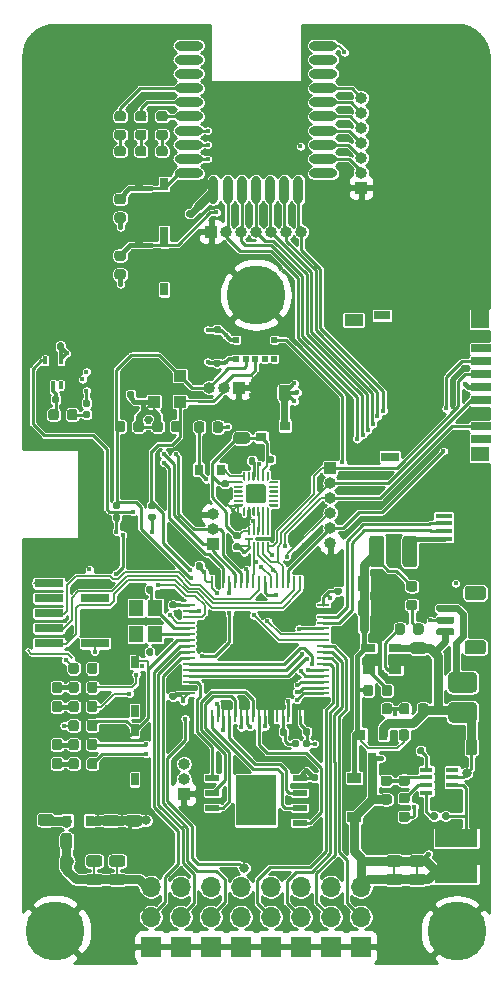
<source format=gbr>
%TF.GenerationSoftware,KiCad,Pcbnew,5.1.8+dfsg1-1~bpo10+1*%
%TF.CreationDate,2021-02-19T12:52:01+00:00*%
%TF.ProjectId,glider,676c6964-6572-42e6-9b69-6361645f7063,rev?*%
%TF.SameCoordinates,Original*%
%TF.FileFunction,Copper,L1,Top*%
%TF.FilePolarity,Positive*%
%FSLAX46Y46*%
G04 Gerber Fmt 4.6, Leading zero omitted, Abs format (unit mm)*
G04 Created by KiCad (PCBNEW 5.1.8+dfsg1-1~bpo10+1) date 2021-02-19 12:52:01*
%MOMM*%
%LPD*%
G01*
G04 APERTURE LIST*
%TA.AperFunction,SMDPad,CuDef*%
%ADD10R,0.650000X1.050000*%
%TD*%
%TA.AperFunction,SMDPad,CuDef*%
%ADD11R,0.250000X1.000000*%
%TD*%
%TA.AperFunction,SMDPad,CuDef*%
%ADD12R,1.000000X0.250000*%
%TD*%
%TA.AperFunction,SMDPad,CuDef*%
%ADD13R,0.800000X0.900000*%
%TD*%
%TA.AperFunction,SMDPad,CuDef*%
%ADD14R,3.600000X1.500000*%
%TD*%
%TA.AperFunction,ComponentPad*%
%ADD15C,0.800000*%
%TD*%
%TA.AperFunction,ComponentPad*%
%ADD16C,5.000000*%
%TD*%
%TA.AperFunction,SMDPad,CuDef*%
%ADD17O,2.400000X0.800000*%
%TD*%
%TA.AperFunction,SMDPad,CuDef*%
%ADD18O,0.800000X2.400000*%
%TD*%
%TA.AperFunction,ComponentPad*%
%ADD19O,1.000000X1.000000*%
%TD*%
%TA.AperFunction,ComponentPad*%
%ADD20R,1.000000X1.000000*%
%TD*%
%TA.AperFunction,SMDPad,CuDef*%
%ADD21R,1.060000X0.400000*%
%TD*%
%TA.AperFunction,SMDPad,CuDef*%
%ADD22R,0.650000X0.200000*%
%TD*%
%TA.AperFunction,SMDPad,CuDef*%
%ADD23R,0.200000X0.650000*%
%TD*%
%TA.AperFunction,SMDPad,CuDef*%
%ADD24R,0.900000X0.800000*%
%TD*%
%TA.AperFunction,SMDPad,CuDef*%
%ADD25C,0.100000*%
%TD*%
%TA.AperFunction,SMDPad,CuDef*%
%ADD26R,1.550000X1.000000*%
%TD*%
%TA.AperFunction,SMDPad,CuDef*%
%ADD27R,1.500000X1.500000*%
%TD*%
%TA.AperFunction,SMDPad,CuDef*%
%ADD28R,1.750000X0.700000*%
%TD*%
%TA.AperFunction,SMDPad,CuDef*%
%ADD29R,1.400000X0.800000*%
%TD*%
%TA.AperFunction,SMDPad,CuDef*%
%ADD30R,1.000000X1.450000*%
%TD*%
%TA.AperFunction,SMDPad,CuDef*%
%ADD31R,1.500000X0.800000*%
%TD*%
%TA.AperFunction,SMDPad,CuDef*%
%ADD32R,1.500000X1.300000*%
%TD*%
%TA.AperFunction,ComponentPad*%
%ADD33O,1.700000X1.700000*%
%TD*%
%TA.AperFunction,ComponentPad*%
%ADD34R,1.700000X1.700000*%
%TD*%
%TA.AperFunction,SMDPad,CuDef*%
%ADD35R,3.400000X4.300000*%
%TD*%
%TA.AperFunction,SMDPad,CuDef*%
%ADD36R,1.270000X0.500000*%
%TD*%
%TA.AperFunction,SMDPad,CuDef*%
%ADD37R,1.200000X1.400000*%
%TD*%
%TA.AperFunction,SMDPad,CuDef*%
%ADD38R,0.500000X0.500000*%
%TD*%
%TA.AperFunction,SMDPad,CuDef*%
%ADD39R,1.600000X1.000000*%
%TD*%
%TA.AperFunction,SMDPad,CuDef*%
%ADD40R,0.350000X0.650000*%
%TD*%
%TA.AperFunction,SMDPad,CuDef*%
%ADD41R,1.000000X1.000000*%
%TD*%
%TA.AperFunction,SMDPad,CuDef*%
%ADD42R,1.060000X0.650000*%
%TD*%
%TA.AperFunction,SMDPad,CuDef*%
%ADD43R,2.400000X0.740000*%
%TD*%
%TA.AperFunction,SMDPad,CuDef*%
%ADD44R,1.380000X0.450000*%
%TD*%
%TA.AperFunction,SMDPad,CuDef*%
%ADD45R,2.100000X1.475000*%
%TD*%
%TA.AperFunction,SMDPad,CuDef*%
%ADD46R,1.900000X2.375000*%
%TD*%
%TA.AperFunction,SMDPad,CuDef*%
%ADD47R,1.900000X1.175000*%
%TD*%
%TA.AperFunction,SMDPad,CuDef*%
%ADD48R,1.200000X0.900000*%
%TD*%
%TA.AperFunction,ViaPad*%
%ADD49C,0.450000*%
%TD*%
%TA.AperFunction,ViaPad*%
%ADD50C,0.800000*%
%TD*%
%TA.AperFunction,Conductor*%
%ADD51C,0.250000*%
%TD*%
%TA.AperFunction,Conductor*%
%ADD52C,0.200000*%
%TD*%
%TA.AperFunction,Conductor*%
%ADD53C,0.400000*%
%TD*%
%TA.AperFunction,Conductor*%
%ADD54C,0.350000*%
%TD*%
%TA.AperFunction,Conductor*%
%ADD55C,0.289000*%
%TD*%
%TA.AperFunction,Conductor*%
%ADD56C,0.800000*%
%TD*%
%TA.AperFunction,Conductor*%
%ADD57C,0.600000*%
%TD*%
%TA.AperFunction,Conductor*%
%ADD58C,0.254000*%
%TD*%
%TA.AperFunction,Conductor*%
%ADD59C,0.100000*%
%TD*%
G04 APERTURE END LIST*
D10*
%TO.P,SW4,2*%
%TO.N,GND*%
X50075000Y-107900000D03*
X50075000Y-103750000D03*
%TO.P,SW4,1*%
%TO.N,/NCP_USER*%
X52225000Y-107900000D03*
X52225000Y-103750000D03*
%TD*%
%TO.P,SW3,2*%
%TO.N,GND*%
X50075000Y-112700000D03*
X50075000Y-108550000D03*
%TO.P,SW3,1*%
%TO.N,/NCP_NRST*%
X52225000Y-112700000D03*
X52225000Y-108550000D03*
%TD*%
%TO.P,SW2,2*%
%TO.N,GND*%
X47575000Y-148375000D03*
X47575000Y-144225000D03*
%TO.P,SW2,1*%
%TO.N,/NAV_BOOT*%
X49725000Y-148375000D03*
X49725000Y-144225000D03*
%TD*%
%TO.P,SW1,2*%
%TO.N,GND*%
X47575000Y-154175000D03*
X47575000Y-150025000D03*
%TO.P,SW1,1*%
%TO.N,/NAV_NRST*%
X49725000Y-154175000D03*
X49725000Y-150025000D03*
%TD*%
%TO.P,R14,2*%
%TO.N,/SENSOR_I2C_SDA*%
%TA.AperFunction,SMDPad,CuDef*%
G36*
G01*
X51372500Y-131310000D02*
X51027500Y-131310000D01*
G75*
G02*
X50880000Y-131162500I0J147500D01*
G01*
X50880000Y-130867500D01*
G75*
G02*
X51027500Y-130720000I147500J0D01*
G01*
X51372500Y-130720000D01*
G75*
G02*
X51520000Y-130867500I0J-147500D01*
G01*
X51520000Y-131162500D01*
G75*
G02*
X51372500Y-131310000I-147500J0D01*
G01*
G37*
%TD.AperFunction*%
%TO.P,R14,1*%
%TO.N,/GPS_I2C_SDA*%
%TA.AperFunction,SMDPad,CuDef*%
G36*
G01*
X51372500Y-132280000D02*
X51027500Y-132280000D01*
G75*
G02*
X50880000Y-132132500I0J147500D01*
G01*
X50880000Y-131837500D01*
G75*
G02*
X51027500Y-131690000I147500J0D01*
G01*
X51372500Y-131690000D01*
G75*
G02*
X51520000Y-131837500I0J-147500D01*
G01*
X51520000Y-132132500D01*
G75*
G02*
X51372500Y-132280000I-147500J0D01*
G01*
G37*
%TD.AperFunction*%
%TD*%
%TO.P,R13,2*%
%TO.N,/SENSOR_I2C_SCL*%
%TA.AperFunction,SMDPad,CuDef*%
G36*
G01*
X48372500Y-131310000D02*
X48027500Y-131310000D01*
G75*
G02*
X47880000Y-131162500I0J147500D01*
G01*
X47880000Y-130867500D01*
G75*
G02*
X48027500Y-130720000I147500J0D01*
G01*
X48372500Y-130720000D01*
G75*
G02*
X48520000Y-130867500I0J-147500D01*
G01*
X48520000Y-131162500D01*
G75*
G02*
X48372500Y-131310000I-147500J0D01*
G01*
G37*
%TD.AperFunction*%
%TO.P,R13,1*%
%TO.N,/GPS_I2C_SCL*%
%TA.AperFunction,SMDPad,CuDef*%
G36*
G01*
X48372500Y-132280000D02*
X48027500Y-132280000D01*
G75*
G02*
X47880000Y-132132500I0J147500D01*
G01*
X47880000Y-131837500D01*
G75*
G02*
X48027500Y-131690000I147500J0D01*
G01*
X48372500Y-131690000D01*
G75*
G02*
X48520000Y-131837500I0J-147500D01*
G01*
X48520000Y-132132500D01*
G75*
G02*
X48372500Y-132280000I-147500J0D01*
G01*
G37*
%TD.AperFunction*%
%TD*%
D11*
%TO.P,U2,64*%
%TO.N,/VDD_MCU*%
X56250000Y-137450000D03*
%TO.P,U2,63*%
%TO.N,GND*%
X56750000Y-137450000D03*
%TO.P,U2,62*%
%TO.N,/GPS_RESET*%
X57250000Y-137450000D03*
%TO.P,U2,61*%
%TO.N,/NAV_BOOT*%
X57750000Y-137450000D03*
%TO.P,U2,60*%
%TO.N,/GPS_USART1_RX*%
X58250000Y-137450000D03*
%TO.P,U2,59*%
%TO.N,/GPS_USART1_TX*%
X58750000Y-137450000D03*
%TO.P,U2,58*%
%TO.N,/IMU_INT*%
X59250000Y-137450000D03*
%TO.P,U2,57*%
%TO.N,/IMU_SPI2_MISO*%
X59750000Y-137450000D03*
%TO.P,U2,56*%
%TO.N,/NAV_SWO*%
X60250000Y-137450000D03*
%TO.P,U2,55*%
%TO.N,/TOF_EN*%
X60750000Y-137450000D03*
%TO.P,U2,54*%
%TO.N,/IMU_SPI2_MOSI*%
X61250000Y-137450000D03*
%TO.P,U2,53*%
%TO.N,/IMU_NCS*%
X61750000Y-137450000D03*
%TO.P,U2,52*%
%TO.N,/IMU_SPI2_SCK*%
X62250000Y-137450000D03*
%TO.P,U2,51*%
%TO.N,/SD_NCS*%
X62750000Y-137450000D03*
%TO.P,U2,50*%
%TO.N,/NAV_SWCLK*%
X63250000Y-137450000D03*
%TO.P,U2,49*%
%TO.N,/NAV_SWDIO*%
X63750000Y-137450000D03*
D12*
%TO.P,U2,48*%
%TO.N,/VDD_MCU*%
X65700000Y-139400000D03*
%TO.P,U2,47*%
%TO.N,GND*%
X65700000Y-139900000D03*
%TO.P,U2,46*%
%TO.N,/USB_D+*%
X65700000Y-140400000D03*
%TO.P,U2,45*%
%TO.N,/USB_D-*%
X65700000Y-140900000D03*
%TO.P,U2,44*%
%TO.N,/BUZZER_TIM2_CH4*%
X65700000Y-141400000D03*
%TO.P,U2,43*%
%TO.N,/SENSOR_I2C_SCL*%
X65700000Y-141900000D03*
%TO.P,U2,42*%
%TO.N,/SENSOR_I2C_SDA*%
X65700000Y-142400000D03*
%TO.P,U2,41*%
%TO.N,/IO_TIM8_CH4*%
X65700000Y-142900000D03*
%TO.P,U2,40*%
%TO.N,/IO_TIM8_CH3*%
X65700000Y-143400000D03*
%TO.P,U2,39*%
%TO.N,/IO_TIM8_CH2*%
X65700000Y-143900000D03*
%TO.P,U2,38*%
%TO.N,/IO_TIM8_CH1*%
X65700000Y-144400000D03*
%TO.P,U2,37*%
%TO.N,/NCP_COM5*%
X65700000Y-144900000D03*
%TO.P,U2,36*%
%TO.N,/NCP_COM4*%
X65700000Y-145400000D03*
%TO.P,U2,35*%
%TO.N,/NCP_COM3*%
X65700000Y-145900000D03*
%TO.P,U2,34*%
%TO.N,/NCP_COM2*%
X65700000Y-146400000D03*
%TO.P,U2,33*%
%TO.N,/NCP_COM1*%
X65700000Y-146900000D03*
D11*
%TO.P,U2,32*%
%TO.N,/VDD_MCU*%
X63750000Y-148850000D03*
%TO.P,U2,31*%
%TO.N,GND*%
X63250000Y-148850000D03*
%TO.P,U2,30*%
%TO.N,/NCP_COM0*%
X62750000Y-148850000D03*
%TO.P,U2,29*%
%TO.N,Net-(C16-Pad1)*%
X62250000Y-148850000D03*
%TO.P,U2,28*%
%TO.N,/VREFBUF_OUT*%
X61750000Y-148850000D03*
%TO.P,U2,27*%
%TO.N,GND*%
X61250000Y-148850000D03*
%TO.P,U2,26*%
%TO.N,/OPAMP3_VINM0*%
X60750000Y-148850000D03*
%TO.P,U2,25*%
%TO.N,/BLACKBOX_IO0*%
X60250000Y-148850000D03*
%TO.P,U2,24*%
%TO.N,/BLACKBOX_IO1*%
X59750000Y-148850000D03*
%TO.P,U2,23*%
%TO.N,/NAV_STAT_1*%
X59250000Y-148850000D03*
%TO.P,U2,22*%
%TO.N,/NAV_STAT_0*%
X58750000Y-148850000D03*
%TO.P,U2,21*%
%TO.N,/BLACKBOX_IO2*%
X58250000Y-148850000D03*
%TO.P,U2,20*%
%TO.N,/BLACKBOX_IO3*%
X57750000Y-148850000D03*
%TO.P,U2,19*%
%TO.N,/IO_TIM2_CH1*%
X57250000Y-148850000D03*
%TO.P,U2,18*%
%TO.N,/IO_TIM3_CH2*%
X56750000Y-148850000D03*
%TO.P,U2,17*%
%TO.N,/BLACKBOX_CLK*%
X56250000Y-148850000D03*
D12*
%TO.P,U2,16*%
%TO.N,/VDD_MCU*%
X54300000Y-146900000D03*
%TO.P,U2,15*%
%TO.N,GND*%
X54300000Y-146400000D03*
%TO.P,U2,14*%
%TO.N,/BLACKBOX_NCS*%
X54300000Y-145900000D03*
%TO.P,U2,13*%
%TO.N,/OPAMP3_CELL_IS*%
X54300000Y-145400000D03*
%TO.P,U2,12*%
%TO.N,/ADC1_IN1_CELL_TS*%
X54300000Y-144900000D03*
%TO.P,U2,11*%
%TO.N,/OPAMP5_CELL_VS*%
X54300000Y-144400000D03*
%TO.P,U2,10*%
%TO.N,/IO_TIM1_CH3*%
X54300000Y-143900000D03*
%TO.P,U2,9*%
%TO.N,/IO_TIM1_CH2*%
X54300000Y-143400000D03*
%TO.P,U2,8*%
%TO.N,/IO_TIM1_CH1*%
X54300000Y-142900000D03*
%TO.P,U2,7*%
%TO.N,/NAV_NRST*%
X54300000Y-142400000D03*
%TO.P,U2,6*%
%TO.N,Net-(C4-Pad1)*%
X54300000Y-141900000D03*
%TO.P,U2,5*%
%TO.N,Net-(C3-Pad1)*%
X54300000Y-141400000D03*
%TO.P,U2,4*%
%TO.N,/GPS_FIX*%
X54300000Y-140900000D03*
%TO.P,U2,3*%
%TO.N,/GPS_EXTINT*%
X54300000Y-140400000D03*
%TO.P,U2,2*%
%TO.N,/GPS_FORCEON*%
X54300000Y-139900000D03*
%TO.P,U2,1*%
%TO.N,/VDD_MCU*%
X54300000Y-139400000D03*
%TD*%
%TO.P,R30,2*%
%TO.N,/IMU_INT*%
%TA.AperFunction,SMDPad,CuDef*%
G36*
G01*
X55637500Y-124093750D02*
X55637500Y-124606250D01*
G75*
G02*
X55418750Y-124825000I-218750J0D01*
G01*
X54981250Y-124825000D01*
G75*
G02*
X54762500Y-124606250I0J218750D01*
G01*
X54762500Y-124093750D01*
G75*
G02*
X54981250Y-123875000I218750J0D01*
G01*
X55418750Y-123875000D01*
G75*
G02*
X55637500Y-124093750I0J-218750D01*
G01*
G37*
%TD.AperFunction*%
%TO.P,R30,1*%
%TO.N,/VDD_MCU*%
%TA.AperFunction,SMDPad,CuDef*%
G36*
G01*
X57212500Y-124093750D02*
X57212500Y-124606250D01*
G75*
G02*
X56993750Y-124825000I-218750J0D01*
G01*
X56556250Y-124825000D01*
G75*
G02*
X56337500Y-124606250I0J218750D01*
G01*
X56337500Y-124093750D01*
G75*
G02*
X56556250Y-123875000I218750J0D01*
G01*
X56993750Y-123875000D01*
G75*
G02*
X57212500Y-124093750I0J-218750D01*
G01*
G37*
%TD.AperFunction*%
%TD*%
D13*
%TO.P,Q2,3*%
%TO.N,GND*%
X56100000Y-125950000D03*
%TO.P,Q2,2*%
%TO.N,Net-(Q2-Pad2)*%
X57050000Y-127950000D03*
%TO.P,Q2,1*%
%TO.N,/IMU_INT*%
X55150000Y-127950000D03*
%TD*%
%TO.P,C42,2*%
%TO.N,GND*%
%TA.AperFunction,SMDPad,CuDef*%
G36*
G01*
X42360000Y-121827500D02*
X42360000Y-122172500D01*
G75*
G02*
X42212500Y-122320000I-147500J0D01*
G01*
X41917500Y-122320000D01*
G75*
G02*
X41770000Y-122172500I0J147500D01*
G01*
X41770000Y-121827500D01*
G75*
G02*
X41917500Y-121680000I147500J0D01*
G01*
X42212500Y-121680000D01*
G75*
G02*
X42360000Y-121827500I0J-147500D01*
G01*
G37*
%TD.AperFunction*%
%TO.P,C42,1*%
%TO.N,Net-(C42-Pad1)*%
%TA.AperFunction,SMDPad,CuDef*%
G36*
G01*
X43330000Y-121827500D02*
X43330000Y-122172500D01*
G75*
G02*
X43182500Y-122320000I-147500J0D01*
G01*
X42887500Y-122320000D01*
G75*
G02*
X42740000Y-122172500I0J147500D01*
G01*
X42740000Y-121827500D01*
G75*
G02*
X42887500Y-121680000I147500J0D01*
G01*
X43182500Y-121680000D01*
G75*
G02*
X43330000Y-121827500I0J-147500D01*
G01*
G37*
%TD.AperFunction*%
%TD*%
%TO.P,C14,2*%
%TO.N,/VDD_MCU*%
%TA.AperFunction,SMDPad,CuDef*%
G36*
G01*
X43145000Y-117672500D02*
X43145000Y-117327500D01*
G75*
G02*
X43292500Y-117180000I147500J0D01*
G01*
X43587500Y-117180000D01*
G75*
G02*
X43735000Y-117327500I0J-147500D01*
G01*
X43735000Y-117672500D01*
G75*
G02*
X43587500Y-117820000I-147500J0D01*
G01*
X43292500Y-117820000D01*
G75*
G02*
X43145000Y-117672500I0J147500D01*
G01*
G37*
%TD.AperFunction*%
%TO.P,C14,1*%
%TO.N,GND*%
%TA.AperFunction,SMDPad,CuDef*%
G36*
G01*
X42175000Y-117672500D02*
X42175000Y-117327500D01*
G75*
G02*
X42322500Y-117180000I147500J0D01*
G01*
X42617500Y-117180000D01*
G75*
G02*
X42765000Y-117327500I0J-147500D01*
G01*
X42765000Y-117672500D01*
G75*
G02*
X42617500Y-117820000I-147500J0D01*
G01*
X42322500Y-117820000D01*
G75*
G02*
X42175000Y-117672500I0J147500D01*
G01*
G37*
%TD.AperFunction*%
%TD*%
%TO.P,C33,2*%
%TO.N,GND*%
%TA.AperFunction,SMDPad,CuDef*%
G36*
G01*
X58992000Y-127027500D02*
X58992000Y-127372500D01*
G75*
G02*
X58844500Y-127520000I-147500J0D01*
G01*
X58549500Y-127520000D01*
G75*
G02*
X58402000Y-127372500I0J147500D01*
G01*
X58402000Y-127027500D01*
G75*
G02*
X58549500Y-126880000I147500J0D01*
G01*
X58844500Y-126880000D01*
G75*
G02*
X58992000Y-127027500I0J-147500D01*
G01*
G37*
%TD.AperFunction*%
%TO.P,C33,1*%
%TO.N,Net-(C33-Pad1)*%
%TA.AperFunction,SMDPad,CuDef*%
G36*
G01*
X59962000Y-127027500D02*
X59962000Y-127372500D01*
G75*
G02*
X59814500Y-127520000I-147500J0D01*
G01*
X59519500Y-127520000D01*
G75*
G02*
X59372000Y-127372500I0J147500D01*
G01*
X59372000Y-127027500D01*
G75*
G02*
X59519500Y-126880000I147500J0D01*
G01*
X59814500Y-126880000D01*
G75*
G02*
X59962000Y-127027500I0J-147500D01*
G01*
G37*
%TD.AperFunction*%
%TD*%
%TO.P,C30,2*%
%TO.N,/VDD_IMU*%
%TA.AperFunction,SMDPad,CuDef*%
G36*
G01*
X57547500Y-129435000D02*
X57202500Y-129435000D01*
G75*
G02*
X57055000Y-129287500I0J147500D01*
G01*
X57055000Y-128992500D01*
G75*
G02*
X57202500Y-128845000I147500J0D01*
G01*
X57547500Y-128845000D01*
G75*
G02*
X57695000Y-128992500I0J-147500D01*
G01*
X57695000Y-129287500D01*
G75*
G02*
X57547500Y-129435000I-147500J0D01*
G01*
G37*
%TD.AperFunction*%
%TO.P,C30,1*%
%TO.N,GND*%
%TA.AperFunction,SMDPad,CuDef*%
G36*
G01*
X57547500Y-130405000D02*
X57202500Y-130405000D01*
G75*
G02*
X57055000Y-130257500I0J147500D01*
G01*
X57055000Y-129962500D01*
G75*
G02*
X57202500Y-129815000I147500J0D01*
G01*
X57547500Y-129815000D01*
G75*
G02*
X57695000Y-129962500I0J-147500D01*
G01*
X57695000Y-130257500D01*
G75*
G02*
X57547500Y-130405000I-147500J0D01*
G01*
G37*
%TD.AperFunction*%
%TD*%
%TO.P,C29,2*%
%TO.N,/VDD_IMU*%
%TA.AperFunction,SMDPad,CuDef*%
G36*
G01*
X61535000Y-126902500D02*
X61535000Y-127247500D01*
G75*
G02*
X61387500Y-127395000I-147500J0D01*
G01*
X61092500Y-127395000D01*
G75*
G02*
X60945000Y-127247500I0J147500D01*
G01*
X60945000Y-126902500D01*
G75*
G02*
X61092500Y-126755000I147500J0D01*
G01*
X61387500Y-126755000D01*
G75*
G02*
X61535000Y-126902500I0J-147500D01*
G01*
G37*
%TD.AperFunction*%
%TO.P,C29,1*%
%TO.N,GND*%
%TA.AperFunction,SMDPad,CuDef*%
G36*
G01*
X62505000Y-126902500D02*
X62505000Y-127247500D01*
G75*
G02*
X62357500Y-127395000I-147500J0D01*
G01*
X62062500Y-127395000D01*
G75*
G02*
X61915000Y-127247500I0J147500D01*
G01*
X61915000Y-126902500D01*
G75*
G02*
X62062500Y-126755000I147500J0D01*
G01*
X62357500Y-126755000D01*
G75*
G02*
X62505000Y-126902500I0J-147500D01*
G01*
G37*
%TD.AperFunction*%
%TD*%
%TO.P,C28,2*%
%TO.N,Net-(C28-Pad2)*%
%TA.AperFunction,SMDPad,CuDef*%
G36*
G01*
X75765000Y-157447500D02*
X75765000Y-157102500D01*
G75*
G02*
X75912500Y-156955000I147500J0D01*
G01*
X76207500Y-156955000D01*
G75*
G02*
X76355000Y-157102500I0J-147500D01*
G01*
X76355000Y-157447500D01*
G75*
G02*
X76207500Y-157595000I-147500J0D01*
G01*
X75912500Y-157595000D01*
G75*
G02*
X75765000Y-157447500I0J147500D01*
G01*
G37*
%TD.AperFunction*%
%TO.P,C28,1*%
%TO.N,Net-(C28-Pad1)*%
%TA.AperFunction,SMDPad,CuDef*%
G36*
G01*
X74795000Y-157447500D02*
X74795000Y-157102500D01*
G75*
G02*
X74942500Y-156955000I147500J0D01*
G01*
X75237500Y-156955000D01*
G75*
G02*
X75385000Y-157102500I0J-147500D01*
G01*
X75385000Y-157447500D01*
G75*
G02*
X75237500Y-157595000I-147500J0D01*
G01*
X74942500Y-157595000D01*
G75*
G02*
X74795000Y-157447500I0J147500D01*
G01*
G37*
%TD.AperFunction*%
%TD*%
%TO.P,C25,2*%
%TO.N,GND*%
%TA.AperFunction,SMDPad,CuDef*%
G36*
G01*
X74640000Y-151922500D02*
X74640000Y-151577500D01*
G75*
G02*
X74787500Y-151430000I147500J0D01*
G01*
X75082500Y-151430000D01*
G75*
G02*
X75230000Y-151577500I0J-147500D01*
G01*
X75230000Y-151922500D01*
G75*
G02*
X75082500Y-152070000I-147500J0D01*
G01*
X74787500Y-152070000D01*
G75*
G02*
X74640000Y-151922500I0J147500D01*
G01*
G37*
%TD.AperFunction*%
%TO.P,C25,1*%
%TO.N,Net-(C25-Pad1)*%
%TA.AperFunction,SMDPad,CuDef*%
G36*
G01*
X73670000Y-151922500D02*
X73670000Y-151577500D01*
G75*
G02*
X73817500Y-151430000I147500J0D01*
G01*
X74112500Y-151430000D01*
G75*
G02*
X74260000Y-151577500I0J-147500D01*
G01*
X74260000Y-151922500D01*
G75*
G02*
X74112500Y-152070000I-147500J0D01*
G01*
X73817500Y-152070000D01*
G75*
G02*
X73670000Y-151922500I0J147500D01*
G01*
G37*
%TD.AperFunction*%
%TD*%
%TO.P,C20,2*%
%TO.N,GND*%
%TA.AperFunction,SMDPad,CuDef*%
G36*
G01*
X56557500Y-116770000D02*
X56902500Y-116770000D01*
G75*
G02*
X57050000Y-116917500I0J-147500D01*
G01*
X57050000Y-117212500D01*
G75*
G02*
X56902500Y-117360000I-147500J0D01*
G01*
X56557500Y-117360000D01*
G75*
G02*
X56410000Y-117212500I0J147500D01*
G01*
X56410000Y-116917500D01*
G75*
G02*
X56557500Y-116770000I147500J0D01*
G01*
G37*
%TD.AperFunction*%
%TO.P,C20,1*%
%TO.N,/VDD_MCU*%
%TA.AperFunction,SMDPad,CuDef*%
G36*
G01*
X56557500Y-115800000D02*
X56902500Y-115800000D01*
G75*
G02*
X57050000Y-115947500I0J-147500D01*
G01*
X57050000Y-116242500D01*
G75*
G02*
X56902500Y-116390000I-147500J0D01*
G01*
X56557500Y-116390000D01*
G75*
G02*
X56410000Y-116242500I0J147500D01*
G01*
X56410000Y-115947500D01*
G75*
G02*
X56557500Y-115800000I147500J0D01*
G01*
G37*
%TD.AperFunction*%
%TD*%
%TO.P,C19,2*%
%TO.N,GND*%
%TA.AperFunction,SMDPad,CuDef*%
G36*
G01*
X56902500Y-118250000D02*
X56557500Y-118250000D01*
G75*
G02*
X56410000Y-118102500I0J147500D01*
G01*
X56410000Y-117807500D01*
G75*
G02*
X56557500Y-117660000I147500J0D01*
G01*
X56902500Y-117660000D01*
G75*
G02*
X57050000Y-117807500I0J-147500D01*
G01*
X57050000Y-118102500D01*
G75*
G02*
X56902500Y-118250000I-147500J0D01*
G01*
G37*
%TD.AperFunction*%
%TO.P,C19,1*%
%TO.N,/VDD_MCU*%
%TA.AperFunction,SMDPad,CuDef*%
G36*
G01*
X56902500Y-119220000D02*
X56557500Y-119220000D01*
G75*
G02*
X56410000Y-119072500I0J147500D01*
G01*
X56410000Y-118777500D01*
G75*
G02*
X56557500Y-118630000I147500J0D01*
G01*
X56902500Y-118630000D01*
G75*
G02*
X57050000Y-118777500I0J-147500D01*
G01*
X57050000Y-119072500D01*
G75*
G02*
X56902500Y-119220000I-147500J0D01*
G01*
G37*
%TD.AperFunction*%
%TD*%
%TO.P,C18,2*%
%TO.N,GND*%
%TA.AperFunction,SMDPad,CuDef*%
G36*
G01*
X49567500Y-120905000D02*
X49222500Y-120905000D01*
G75*
G02*
X49075000Y-120757500I0J147500D01*
G01*
X49075000Y-120462500D01*
G75*
G02*
X49222500Y-120315000I147500J0D01*
G01*
X49567500Y-120315000D01*
G75*
G02*
X49715000Y-120462500I0J-147500D01*
G01*
X49715000Y-120757500D01*
G75*
G02*
X49567500Y-120905000I-147500J0D01*
G01*
G37*
%TD.AperFunction*%
%TO.P,C18,1*%
%TO.N,/VDD_MCU*%
%TA.AperFunction,SMDPad,CuDef*%
G36*
G01*
X49567500Y-121875000D02*
X49222500Y-121875000D01*
G75*
G02*
X49075000Y-121727500I0J147500D01*
G01*
X49075000Y-121432500D01*
G75*
G02*
X49222500Y-121285000I147500J0D01*
G01*
X49567500Y-121285000D01*
G75*
G02*
X49715000Y-121432500I0J-147500D01*
G01*
X49715000Y-121727500D01*
G75*
G02*
X49567500Y-121875000I-147500J0D01*
G01*
G37*
%TD.AperFunction*%
%TD*%
%TO.P,C16,2*%
%TO.N,GND*%
%TA.AperFunction,SMDPad,CuDef*%
G36*
G01*
X61635000Y-149977500D02*
X61635000Y-150322500D01*
G75*
G02*
X61487500Y-150470000I-147500J0D01*
G01*
X61192500Y-150470000D01*
G75*
G02*
X61045000Y-150322500I0J147500D01*
G01*
X61045000Y-149977500D01*
G75*
G02*
X61192500Y-149830000I147500J0D01*
G01*
X61487500Y-149830000D01*
G75*
G02*
X61635000Y-149977500I0J-147500D01*
G01*
G37*
%TD.AperFunction*%
%TO.P,C16,1*%
%TO.N,Net-(C16-Pad1)*%
%TA.AperFunction,SMDPad,CuDef*%
G36*
G01*
X62605000Y-149977500D02*
X62605000Y-150322500D01*
G75*
G02*
X62457500Y-150470000I-147500J0D01*
G01*
X62162500Y-150470000D01*
G75*
G02*
X62015000Y-150322500I0J147500D01*
G01*
X62015000Y-149977500D01*
G75*
G02*
X62162500Y-149830000I147500J0D01*
G01*
X62457500Y-149830000D01*
G75*
G02*
X62605000Y-149977500I0J-147500D01*
G01*
G37*
%TD.AperFunction*%
%TD*%
%TO.P,C15,2*%
%TO.N,GND*%
%TA.AperFunction,SMDPad,CuDef*%
G36*
G01*
X64777500Y-154715000D02*
X65122500Y-154715000D01*
G75*
G02*
X65270000Y-154862500I0J-147500D01*
G01*
X65270000Y-155157500D01*
G75*
G02*
X65122500Y-155305000I-147500J0D01*
G01*
X64777500Y-155305000D01*
G75*
G02*
X64630000Y-155157500I0J147500D01*
G01*
X64630000Y-154862500D01*
G75*
G02*
X64777500Y-154715000I147500J0D01*
G01*
G37*
%TD.AperFunction*%
%TO.P,C15,1*%
%TO.N,/VDD_MCU*%
%TA.AperFunction,SMDPad,CuDef*%
G36*
G01*
X64777500Y-153745000D02*
X65122500Y-153745000D01*
G75*
G02*
X65270000Y-153892500I0J-147500D01*
G01*
X65270000Y-154187500D01*
G75*
G02*
X65122500Y-154335000I-147500J0D01*
G01*
X64777500Y-154335000D01*
G75*
G02*
X64630000Y-154187500I0J147500D01*
G01*
X64630000Y-153892500D01*
G75*
G02*
X64777500Y-153745000I147500J0D01*
G01*
G37*
%TD.AperFunction*%
%TD*%
%TO.P,C9,1*%
%TO.N,/VDD_MCU*%
%TA.AperFunction,SMDPad,CuDef*%
G36*
G01*
X66777500Y-137935000D02*
X67122500Y-137935000D01*
G75*
G02*
X67270000Y-138082500I0J-147500D01*
G01*
X67270000Y-138377500D01*
G75*
G02*
X67122500Y-138525000I-147500J0D01*
G01*
X66777500Y-138525000D01*
G75*
G02*
X66630000Y-138377500I0J147500D01*
G01*
X66630000Y-138082500D01*
G75*
G02*
X66777500Y-137935000I147500J0D01*
G01*
G37*
%TD.AperFunction*%
%TO.P,C9,2*%
%TO.N,GND*%
%TA.AperFunction,SMDPad,CuDef*%
G36*
G01*
X66777500Y-138905000D02*
X67122500Y-138905000D01*
G75*
G02*
X67270000Y-139052500I0J-147500D01*
G01*
X67270000Y-139347500D01*
G75*
G02*
X67122500Y-139495000I-147500J0D01*
G01*
X66777500Y-139495000D01*
G75*
G02*
X66630000Y-139347500I0J147500D01*
G01*
X66630000Y-139052500D01*
G75*
G02*
X66777500Y-138905000I147500J0D01*
G01*
G37*
%TD.AperFunction*%
%TD*%
%TO.P,C7,2*%
%TO.N,GND*%
%TA.AperFunction,SMDPad,CuDef*%
G36*
G01*
X55865000Y-136272500D02*
X55865000Y-135927500D01*
G75*
G02*
X56012500Y-135780000I147500J0D01*
G01*
X56307500Y-135780000D01*
G75*
G02*
X56455000Y-135927500I0J-147500D01*
G01*
X56455000Y-136272500D01*
G75*
G02*
X56307500Y-136420000I-147500J0D01*
G01*
X56012500Y-136420000D01*
G75*
G02*
X55865000Y-136272500I0J147500D01*
G01*
G37*
%TD.AperFunction*%
%TO.P,C7,1*%
%TO.N,/VDD_MCU*%
%TA.AperFunction,SMDPad,CuDef*%
G36*
G01*
X54895000Y-136272500D02*
X54895000Y-135927500D01*
G75*
G02*
X55042500Y-135780000I147500J0D01*
G01*
X55337500Y-135780000D01*
G75*
G02*
X55485000Y-135927500I0J-147500D01*
G01*
X55485000Y-136272500D01*
G75*
G02*
X55337500Y-136420000I-147500J0D01*
G01*
X55042500Y-136420000D01*
G75*
G02*
X54895000Y-136272500I0J147500D01*
G01*
G37*
%TD.AperFunction*%
%TD*%
%TO.P,C6,2*%
%TO.N,/VDD_MCU*%
%TA.AperFunction,SMDPad,CuDef*%
G36*
G01*
X52802500Y-139115000D02*
X53147500Y-139115000D01*
G75*
G02*
X53295000Y-139262500I0J-147500D01*
G01*
X53295000Y-139557500D01*
G75*
G02*
X53147500Y-139705000I-147500J0D01*
G01*
X52802500Y-139705000D01*
G75*
G02*
X52655000Y-139557500I0J147500D01*
G01*
X52655000Y-139262500D01*
G75*
G02*
X52802500Y-139115000I147500J0D01*
G01*
G37*
%TD.AperFunction*%
%TO.P,C6,1*%
%TO.N,GND*%
%TA.AperFunction,SMDPad,CuDef*%
G36*
G01*
X52802500Y-138145000D02*
X53147500Y-138145000D01*
G75*
G02*
X53295000Y-138292500I0J-147500D01*
G01*
X53295000Y-138587500D01*
G75*
G02*
X53147500Y-138735000I-147500J0D01*
G01*
X52802500Y-138735000D01*
G75*
G02*
X52655000Y-138587500I0J147500D01*
G01*
X52655000Y-138292500D01*
G75*
G02*
X52802500Y-138145000I147500J0D01*
G01*
G37*
%TD.AperFunction*%
%TD*%
%TO.P,C5,2*%
%TO.N,GND*%
%TA.AperFunction,SMDPad,CuDef*%
G36*
G01*
X63635000Y-149977500D02*
X63635000Y-150322500D01*
G75*
G02*
X63487500Y-150470000I-147500J0D01*
G01*
X63192500Y-150470000D01*
G75*
G02*
X63045000Y-150322500I0J147500D01*
G01*
X63045000Y-149977500D01*
G75*
G02*
X63192500Y-149830000I147500J0D01*
G01*
X63487500Y-149830000D01*
G75*
G02*
X63635000Y-149977500I0J-147500D01*
G01*
G37*
%TD.AperFunction*%
%TO.P,C5,1*%
%TO.N,/VDD_MCU*%
%TA.AperFunction,SMDPad,CuDef*%
G36*
G01*
X64605000Y-149977500D02*
X64605000Y-150322500D01*
G75*
G02*
X64457500Y-150470000I-147500J0D01*
G01*
X64162500Y-150470000D01*
G75*
G02*
X64015000Y-150322500I0J147500D01*
G01*
X64015000Y-149977500D01*
G75*
G02*
X64162500Y-149830000I147500J0D01*
G01*
X64457500Y-149830000D01*
G75*
G02*
X64605000Y-149977500I0J-147500D01*
G01*
G37*
%TD.AperFunction*%
%TD*%
%TO.P,C4,2*%
%TO.N,GND*%
%TA.AperFunction,SMDPad,CuDef*%
G36*
G01*
X50325000Y-143227500D02*
X50325000Y-143572500D01*
G75*
G02*
X50177500Y-143720000I-147500J0D01*
G01*
X49882500Y-143720000D01*
G75*
G02*
X49735000Y-143572500I0J147500D01*
G01*
X49735000Y-143227500D01*
G75*
G02*
X49882500Y-143080000I147500J0D01*
G01*
X50177500Y-143080000D01*
G75*
G02*
X50325000Y-143227500I0J-147500D01*
G01*
G37*
%TD.AperFunction*%
%TO.P,C4,1*%
%TO.N,Net-(C4-Pad1)*%
%TA.AperFunction,SMDPad,CuDef*%
G36*
G01*
X51295000Y-143227500D02*
X51295000Y-143572500D01*
G75*
G02*
X51147500Y-143720000I-147500J0D01*
G01*
X50852500Y-143720000D01*
G75*
G02*
X50705000Y-143572500I0J147500D01*
G01*
X50705000Y-143227500D01*
G75*
G02*
X50852500Y-143080000I147500J0D01*
G01*
X51147500Y-143080000D01*
G75*
G02*
X51295000Y-143227500I0J-147500D01*
G01*
G37*
%TD.AperFunction*%
%TD*%
%TO.P,C3,2*%
%TO.N,GND*%
%TA.AperFunction,SMDPad,CuDef*%
G36*
G01*
X50325000Y-137952500D02*
X50325000Y-138297500D01*
G75*
G02*
X50177500Y-138445000I-147500J0D01*
G01*
X49882500Y-138445000D01*
G75*
G02*
X49735000Y-138297500I0J147500D01*
G01*
X49735000Y-137952500D01*
G75*
G02*
X49882500Y-137805000I147500J0D01*
G01*
X50177500Y-137805000D01*
G75*
G02*
X50325000Y-137952500I0J-147500D01*
G01*
G37*
%TD.AperFunction*%
%TO.P,C3,1*%
%TO.N,Net-(C3-Pad1)*%
%TA.AperFunction,SMDPad,CuDef*%
G36*
G01*
X51295000Y-137952500D02*
X51295000Y-138297500D01*
G75*
G02*
X51147500Y-138445000I-147500J0D01*
G01*
X50852500Y-138445000D01*
G75*
G02*
X50705000Y-138297500I0J147500D01*
G01*
X50705000Y-137952500D01*
G75*
G02*
X50852500Y-137805000I147500J0D01*
G01*
X51147500Y-137805000D01*
G75*
G02*
X51295000Y-137952500I0J-147500D01*
G01*
G37*
%TD.AperFunction*%
%TD*%
%TO.P,C2,2*%
%TO.N,GND*%
%TA.AperFunction,SMDPad,CuDef*%
G36*
G01*
X53735000Y-106102500D02*
X53735000Y-106447500D01*
G75*
G02*
X53587500Y-106595000I-147500J0D01*
G01*
X53292500Y-106595000D01*
G75*
G02*
X53145000Y-106447500I0J147500D01*
G01*
X53145000Y-106102500D01*
G75*
G02*
X53292500Y-105955000I147500J0D01*
G01*
X53587500Y-105955000D01*
G75*
G02*
X53735000Y-106102500I0J-147500D01*
G01*
G37*
%TD.AperFunction*%
%TO.P,C2,1*%
%TO.N,/VDD_MCU*%
%TA.AperFunction,SMDPad,CuDef*%
G36*
G01*
X54705000Y-106102500D02*
X54705000Y-106447500D01*
G75*
G02*
X54557500Y-106595000I-147500J0D01*
G01*
X54262500Y-106595000D01*
G75*
G02*
X54115000Y-106447500I0J147500D01*
G01*
X54115000Y-106102500D01*
G75*
G02*
X54262500Y-105955000I147500J0D01*
G01*
X54557500Y-105955000D01*
G75*
G02*
X54705000Y-106102500I0J-147500D01*
G01*
G37*
%TD.AperFunction*%
%TD*%
%TO.P,C1,2*%
%TO.N,GND*%
%TA.AperFunction,SMDPad,CuDef*%
G36*
G01*
X53172500Y-146460000D02*
X52827500Y-146460000D01*
G75*
G02*
X52680000Y-146312500I0J147500D01*
G01*
X52680000Y-146017500D01*
G75*
G02*
X52827500Y-145870000I147500J0D01*
G01*
X53172500Y-145870000D01*
G75*
G02*
X53320000Y-146017500I0J-147500D01*
G01*
X53320000Y-146312500D01*
G75*
G02*
X53172500Y-146460000I-147500J0D01*
G01*
G37*
%TD.AperFunction*%
%TO.P,C1,1*%
%TO.N,/VDD_MCU*%
%TA.AperFunction,SMDPad,CuDef*%
G36*
G01*
X53172500Y-147430000D02*
X52827500Y-147430000D01*
G75*
G02*
X52680000Y-147282500I0J147500D01*
G01*
X52680000Y-146987500D01*
G75*
G02*
X52827500Y-146840000I147500J0D01*
G01*
X53172500Y-146840000D01*
G75*
G02*
X53320000Y-146987500I0J-147500D01*
G01*
X53320000Y-147282500D01*
G75*
G02*
X53172500Y-147430000I-147500J0D01*
G01*
G37*
%TD.AperFunction*%
%TD*%
%TO.P,C27,2*%
%TO.N,GND*%
%TA.AperFunction,SMDPad,CuDef*%
G36*
G01*
X58572500Y-132885000D02*
X58227500Y-132885000D01*
G75*
G02*
X58080000Y-132737500I0J147500D01*
G01*
X58080000Y-132442500D01*
G75*
G02*
X58227500Y-132295000I147500J0D01*
G01*
X58572500Y-132295000D01*
G75*
G02*
X58720000Y-132442500I0J-147500D01*
G01*
X58720000Y-132737500D01*
G75*
G02*
X58572500Y-132885000I-147500J0D01*
G01*
G37*
%TD.AperFunction*%
%TO.P,C27,1*%
%TO.N,/VDD_IMU*%
%TA.AperFunction,SMDPad,CuDef*%
G36*
G01*
X58572500Y-133855000D02*
X58227500Y-133855000D01*
G75*
G02*
X58080000Y-133707500I0J147500D01*
G01*
X58080000Y-133412500D01*
G75*
G02*
X58227500Y-133265000I147500J0D01*
G01*
X58572500Y-133265000D01*
G75*
G02*
X58720000Y-133412500I0J-147500D01*
G01*
X58720000Y-133707500D01*
G75*
G02*
X58572500Y-133855000I-147500J0D01*
G01*
G37*
%TD.AperFunction*%
%TD*%
%TO.P,C21,2*%
%TO.N,/VDD_MCU*%
%TA.AperFunction,SMDPad,CuDef*%
G36*
G01*
X58572500Y-134785000D02*
X58227500Y-134785000D01*
G75*
G02*
X58080000Y-134637500I0J147500D01*
G01*
X58080000Y-134342500D01*
G75*
G02*
X58227500Y-134195000I147500J0D01*
G01*
X58572500Y-134195000D01*
G75*
G02*
X58720000Y-134342500I0J-147500D01*
G01*
X58720000Y-134637500D01*
G75*
G02*
X58572500Y-134785000I-147500J0D01*
G01*
G37*
%TD.AperFunction*%
%TO.P,C21,1*%
%TO.N,GND*%
%TA.AperFunction,SMDPad,CuDef*%
G36*
G01*
X58572500Y-135755000D02*
X58227500Y-135755000D01*
G75*
G02*
X58080000Y-135607500I0J147500D01*
G01*
X58080000Y-135312500D01*
G75*
G02*
X58227500Y-135165000I147500J0D01*
G01*
X58572500Y-135165000D01*
G75*
G02*
X58720000Y-135312500I0J-147500D01*
G01*
X58720000Y-135607500D01*
G75*
G02*
X58572500Y-135755000I-147500J0D01*
G01*
G37*
%TD.AperFunction*%
%TD*%
D14*
%TO.P,L3,2*%
%TO.N,Net-(C28-Pad2)*%
X76975000Y-159175000D03*
%TO.P,L3,1*%
%TO.N,/VDD_SYS*%
X76975000Y-162225000D03*
%TD*%
%TO.P,D9,2*%
%TO.N,Net-(D9-Pad2)*%
%TA.AperFunction,SMDPad,CuDef*%
G36*
G01*
X48751250Y-101430000D02*
X48238750Y-101430000D01*
G75*
G02*
X48020000Y-101211250I0J218750D01*
G01*
X48020000Y-100773750D01*
G75*
G02*
X48238750Y-100555000I218750J0D01*
G01*
X48751250Y-100555000D01*
G75*
G02*
X48970000Y-100773750I0J-218750D01*
G01*
X48970000Y-101211250D01*
G75*
G02*
X48751250Y-101430000I-218750J0D01*
G01*
G37*
%TD.AperFunction*%
%TO.P,D9,1*%
%TO.N,GND*%
%TA.AperFunction,SMDPad,CuDef*%
G36*
G01*
X48751250Y-103005000D02*
X48238750Y-103005000D01*
G75*
G02*
X48020000Y-102786250I0J218750D01*
G01*
X48020000Y-102348750D01*
G75*
G02*
X48238750Y-102130000I218750J0D01*
G01*
X48751250Y-102130000D01*
G75*
G02*
X48970000Y-102348750I0J-218750D01*
G01*
X48970000Y-102786250D01*
G75*
G02*
X48751250Y-103005000I-218750J0D01*
G01*
G37*
%TD.AperFunction*%
%TD*%
%TO.P,D8,2*%
%TO.N,Net-(D8-Pad2)*%
%TA.AperFunction,SMDPad,CuDef*%
G36*
G01*
X52296250Y-101430000D02*
X51783750Y-101430000D01*
G75*
G02*
X51565000Y-101211250I0J218750D01*
G01*
X51565000Y-100773750D01*
G75*
G02*
X51783750Y-100555000I218750J0D01*
G01*
X52296250Y-100555000D01*
G75*
G02*
X52515000Y-100773750I0J-218750D01*
G01*
X52515000Y-101211250D01*
G75*
G02*
X52296250Y-101430000I-218750J0D01*
G01*
G37*
%TD.AperFunction*%
%TO.P,D8,1*%
%TO.N,GND*%
%TA.AperFunction,SMDPad,CuDef*%
G36*
G01*
X52296250Y-103005000D02*
X51783750Y-103005000D01*
G75*
G02*
X51565000Y-102786250I0J218750D01*
G01*
X51565000Y-102348750D01*
G75*
G02*
X51783750Y-102130000I218750J0D01*
G01*
X52296250Y-102130000D01*
G75*
G02*
X52515000Y-102348750I0J-218750D01*
G01*
X52515000Y-102786250D01*
G75*
G02*
X52296250Y-103005000I-218750J0D01*
G01*
G37*
%TD.AperFunction*%
%TD*%
%TO.P,D7,2*%
%TO.N,Net-(D7-Pad2)*%
%TA.AperFunction,SMDPad,CuDef*%
G36*
G01*
X50511250Y-101430000D02*
X49998750Y-101430000D01*
G75*
G02*
X49780000Y-101211250I0J218750D01*
G01*
X49780000Y-100773750D01*
G75*
G02*
X49998750Y-100555000I218750J0D01*
G01*
X50511250Y-100555000D01*
G75*
G02*
X50730000Y-100773750I0J-218750D01*
G01*
X50730000Y-101211250D01*
G75*
G02*
X50511250Y-101430000I-218750J0D01*
G01*
G37*
%TD.AperFunction*%
%TO.P,D7,1*%
%TO.N,GND*%
%TA.AperFunction,SMDPad,CuDef*%
G36*
G01*
X50511250Y-103005000D02*
X49998750Y-103005000D01*
G75*
G02*
X49780000Y-102786250I0J218750D01*
G01*
X49780000Y-102348750D01*
G75*
G02*
X49998750Y-102130000I218750J0D01*
G01*
X50511250Y-102130000D01*
G75*
G02*
X50730000Y-102348750I0J-218750D01*
G01*
X50730000Y-102786250D01*
G75*
G02*
X50511250Y-103005000I-218750J0D01*
G01*
G37*
%TD.AperFunction*%
%TD*%
%TO.P,D6,2*%
%TO.N,Net-(D6-Pad2)*%
%TA.AperFunction,SMDPad,CuDef*%
G36*
G01*
X42722000Y-146644250D02*
X42722000Y-146131750D01*
G75*
G02*
X42940750Y-145913000I218750J0D01*
G01*
X43378250Y-145913000D01*
G75*
G02*
X43597000Y-146131750I0J-218750D01*
G01*
X43597000Y-146644250D01*
G75*
G02*
X43378250Y-146863000I-218750J0D01*
G01*
X42940750Y-146863000D01*
G75*
G02*
X42722000Y-146644250I0J218750D01*
G01*
G37*
%TD.AperFunction*%
%TO.P,D6,1*%
%TO.N,GND*%
%TA.AperFunction,SMDPad,CuDef*%
G36*
G01*
X41147000Y-146644250D02*
X41147000Y-146131750D01*
G75*
G02*
X41365750Y-145913000I218750J0D01*
G01*
X41803250Y-145913000D01*
G75*
G02*
X42022000Y-146131750I0J-218750D01*
G01*
X42022000Y-146644250D01*
G75*
G02*
X41803250Y-146863000I-218750J0D01*
G01*
X41365750Y-146863000D01*
G75*
G02*
X41147000Y-146644250I0J218750D01*
G01*
G37*
%TD.AperFunction*%
%TD*%
%TO.P,D5,2*%
%TO.N,Net-(D5-Pad2)*%
%TA.AperFunction,SMDPad,CuDef*%
G36*
G01*
X42722000Y-148263583D02*
X42722000Y-147751083D01*
G75*
G02*
X42940750Y-147532333I218750J0D01*
G01*
X43378250Y-147532333D01*
G75*
G02*
X43597000Y-147751083I0J-218750D01*
G01*
X43597000Y-148263583D01*
G75*
G02*
X43378250Y-148482333I-218750J0D01*
G01*
X42940750Y-148482333D01*
G75*
G02*
X42722000Y-148263583I0J218750D01*
G01*
G37*
%TD.AperFunction*%
%TO.P,D5,1*%
%TO.N,GND*%
%TA.AperFunction,SMDPad,CuDef*%
G36*
G01*
X41147000Y-148263583D02*
X41147000Y-147751083D01*
G75*
G02*
X41365750Y-147532333I218750J0D01*
G01*
X41803250Y-147532333D01*
G75*
G02*
X42022000Y-147751083I0J-218750D01*
G01*
X42022000Y-148263583D01*
G75*
G02*
X41803250Y-148482333I-218750J0D01*
G01*
X41365750Y-148482333D01*
G75*
G02*
X41147000Y-148263583I0J218750D01*
G01*
G37*
%TD.AperFunction*%
%TD*%
%TO.P,D4,2*%
%TO.N,Net-(D4-Pad2)*%
%TA.AperFunction,SMDPad,CuDef*%
G36*
G01*
X42722000Y-151482916D02*
X42722000Y-150970416D01*
G75*
G02*
X42940750Y-150751666I218750J0D01*
G01*
X43378250Y-150751666D01*
G75*
G02*
X43597000Y-150970416I0J-218750D01*
G01*
X43597000Y-151482916D01*
G75*
G02*
X43378250Y-151701666I-218750J0D01*
G01*
X42940750Y-151701666D01*
G75*
G02*
X42722000Y-151482916I0J218750D01*
G01*
G37*
%TD.AperFunction*%
%TO.P,D4,1*%
%TO.N,GND*%
%TA.AperFunction,SMDPad,CuDef*%
G36*
G01*
X41147000Y-151482916D02*
X41147000Y-150970416D01*
G75*
G02*
X41365750Y-150751666I218750J0D01*
G01*
X41803250Y-150751666D01*
G75*
G02*
X42022000Y-150970416I0J-218750D01*
G01*
X42022000Y-151482916D01*
G75*
G02*
X41803250Y-151701666I-218750J0D01*
G01*
X41365750Y-151701666D01*
G75*
G02*
X41147000Y-151482916I0J218750D01*
G01*
G37*
%TD.AperFunction*%
%TD*%
%TO.P,D2,2*%
%TO.N,Net-(D2-Pad2)*%
%TA.AperFunction,SMDPad,CuDef*%
G36*
G01*
X42722000Y-153102250D02*
X42722000Y-152589750D01*
G75*
G02*
X42940750Y-152371000I218750J0D01*
G01*
X43378250Y-152371000D01*
G75*
G02*
X43597000Y-152589750I0J-218750D01*
G01*
X43597000Y-153102250D01*
G75*
G02*
X43378250Y-153321000I-218750J0D01*
G01*
X42940750Y-153321000D01*
G75*
G02*
X42722000Y-153102250I0J218750D01*
G01*
G37*
%TD.AperFunction*%
%TO.P,D2,1*%
%TO.N,GND*%
%TA.AperFunction,SMDPad,CuDef*%
G36*
G01*
X41147000Y-153102250D02*
X41147000Y-152589750D01*
G75*
G02*
X41365750Y-152371000I218750J0D01*
G01*
X41803250Y-152371000D01*
G75*
G02*
X42022000Y-152589750I0J-218750D01*
G01*
X42022000Y-153102250D01*
G75*
G02*
X41803250Y-153321000I-218750J0D01*
G01*
X41365750Y-153321000D01*
G75*
G02*
X41147000Y-153102250I0J218750D01*
G01*
G37*
%TD.AperFunction*%
%TD*%
%TO.P,D1,2*%
%TO.N,Net-(C13-Pad1)*%
%TA.AperFunction,SMDPad,CuDef*%
G36*
G01*
X73456250Y-138275000D02*
X72943750Y-138275000D01*
G75*
G02*
X72725000Y-138056250I0J218750D01*
G01*
X72725000Y-137618750D01*
G75*
G02*
X72943750Y-137400000I218750J0D01*
G01*
X73456250Y-137400000D01*
G75*
G02*
X73675000Y-137618750I0J-218750D01*
G01*
X73675000Y-138056250D01*
G75*
G02*
X73456250Y-138275000I-218750J0D01*
G01*
G37*
%TD.AperFunction*%
%TO.P,D1,1*%
%TO.N,Net-(D1-Pad1)*%
%TA.AperFunction,SMDPad,CuDef*%
G36*
G01*
X73456250Y-139850000D02*
X72943750Y-139850000D01*
G75*
G02*
X72725000Y-139631250I0J218750D01*
G01*
X72725000Y-139193750D01*
G75*
G02*
X72943750Y-138975000I218750J0D01*
G01*
X73456250Y-138975000D01*
G75*
G02*
X73675000Y-139193750I0J-218750D01*
G01*
X73675000Y-139631250D01*
G75*
G02*
X73456250Y-139850000I-218750J0D01*
G01*
G37*
%TD.AperFunction*%
%TD*%
%TO.P,R29,2*%
%TO.N,Net-(D9-Pad2)*%
%TA.AperFunction,SMDPad,CuDef*%
G36*
G01*
X48238750Y-99170000D02*
X48751250Y-99170000D01*
G75*
G02*
X48970000Y-99388750I0J-218750D01*
G01*
X48970000Y-99826250D01*
G75*
G02*
X48751250Y-100045000I-218750J0D01*
G01*
X48238750Y-100045000D01*
G75*
G02*
X48020000Y-99826250I0J218750D01*
G01*
X48020000Y-99388750D01*
G75*
G02*
X48238750Y-99170000I218750J0D01*
G01*
G37*
%TD.AperFunction*%
%TO.P,R29,1*%
%TO.N,/NCP_STAT_0*%
%TA.AperFunction,SMDPad,CuDef*%
G36*
G01*
X48238750Y-97595000D02*
X48751250Y-97595000D01*
G75*
G02*
X48970000Y-97813750I0J-218750D01*
G01*
X48970000Y-98251250D01*
G75*
G02*
X48751250Y-98470000I-218750J0D01*
G01*
X48238750Y-98470000D01*
G75*
G02*
X48020000Y-98251250I0J218750D01*
G01*
X48020000Y-97813750D01*
G75*
G02*
X48238750Y-97595000I218750J0D01*
G01*
G37*
%TD.AperFunction*%
%TD*%
%TO.P,F1,2*%
%TO.N,Net-(F1-Pad2)*%
%TA.AperFunction,SMDPad,CuDef*%
G36*
G01*
X72403000Y-135949000D02*
X72403000Y-133799000D01*
G75*
G02*
X72653000Y-133549000I250000J0D01*
G01*
X73403000Y-133549000D01*
G75*
G02*
X73653000Y-133799000I0J-250000D01*
G01*
X73653000Y-135949000D01*
G75*
G02*
X73403000Y-136199000I-250000J0D01*
G01*
X72653000Y-136199000D01*
G75*
G02*
X72403000Y-135949000I0J250000D01*
G01*
G37*
%TD.AperFunction*%
%TO.P,F1,1*%
%TO.N,Net-(C13-Pad1)*%
%TA.AperFunction,SMDPad,CuDef*%
G36*
G01*
X69603000Y-135949000D02*
X69603000Y-133799000D01*
G75*
G02*
X69853000Y-133549000I250000J0D01*
G01*
X70603000Y-133549000D01*
G75*
G02*
X70853000Y-133799000I0J-250000D01*
G01*
X70853000Y-135949000D01*
G75*
G02*
X70603000Y-136199000I-250000J0D01*
G01*
X69853000Y-136199000D01*
G75*
G02*
X69603000Y-135949000I0J250000D01*
G01*
G37*
%TD.AperFunction*%
%TD*%
D15*
%TO.P,H3,1*%
%TO.N,GND*%
X61325825Y-111824175D03*
X60000000Y-111275000D03*
X58674175Y-111824175D03*
X58125000Y-113150000D03*
X58674175Y-114475825D03*
X60000000Y-115025000D03*
X61325825Y-114475825D03*
X61875000Y-113150000D03*
D16*
X60000000Y-113150000D03*
%TD*%
D17*
%TO.P,U1,31*%
%TO.N,GND*%
X65700000Y-90850000D03*
%TO.P,U1,30*%
%TO.N,/NCP_NRST*%
X65700000Y-92050000D03*
%TO.P,U1,29*%
%TO.N,Net-(U1-Pad29)*%
X65700000Y-93250000D03*
%TO.P,U1,28*%
%TO.N,Net-(U1-Pad28)*%
X65700000Y-94450000D03*
%TO.P,U1,27*%
%TO.N,Net-(J3-Pad7)*%
X65700000Y-95650000D03*
%TO.P,U1,26*%
%TO.N,Net-(J3-Pad6)*%
X65700000Y-96850000D03*
%TO.P,U1,25*%
%TO.N,Net-(J3-Pad5)*%
X65700000Y-98050000D03*
%TO.P,U1,24*%
%TO.N,Net-(J3-Pad4)*%
X65700000Y-99250000D03*
%TO.P,U1,23*%
%TO.N,Net-(J3-Pad3)*%
X65700000Y-100450000D03*
%TO.P,U1,22*%
%TO.N,Net-(J3-Pad2)*%
X65700000Y-101650000D03*
%TO.P,U1,21*%
%TO.N,Net-(U1-Pad21)*%
X65700000Y-102850000D03*
%TO.P,U1,20*%
%TO.N,GND*%
X65700000Y-104050000D03*
D18*
%TO.P,U1,19*%
%TO.N,/NCP_COM5*%
X63600000Y-104250000D03*
%TO.P,U1,18*%
%TO.N,/NCP_COM4*%
X62400000Y-104250000D03*
%TO.P,U1,17*%
%TO.N,/NCP_COM3*%
X61200000Y-104250000D03*
%TO.P,U1,16*%
%TO.N,/NCP_COM2*%
X60000000Y-104250000D03*
%TO.P,U1,15*%
%TO.N,/NCP_COM1*%
X58800000Y-104250000D03*
%TO.P,U1,14*%
%TO.N,/NCP_COM0*%
X57600000Y-104250000D03*
%TO.P,U1,13*%
%TO.N,/VDD_MCU*%
X56400000Y-104250000D03*
D17*
%TO.P,U1,12*%
%TO.N,GND*%
X54300000Y-104050000D03*
%TO.P,U1,11*%
%TO.N,/NCP_USER*%
X54300000Y-102850000D03*
%TO.P,U1,10*%
%TO.N,/NCP_SWV*%
X54300000Y-101650000D03*
%TO.P,U1,9*%
%TO.N,/NCP_SWCLK*%
X54300000Y-100450000D03*
%TO.P,U1,8*%
%TO.N,/NCP_SWDIO*%
X54300000Y-99250000D03*
%TO.P,U1,7*%
%TO.N,/NCP_STAT_2*%
X54300000Y-98050000D03*
%TO.P,U1,6*%
%TO.N,/NCP_STAT_1*%
X54300000Y-96850000D03*
%TO.P,U1,5*%
%TO.N,/NCP_STAT_0*%
X54300000Y-95650000D03*
%TO.P,U1,4*%
%TO.N,Net-(U1-Pad4)*%
X54300000Y-94450000D03*
%TO.P,U1,3*%
%TO.N,Net-(U1-Pad3)*%
X54300000Y-93250000D03*
%TO.P,U1,2*%
%TO.N,Net-(U1-Pad2)*%
X54300000Y-92050000D03*
%TO.P,U1,1*%
%TO.N,GND*%
X54300000Y-90850000D03*
%TD*%
D19*
%TO.P,J3,7*%
%TO.N,Net-(J3-Pad7)*%
X68900000Y-96455000D03*
%TO.P,J3,6*%
%TO.N,Net-(J3-Pad6)*%
X68900000Y-97725000D03*
%TO.P,J3,5*%
%TO.N,Net-(J3-Pad5)*%
X68900000Y-98995000D03*
%TO.P,J3,4*%
%TO.N,Net-(J3-Pad4)*%
X68900000Y-100265000D03*
%TO.P,J3,3*%
%TO.N,Net-(J3-Pad3)*%
X68900000Y-101535000D03*
%TO.P,J3,2*%
%TO.N,Net-(J3-Pad2)*%
X68900000Y-102805000D03*
D20*
%TO.P,J3,1*%
%TO.N,GND*%
X68900000Y-104075000D03*
%TD*%
%TO.P,R25,2*%
%TO.N,GND*%
%TA.AperFunction,SMDPad,CuDef*%
G36*
G01*
X69950000Y-147943750D02*
X69950000Y-148456250D01*
G75*
G02*
X69731250Y-148675000I-218750J0D01*
G01*
X69293750Y-148675000D01*
G75*
G02*
X69075000Y-148456250I0J218750D01*
G01*
X69075000Y-147943750D01*
G75*
G02*
X69293750Y-147725000I218750J0D01*
G01*
X69731250Y-147725000D01*
G75*
G02*
X69950000Y-147943750I0J-218750D01*
G01*
G37*
%TD.AperFunction*%
%TO.P,R25,1*%
%TO.N,/OPAMP5_CELL_VS*%
%TA.AperFunction,SMDPad,CuDef*%
G36*
G01*
X71525000Y-147943750D02*
X71525000Y-148456250D01*
G75*
G02*
X71306250Y-148675000I-218750J0D01*
G01*
X70868750Y-148675000D01*
G75*
G02*
X70650000Y-148456250I0J218750D01*
G01*
X70650000Y-147943750D01*
G75*
G02*
X70868750Y-147725000I218750J0D01*
G01*
X71306250Y-147725000D01*
G75*
G02*
X71525000Y-147943750I0J-218750D01*
G01*
G37*
%TD.AperFunction*%
%TD*%
%TO.P,R24,2*%
%TO.N,/OPAMP5_CELL_VS*%
%TA.AperFunction,SMDPad,CuDef*%
G36*
G01*
X73000000Y-147943750D02*
X73000000Y-148456250D01*
G75*
G02*
X72781250Y-148675000I-218750J0D01*
G01*
X72343750Y-148675000D01*
G75*
G02*
X72125000Y-148456250I0J218750D01*
G01*
X72125000Y-147943750D01*
G75*
G02*
X72343750Y-147725000I218750J0D01*
G01*
X72781250Y-147725000D01*
G75*
G02*
X73000000Y-147943750I0J-218750D01*
G01*
G37*
%TD.AperFunction*%
%TO.P,R24,1*%
%TO.N,/CELL_POS*%
%TA.AperFunction,SMDPad,CuDef*%
G36*
G01*
X74575000Y-147943750D02*
X74575000Y-148456250D01*
G75*
G02*
X74356250Y-148675000I-218750J0D01*
G01*
X73918750Y-148675000D01*
G75*
G02*
X73700000Y-148456250I0J218750D01*
G01*
X73700000Y-147943750D01*
G75*
G02*
X73918750Y-147725000I218750J0D01*
G01*
X74356250Y-147725000D01*
G75*
G02*
X74575000Y-147943750I0J-218750D01*
G01*
G37*
%TD.AperFunction*%
%TD*%
%TO.P,C41,2*%
%TO.N,GND*%
%TA.AperFunction,SMDPad,CuDef*%
G36*
G01*
X42550000Y-160843750D02*
X42550000Y-161756250D01*
G75*
G02*
X42306250Y-162000000I-243750J0D01*
G01*
X41818750Y-162000000D01*
G75*
G02*
X41575000Y-161756250I0J243750D01*
G01*
X41575000Y-160843750D01*
G75*
G02*
X41818750Y-160600000I243750J0D01*
G01*
X42306250Y-160600000D01*
G75*
G02*
X42550000Y-160843750I0J-243750D01*
G01*
G37*
%TD.AperFunction*%
%TO.P,C41,1*%
%TO.N,/VDD_SYS*%
%TA.AperFunction,SMDPad,CuDef*%
G36*
G01*
X44425000Y-160843750D02*
X44425000Y-161756250D01*
G75*
G02*
X44181250Y-162000000I-243750J0D01*
G01*
X43693750Y-162000000D01*
G75*
G02*
X43450000Y-161756250I0J243750D01*
G01*
X43450000Y-160843750D01*
G75*
G02*
X43693750Y-160600000I243750J0D01*
G01*
X44181250Y-160600000D01*
G75*
G02*
X44425000Y-160843750I0J-243750D01*
G01*
G37*
%TD.AperFunction*%
%TD*%
%TO.P,C40,2*%
%TO.N,GND*%
%TA.AperFunction,SMDPad,CuDef*%
G36*
G01*
X42550000Y-158943750D02*
X42550000Y-159856250D01*
G75*
G02*
X42306250Y-160100000I-243750J0D01*
G01*
X41818750Y-160100000D01*
G75*
G02*
X41575000Y-159856250I0J243750D01*
G01*
X41575000Y-158943750D01*
G75*
G02*
X41818750Y-158700000I243750J0D01*
G01*
X42306250Y-158700000D01*
G75*
G02*
X42550000Y-158943750I0J-243750D01*
G01*
G37*
%TD.AperFunction*%
%TO.P,C40,1*%
%TO.N,/VDD_SYS*%
%TA.AperFunction,SMDPad,CuDef*%
G36*
G01*
X44425000Y-158943750D02*
X44425000Y-159856250D01*
G75*
G02*
X44181250Y-160100000I-243750J0D01*
G01*
X43693750Y-160100000D01*
G75*
G02*
X43450000Y-159856250I0J243750D01*
G01*
X43450000Y-158943750D01*
G75*
G02*
X43693750Y-158700000I243750J0D01*
G01*
X44181250Y-158700000D01*
G75*
G02*
X44425000Y-158943750I0J-243750D01*
G01*
G37*
%TD.AperFunction*%
%TD*%
%TO.P,C24,2*%
%TO.N,GND*%
%TA.AperFunction,SMDPad,CuDef*%
G36*
G01*
X61012500Y-120993750D02*
X61012500Y-121906250D01*
G75*
G02*
X60768750Y-122150000I-243750J0D01*
G01*
X60281250Y-122150000D01*
G75*
G02*
X60037500Y-121906250I0J243750D01*
G01*
X60037500Y-120993750D01*
G75*
G02*
X60281250Y-120750000I243750J0D01*
G01*
X60768750Y-120750000D01*
G75*
G02*
X61012500Y-120993750I0J-243750D01*
G01*
G37*
%TD.AperFunction*%
%TO.P,C24,1*%
%TO.N,/VDD_MCU*%
%TA.AperFunction,SMDPad,CuDef*%
G36*
G01*
X62887500Y-120993750D02*
X62887500Y-121906250D01*
G75*
G02*
X62643750Y-122150000I-243750J0D01*
G01*
X62156250Y-122150000D01*
G75*
G02*
X61912500Y-121906250I0J243750D01*
G01*
X61912500Y-120993750D01*
G75*
G02*
X62156250Y-120750000I243750J0D01*
G01*
X62643750Y-120750000D01*
G75*
G02*
X62887500Y-120993750I0J-243750D01*
G01*
G37*
%TD.AperFunction*%
%TD*%
%TO.P,C39,2*%
%TO.N,GND*%
%TA.AperFunction,SMDPad,CuDef*%
G36*
G01*
X48706250Y-159700000D02*
X47793750Y-159700000D01*
G75*
G02*
X47550000Y-159456250I0J243750D01*
G01*
X47550000Y-158968750D01*
G75*
G02*
X47793750Y-158725000I243750J0D01*
G01*
X48706250Y-158725000D01*
G75*
G02*
X48950000Y-158968750I0J-243750D01*
G01*
X48950000Y-159456250D01*
G75*
G02*
X48706250Y-159700000I-243750J0D01*
G01*
G37*
%TD.AperFunction*%
%TO.P,C39,1*%
%TO.N,/VDD_SYS*%
%TA.AperFunction,SMDPad,CuDef*%
G36*
G01*
X48706250Y-161575000D02*
X47793750Y-161575000D01*
G75*
G02*
X47550000Y-161331250I0J243750D01*
G01*
X47550000Y-160843750D01*
G75*
G02*
X47793750Y-160600000I243750J0D01*
G01*
X48706250Y-160600000D01*
G75*
G02*
X48950000Y-160843750I0J-243750D01*
G01*
X48950000Y-161331250D01*
G75*
G02*
X48706250Y-161575000I-243750J0D01*
G01*
G37*
%TD.AperFunction*%
%TD*%
%TO.P,C38,2*%
%TO.N,GND*%
%TA.AperFunction,SMDPad,CuDef*%
G36*
G01*
X46756250Y-159700000D02*
X45843750Y-159700000D01*
G75*
G02*
X45600000Y-159456250I0J243750D01*
G01*
X45600000Y-158968750D01*
G75*
G02*
X45843750Y-158725000I243750J0D01*
G01*
X46756250Y-158725000D01*
G75*
G02*
X47000000Y-158968750I0J-243750D01*
G01*
X47000000Y-159456250D01*
G75*
G02*
X46756250Y-159700000I-243750J0D01*
G01*
G37*
%TD.AperFunction*%
%TO.P,C38,1*%
%TO.N,/VDD_SYS*%
%TA.AperFunction,SMDPad,CuDef*%
G36*
G01*
X46756250Y-161575000D02*
X45843750Y-161575000D01*
G75*
G02*
X45600000Y-161331250I0J243750D01*
G01*
X45600000Y-160843750D01*
G75*
G02*
X45843750Y-160600000I243750J0D01*
G01*
X46756250Y-160600000D01*
G75*
G02*
X47000000Y-160843750I0J-243750D01*
G01*
X47000000Y-161331250D01*
G75*
G02*
X46756250Y-161575000I-243750J0D01*
G01*
G37*
%TD.AperFunction*%
%TD*%
%TO.P,C37,2*%
%TO.N,GND*%
%TA.AperFunction,SMDPad,CuDef*%
G36*
G01*
X45843750Y-164025000D02*
X46756250Y-164025000D01*
G75*
G02*
X47000000Y-164268750I0J-243750D01*
G01*
X47000000Y-164756250D01*
G75*
G02*
X46756250Y-165000000I-243750J0D01*
G01*
X45843750Y-165000000D01*
G75*
G02*
X45600000Y-164756250I0J243750D01*
G01*
X45600000Y-164268750D01*
G75*
G02*
X45843750Y-164025000I243750J0D01*
G01*
G37*
%TD.AperFunction*%
%TO.P,C37,1*%
%TO.N,/VDD_SYS*%
%TA.AperFunction,SMDPad,CuDef*%
G36*
G01*
X45843750Y-162150000D02*
X46756250Y-162150000D01*
G75*
G02*
X47000000Y-162393750I0J-243750D01*
G01*
X47000000Y-162881250D01*
G75*
G02*
X46756250Y-163125000I-243750J0D01*
G01*
X45843750Y-163125000D01*
G75*
G02*
X45600000Y-162881250I0J243750D01*
G01*
X45600000Y-162393750D01*
G75*
G02*
X45843750Y-162150000I243750J0D01*
G01*
G37*
%TD.AperFunction*%
%TD*%
%TO.P,C36,2*%
%TO.N,GND*%
%TA.AperFunction,SMDPad,CuDef*%
G36*
G01*
X47798750Y-164025000D02*
X48711250Y-164025000D01*
G75*
G02*
X48955000Y-164268750I0J-243750D01*
G01*
X48955000Y-164756250D01*
G75*
G02*
X48711250Y-165000000I-243750J0D01*
G01*
X47798750Y-165000000D01*
G75*
G02*
X47555000Y-164756250I0J243750D01*
G01*
X47555000Y-164268750D01*
G75*
G02*
X47798750Y-164025000I243750J0D01*
G01*
G37*
%TD.AperFunction*%
%TO.P,C36,1*%
%TO.N,/VDD_SYS*%
%TA.AperFunction,SMDPad,CuDef*%
G36*
G01*
X47798750Y-162150000D02*
X48711250Y-162150000D01*
G75*
G02*
X48955000Y-162393750I0J-243750D01*
G01*
X48955000Y-162881250D01*
G75*
G02*
X48711250Y-163125000I-243750J0D01*
G01*
X47798750Y-163125000D01*
G75*
G02*
X47555000Y-162881250I0J243750D01*
G01*
X47555000Y-162393750D01*
G75*
G02*
X47798750Y-162150000I243750J0D01*
G01*
G37*
%TD.AperFunction*%
%TD*%
%TO.P,C35,2*%
%TO.N,GND*%
%TA.AperFunction,SMDPad,CuDef*%
G36*
G01*
X73193750Y-164025000D02*
X74106250Y-164025000D01*
G75*
G02*
X74350000Y-164268750I0J-243750D01*
G01*
X74350000Y-164756250D01*
G75*
G02*
X74106250Y-165000000I-243750J0D01*
G01*
X73193750Y-165000000D01*
G75*
G02*
X72950000Y-164756250I0J243750D01*
G01*
X72950000Y-164268750D01*
G75*
G02*
X73193750Y-164025000I243750J0D01*
G01*
G37*
%TD.AperFunction*%
%TO.P,C35,1*%
%TO.N,/VDD_SYS*%
%TA.AperFunction,SMDPad,CuDef*%
G36*
G01*
X73193750Y-162150000D02*
X74106250Y-162150000D01*
G75*
G02*
X74350000Y-162393750I0J-243750D01*
G01*
X74350000Y-162881250D01*
G75*
G02*
X74106250Y-163125000I-243750J0D01*
G01*
X73193750Y-163125000D01*
G75*
G02*
X72950000Y-162881250I0J243750D01*
G01*
X72950000Y-162393750D01*
G75*
G02*
X73193750Y-162150000I243750J0D01*
G01*
G37*
%TD.AperFunction*%
%TD*%
%TO.P,C34,2*%
%TO.N,GND*%
%TA.AperFunction,SMDPad,CuDef*%
G36*
G01*
X74106250Y-159700000D02*
X73193750Y-159700000D01*
G75*
G02*
X72950000Y-159456250I0J243750D01*
G01*
X72950000Y-158968750D01*
G75*
G02*
X73193750Y-158725000I243750J0D01*
G01*
X74106250Y-158725000D01*
G75*
G02*
X74350000Y-158968750I0J-243750D01*
G01*
X74350000Y-159456250D01*
G75*
G02*
X74106250Y-159700000I-243750J0D01*
G01*
G37*
%TD.AperFunction*%
%TO.P,C34,1*%
%TO.N,/VDD_SYS*%
%TA.AperFunction,SMDPad,CuDef*%
G36*
G01*
X74106250Y-161575000D02*
X73193750Y-161575000D01*
G75*
G02*
X72950000Y-161331250I0J243750D01*
G01*
X72950000Y-160843750D01*
G75*
G02*
X73193750Y-160600000I243750J0D01*
G01*
X74106250Y-160600000D01*
G75*
G02*
X74350000Y-160843750I0J-243750D01*
G01*
X74350000Y-161331250D01*
G75*
G02*
X74106250Y-161575000I-243750J0D01*
G01*
G37*
%TD.AperFunction*%
%TD*%
%TO.P,R23,2*%
%TO.N,Net-(R23-Pad2)*%
%TA.AperFunction,SMDPad,CuDef*%
G36*
G01*
X72806250Y-156200000D02*
X72293750Y-156200000D01*
G75*
G02*
X72075000Y-155981250I0J218750D01*
G01*
X72075000Y-155543750D01*
G75*
G02*
X72293750Y-155325000I218750J0D01*
G01*
X72806250Y-155325000D01*
G75*
G02*
X73025000Y-155543750I0J-218750D01*
G01*
X73025000Y-155981250D01*
G75*
G02*
X72806250Y-156200000I-218750J0D01*
G01*
G37*
%TD.AperFunction*%
%TO.P,R23,1*%
%TO.N,/CELL_POS*%
%TA.AperFunction,SMDPad,CuDef*%
G36*
G01*
X72806250Y-157775000D02*
X72293750Y-157775000D01*
G75*
G02*
X72075000Y-157556250I0J218750D01*
G01*
X72075000Y-157118750D01*
G75*
G02*
X72293750Y-156900000I218750J0D01*
G01*
X72806250Y-156900000D01*
G75*
G02*
X73025000Y-157118750I0J-218750D01*
G01*
X73025000Y-157556250D01*
G75*
G02*
X72806250Y-157775000I-218750J0D01*
G01*
G37*
%TD.AperFunction*%
%TD*%
%TO.P,J20,2*%
%TO.N,/OPAMP3_CELL_IS*%
%TA.AperFunction,ComponentPad*%
G36*
G01*
X78750000Y-145510000D02*
X78750000Y-146410000D01*
G75*
G02*
X78300000Y-146860000I-450000J0D01*
G01*
X76700000Y-146860000D01*
G75*
G02*
X76250000Y-146410000I0J450000D01*
G01*
X76250000Y-145510000D01*
G75*
G02*
X76700000Y-145060000I450000J0D01*
G01*
X78300000Y-145060000D01*
G75*
G02*
X78750000Y-145510000I0J-450000D01*
G01*
G37*
%TD.AperFunction*%
%TO.P,J20,1*%
%TO.N,/CELL_POS*%
%TA.AperFunction,ComponentPad*%
G36*
G01*
X78750000Y-148050000D02*
X78750000Y-148950000D01*
G75*
G02*
X78300000Y-149400000I-450000J0D01*
G01*
X76700000Y-149400000D01*
G75*
G02*
X76250000Y-148950000I0J450000D01*
G01*
X76250000Y-148050000D01*
G75*
G02*
X76700000Y-147600000I450000J0D01*
G01*
X78300000Y-147600000D01*
G75*
G02*
X78750000Y-148050000I0J-450000D01*
G01*
G37*
%TD.AperFunction*%
%TD*%
D21*
%TO.P,U12,8*%
%TO.N,Net-(C28-Pad1)*%
X74425000Y-155305000D03*
%TO.P,U12,7*%
%TO.N,Net-(R23-Pad2)*%
X74425000Y-154655000D03*
%TO.P,U12,6*%
%TO.N,Net-(R26-Pad1)*%
X74425000Y-153995000D03*
%TO.P,U12,5*%
%TO.N,Net-(C25-Pad1)*%
X74425000Y-153345000D03*
%TO.P,U12,4*%
%TO.N,Net-(U12-Pad4)*%
X76625000Y-153345000D03*
%TO.P,U12,3*%
%TO.N,/CELL_POS*%
X76625000Y-153995000D03*
%TO.P,U12,2*%
%TO.N,Net-(C28-Pad2)*%
X76625000Y-154655000D03*
%TO.P,U12,1*%
%TO.N,GND*%
X76625000Y-155305000D03*
%TD*%
D22*
%TO.P,U11,12*%
%TO.N,/VDD_MCU*%
X59425000Y-133800000D03*
%TO.P,U11,6*%
%TO.N,GND*%
X60975000Y-133800000D03*
D23*
%TO.P,U11,5*%
%TO.N,/IMU_SPI2_MOSI*%
X61000000Y-134425000D03*
%TO.P,U11,7*%
%TO.N,/IMU_MOSI_LV*%
X61000000Y-133175000D03*
%TO.P,U11,11*%
%TO.N,/VDD_IMU*%
X59400000Y-133175000D03*
%TO.P,U11,1*%
%TO.N,/VDD_MCU*%
X59400000Y-134425000D03*
%TO.P,U11,2*%
%TO.N,/IMU_SPI2_MISO*%
X59800000Y-134425000D03*
%TO.P,U11,10*%
%TO.N,/IMU_MISO_LV*%
X59800000Y-133175000D03*
%TO.P,U11,4*%
%TO.N,/IMU_SPI2_SCK*%
X60600000Y-134425000D03*
%TO.P,U11,8*%
%TO.N,/IMU_SCK_LV*%
X60600000Y-133175000D03*
%TO.P,U11,3*%
%TO.N,/IMU_NCS*%
X60200000Y-134425000D03*
%TO.P,U11,9*%
%TO.N,/IMU_NCS_LV*%
X60200000Y-133175000D03*
%TD*%
D24*
%TO.P,U10,3*%
%TO.N,/VDD_MCU*%
X62450000Y-124255000D03*
%TO.P,U10,2*%
%TO.N,/VDD_IMU*%
X60450000Y-125205000D03*
%TO.P,U10,1*%
%TO.N,GND*%
X60450000Y-123305000D03*
%TD*%
%TO.P,R27,2*%
%TO.N,Net-(R26-Pad1)*%
%TA.AperFunction,SMDPad,CuDef*%
G36*
G01*
X72293750Y-153850000D02*
X72806250Y-153850000D01*
G75*
G02*
X73025000Y-154068750I0J-218750D01*
G01*
X73025000Y-154506250D01*
G75*
G02*
X72806250Y-154725000I-218750J0D01*
G01*
X72293750Y-154725000D01*
G75*
G02*
X72075000Y-154506250I0J218750D01*
G01*
X72075000Y-154068750D01*
G75*
G02*
X72293750Y-153850000I218750J0D01*
G01*
G37*
%TD.AperFunction*%
%TO.P,R27,1*%
%TO.N,GND*%
%TA.AperFunction,SMDPad,CuDef*%
G36*
G01*
X72293750Y-152275000D02*
X72806250Y-152275000D01*
G75*
G02*
X73025000Y-152493750I0J-218750D01*
G01*
X73025000Y-152931250D01*
G75*
G02*
X72806250Y-153150000I-218750J0D01*
G01*
X72293750Y-153150000D01*
G75*
G02*
X72075000Y-152931250I0J218750D01*
G01*
X72075000Y-152493750D01*
G75*
G02*
X72293750Y-152275000I218750J0D01*
G01*
G37*
%TD.AperFunction*%
%TD*%
%TO.P,R26,2*%
%TO.N,/VDD_SYS*%
%TA.AperFunction,SMDPad,CuDef*%
G36*
G01*
X70773750Y-155430000D02*
X71286250Y-155430000D01*
G75*
G02*
X71505000Y-155648750I0J-218750D01*
G01*
X71505000Y-156086250D01*
G75*
G02*
X71286250Y-156305000I-218750J0D01*
G01*
X70773750Y-156305000D01*
G75*
G02*
X70555000Y-156086250I0J218750D01*
G01*
X70555000Y-155648750D01*
G75*
G02*
X70773750Y-155430000I218750J0D01*
G01*
G37*
%TD.AperFunction*%
%TO.P,R26,1*%
%TO.N,Net-(R26-Pad1)*%
%TA.AperFunction,SMDPad,CuDef*%
G36*
G01*
X70773750Y-153855000D02*
X71286250Y-153855000D01*
G75*
G02*
X71505000Y-154073750I0J-218750D01*
G01*
X71505000Y-154511250D01*
G75*
G02*
X71286250Y-154730000I-218750J0D01*
G01*
X70773750Y-154730000D01*
G75*
G02*
X70555000Y-154511250I0J218750D01*
G01*
X70555000Y-154073750D01*
G75*
G02*
X70773750Y-153855000I218750J0D01*
G01*
G37*
%TD.AperFunction*%
%TD*%
D19*
%TO.P,J9,6*%
%TO.N,GND*%
X66300000Y-134150000D03*
%TO.P,J9,5*%
%TO.N,/SD_NCS*%
X66300000Y-132880000D03*
%TO.P,J9,4*%
%TO.N,/IMU_NCS*%
X66300000Y-131610000D03*
%TO.P,J9,3*%
%TO.N,/IMU_SPI2_MISO*%
X66300000Y-130340000D03*
%TO.P,J9,2*%
%TO.N,/IMU_SPI2_SCK*%
X66300000Y-129070000D03*
D20*
%TO.P,J9,1*%
%TO.N,/IMU_SPI2_MOSI*%
X66300000Y-127800000D03*
%TD*%
%TO.P,C32,2*%
%TO.N,GND*%
%TA.AperFunction,SMDPad,CuDef*%
G36*
G01*
X72156250Y-159700000D02*
X71243750Y-159700000D01*
G75*
G02*
X71000000Y-159456250I0J243750D01*
G01*
X71000000Y-158968750D01*
G75*
G02*
X71243750Y-158725000I243750J0D01*
G01*
X72156250Y-158725000D01*
G75*
G02*
X72400000Y-158968750I0J-243750D01*
G01*
X72400000Y-159456250D01*
G75*
G02*
X72156250Y-159700000I-243750J0D01*
G01*
G37*
%TD.AperFunction*%
%TO.P,C32,1*%
%TO.N,/VDD_SYS*%
%TA.AperFunction,SMDPad,CuDef*%
G36*
G01*
X72156250Y-161575000D02*
X71243750Y-161575000D01*
G75*
G02*
X71000000Y-161331250I0J243750D01*
G01*
X71000000Y-160843750D01*
G75*
G02*
X71243750Y-160600000I243750J0D01*
G01*
X72156250Y-160600000D01*
G75*
G02*
X72400000Y-160843750I0J-243750D01*
G01*
X72400000Y-161331250D01*
G75*
G02*
X72156250Y-161575000I-243750J0D01*
G01*
G37*
%TD.AperFunction*%
%TD*%
%TO.P,C31,2*%
%TO.N,GND*%
%TA.AperFunction,SMDPad,CuDef*%
G36*
G01*
X71243750Y-164025000D02*
X72156250Y-164025000D01*
G75*
G02*
X72400000Y-164268750I0J-243750D01*
G01*
X72400000Y-164756250D01*
G75*
G02*
X72156250Y-165000000I-243750J0D01*
G01*
X71243750Y-165000000D01*
G75*
G02*
X71000000Y-164756250I0J243750D01*
G01*
X71000000Y-164268750D01*
G75*
G02*
X71243750Y-164025000I243750J0D01*
G01*
G37*
%TD.AperFunction*%
%TO.P,C31,1*%
%TO.N,/VDD_SYS*%
%TA.AperFunction,SMDPad,CuDef*%
G36*
G01*
X71243750Y-162150000D02*
X72156250Y-162150000D01*
G75*
G02*
X72400000Y-162393750I0J-243750D01*
G01*
X72400000Y-162881250D01*
G75*
G02*
X72156250Y-163125000I-243750J0D01*
G01*
X71243750Y-163125000D01*
G75*
G02*
X71000000Y-162881250I0J243750D01*
G01*
X71000000Y-162393750D01*
G75*
G02*
X71243750Y-162150000I243750J0D01*
G01*
G37*
%TD.AperFunction*%
%TD*%
%TO.P,C26,2*%
%TO.N,GND*%
%TA.AperFunction,SMDPad,CuDef*%
G36*
G01*
X59256250Y-123875000D02*
X58343750Y-123875000D01*
G75*
G02*
X58100000Y-123631250I0J243750D01*
G01*
X58100000Y-123143750D01*
G75*
G02*
X58343750Y-122900000I243750J0D01*
G01*
X59256250Y-122900000D01*
G75*
G02*
X59500000Y-123143750I0J-243750D01*
G01*
X59500000Y-123631250D01*
G75*
G02*
X59256250Y-123875000I-243750J0D01*
G01*
G37*
%TD.AperFunction*%
%TO.P,C26,1*%
%TO.N,/VDD_IMU*%
%TA.AperFunction,SMDPad,CuDef*%
G36*
G01*
X59256250Y-125750000D02*
X58343750Y-125750000D01*
G75*
G02*
X58100000Y-125506250I0J243750D01*
G01*
X58100000Y-125018750D01*
G75*
G02*
X58343750Y-124775000I243750J0D01*
G01*
X59256250Y-124775000D01*
G75*
G02*
X59500000Y-125018750I0J-243750D01*
G01*
X59500000Y-125506250D01*
G75*
G02*
X59256250Y-125750000I-243750J0D01*
G01*
G37*
%TD.AperFunction*%
%TD*%
%TO.P,C22,2*%
%TO.N,GND*%
%TA.AperFunction,SMDPad,CuDef*%
G36*
G01*
X76850000Y-150993750D02*
X76850000Y-151906250D01*
G75*
G02*
X76606250Y-152150000I-243750J0D01*
G01*
X76118750Y-152150000D01*
G75*
G02*
X75875000Y-151906250I0J243750D01*
G01*
X75875000Y-150993750D01*
G75*
G02*
X76118750Y-150750000I243750J0D01*
G01*
X76606250Y-150750000D01*
G75*
G02*
X76850000Y-150993750I0J-243750D01*
G01*
G37*
%TD.AperFunction*%
%TO.P,C22,1*%
%TO.N,/CELL_POS*%
%TA.AperFunction,SMDPad,CuDef*%
G36*
G01*
X78725000Y-150993750D02*
X78725000Y-151906250D01*
G75*
G02*
X78481250Y-152150000I-243750J0D01*
G01*
X77993750Y-152150000D01*
G75*
G02*
X77750000Y-151906250I0J243750D01*
G01*
X77750000Y-150993750D01*
G75*
G02*
X77993750Y-150750000I243750J0D01*
G01*
X78481250Y-150750000D01*
G75*
G02*
X78725000Y-150993750I0J-243750D01*
G01*
G37*
%TD.AperFunction*%
%TD*%
%TA.AperFunction,SMDPad,CuDef*%
D25*
%TO.P,U7,24*%
%TO.N,/IMU_MOSI_LV*%
G36*
X60900000Y-131125000D02*
G01*
X60980000Y-131125000D01*
X61100000Y-131245000D01*
X61100000Y-131875000D01*
X60900000Y-131875000D01*
X60900000Y-131125000D01*
G37*
%TD.AperFunction*%
%TO.P,U7,23*%
%TO.N,/IMU_SCK_LV*%
%TA.AperFunction,SMDPad,CuDef*%
G36*
G01*
X60700000Y-131175000D02*
X60700000Y-131825000D01*
G75*
G02*
X60650000Y-131875000I-50000J0D01*
G01*
X60550000Y-131875000D01*
G75*
G02*
X60500000Y-131825000I0J50000D01*
G01*
X60500000Y-131175000D01*
G75*
G02*
X60550000Y-131125000I50000J0D01*
G01*
X60650000Y-131125000D01*
G75*
G02*
X60700000Y-131175000I0J-50000D01*
G01*
G37*
%TD.AperFunction*%
%TO.P,U7,22*%
%TO.N,/IMU_NCS_LV*%
%TA.AperFunction,SMDPad,CuDef*%
G36*
G01*
X60300000Y-131175000D02*
X60300000Y-131825000D01*
G75*
G02*
X60250000Y-131875000I-50000J0D01*
G01*
X60150000Y-131875000D01*
G75*
G02*
X60100000Y-131825000I0J50000D01*
G01*
X60100000Y-131175000D01*
G75*
G02*
X60150000Y-131125000I50000J0D01*
G01*
X60250000Y-131125000D01*
G75*
G02*
X60300000Y-131175000I0J-50000D01*
G01*
G37*
%TD.AperFunction*%
%TO.P,U7,21*%
%TO.N,Net-(U7-Pad21)*%
%TA.AperFunction,SMDPad,CuDef*%
G36*
G01*
X59900000Y-131175000D02*
X59900000Y-131825000D01*
G75*
G02*
X59850000Y-131875000I-50000J0D01*
G01*
X59750000Y-131875000D01*
G75*
G02*
X59700000Y-131825000I0J50000D01*
G01*
X59700000Y-131175000D01*
G75*
G02*
X59750000Y-131125000I50000J0D01*
G01*
X59850000Y-131125000D01*
G75*
G02*
X59900000Y-131175000I0J-50000D01*
G01*
G37*
%TD.AperFunction*%
%TO.P,U7,20*%
%TO.N,GND*%
%TA.AperFunction,SMDPad,CuDef*%
G36*
G01*
X59500000Y-131175000D02*
X59500000Y-131825000D01*
G75*
G02*
X59450000Y-131875000I-50000J0D01*
G01*
X59350000Y-131875000D01*
G75*
G02*
X59300000Y-131825000I0J50000D01*
G01*
X59300000Y-131175000D01*
G75*
G02*
X59350000Y-131125000I50000J0D01*
G01*
X59450000Y-131125000D01*
G75*
G02*
X59500000Y-131175000I0J-50000D01*
G01*
G37*
%TD.AperFunction*%
%TA.AperFunction,SMDPad,CuDef*%
%TO.P,U7,19*%
%TO.N,Net-(U7-Pad19)*%
G36*
X58900000Y-131245000D02*
G01*
X59020000Y-131125000D01*
X59100000Y-131125000D01*
X59100000Y-131875000D01*
X58900000Y-131875000D01*
X58900000Y-131245000D01*
G37*
%TD.AperFunction*%
%TA.AperFunction,SMDPad,CuDef*%
%TO.P,U7,18*%
%TO.N,GND*%
G36*
X58125000Y-130900000D02*
G01*
X58875000Y-130900000D01*
X58875000Y-130980000D01*
X58755000Y-131100000D01*
X58125000Y-131100000D01*
X58125000Y-130900000D01*
G37*
%TD.AperFunction*%
%TO.P,U7,17*%
%TO.N,Net-(U7-Pad17)*%
%TA.AperFunction,SMDPad,CuDef*%
G36*
G01*
X58875000Y-130550000D02*
X58875000Y-130650000D01*
G75*
G02*
X58825000Y-130700000I-50000J0D01*
G01*
X58175000Y-130700000D01*
G75*
G02*
X58125000Y-130650000I0J50000D01*
G01*
X58125000Y-130550000D01*
G75*
G02*
X58175000Y-130500000I50000J0D01*
G01*
X58825000Y-130500000D01*
G75*
G02*
X58875000Y-130550000I0J-50000D01*
G01*
G37*
%TD.AperFunction*%
%TO.P,U7,16*%
%TO.N,Net-(U7-Pad16)*%
%TA.AperFunction,SMDPad,CuDef*%
G36*
G01*
X58875000Y-130150000D02*
X58875000Y-130250000D01*
G75*
G02*
X58825000Y-130300000I-50000J0D01*
G01*
X58175000Y-130300000D01*
G75*
G02*
X58125000Y-130250000I0J50000D01*
G01*
X58125000Y-130150000D01*
G75*
G02*
X58175000Y-130100000I50000J0D01*
G01*
X58825000Y-130100000D01*
G75*
G02*
X58875000Y-130150000I0J-50000D01*
G01*
G37*
%TD.AperFunction*%
%TO.P,U7,15*%
%TO.N,Net-(U7-Pad15)*%
%TA.AperFunction,SMDPad,CuDef*%
G36*
G01*
X58875000Y-129750000D02*
X58875000Y-129850000D01*
G75*
G02*
X58825000Y-129900000I-50000J0D01*
G01*
X58175000Y-129900000D01*
G75*
G02*
X58125000Y-129850000I0J50000D01*
G01*
X58125000Y-129750000D01*
G75*
G02*
X58175000Y-129700000I50000J0D01*
G01*
X58825000Y-129700000D01*
G75*
G02*
X58875000Y-129750000I0J-50000D01*
G01*
G37*
%TD.AperFunction*%
%TO.P,U7,14*%
%TO.N,Net-(U7-Pad14)*%
%TA.AperFunction,SMDPad,CuDef*%
G36*
G01*
X58875000Y-129350000D02*
X58875000Y-129450000D01*
G75*
G02*
X58825000Y-129500000I-50000J0D01*
G01*
X58175000Y-129500000D01*
G75*
G02*
X58125000Y-129450000I0J50000D01*
G01*
X58125000Y-129350000D01*
G75*
G02*
X58175000Y-129300000I50000J0D01*
G01*
X58825000Y-129300000D01*
G75*
G02*
X58875000Y-129350000I0J-50000D01*
G01*
G37*
%TD.AperFunction*%
%TA.AperFunction,SMDPad,CuDef*%
%TO.P,U7,13*%
%TO.N,/VDD_IMU*%
G36*
X58125000Y-128900000D02*
G01*
X58755000Y-128900000D01*
X58875000Y-129020000D01*
X58875000Y-129100000D01*
X58125000Y-129100000D01*
X58125000Y-128900000D01*
G37*
%TD.AperFunction*%
%TA.AperFunction,SMDPad,CuDef*%
%TO.P,U7,12*%
%TO.N,Net-(Q2-Pad2)*%
G36*
X58900000Y-128755000D02*
G01*
X58900000Y-128125000D01*
X59100000Y-128125000D01*
X59100000Y-128875000D01*
X59020000Y-128875000D01*
X58900000Y-128755000D01*
G37*
%TD.AperFunction*%
%TO.P,U7,11*%
%TO.N,Net-(U7-Pad11)*%
%TA.AperFunction,SMDPad,CuDef*%
G36*
G01*
X59500000Y-128175000D02*
X59500000Y-128825000D01*
G75*
G02*
X59450000Y-128875000I-50000J0D01*
G01*
X59350000Y-128875000D01*
G75*
G02*
X59300000Y-128825000I0J50000D01*
G01*
X59300000Y-128175000D01*
G75*
G02*
X59350000Y-128125000I50000J0D01*
G01*
X59450000Y-128125000D01*
G75*
G02*
X59500000Y-128175000I0J-50000D01*
G01*
G37*
%TD.AperFunction*%
%TO.P,U7,10*%
%TO.N,Net-(C33-Pad1)*%
%TA.AperFunction,SMDPad,CuDef*%
G36*
G01*
X59900000Y-128175000D02*
X59900000Y-128825000D01*
G75*
G02*
X59850000Y-128875000I-50000J0D01*
G01*
X59750000Y-128875000D01*
G75*
G02*
X59700000Y-128825000I0J50000D01*
G01*
X59700000Y-128175000D01*
G75*
G02*
X59750000Y-128125000I50000J0D01*
G01*
X59850000Y-128125000D01*
G75*
G02*
X59900000Y-128175000I0J-50000D01*
G01*
G37*
%TD.AperFunction*%
%TO.P,U7,9*%
%TO.N,/IMU_MISO_LV*%
%TA.AperFunction,SMDPad,CuDef*%
G36*
G01*
X60300000Y-128175000D02*
X60300000Y-128825000D01*
G75*
G02*
X60250000Y-128875000I-50000J0D01*
G01*
X60150000Y-128875000D01*
G75*
G02*
X60100000Y-128825000I0J50000D01*
G01*
X60100000Y-128175000D01*
G75*
G02*
X60150000Y-128125000I50000J0D01*
G01*
X60250000Y-128125000D01*
G75*
G02*
X60300000Y-128175000I0J-50000D01*
G01*
G37*
%TD.AperFunction*%
%TO.P,U7,8*%
%TO.N,/VDD_IMU*%
%TA.AperFunction,SMDPad,CuDef*%
G36*
G01*
X60700000Y-128175000D02*
X60700000Y-128825000D01*
G75*
G02*
X60650000Y-128875000I-50000J0D01*
G01*
X60550000Y-128875000D01*
G75*
G02*
X60500000Y-128825000I0J50000D01*
G01*
X60500000Y-128175000D01*
G75*
G02*
X60550000Y-128125000I50000J0D01*
G01*
X60650000Y-128125000D01*
G75*
G02*
X60700000Y-128175000I0J-50000D01*
G01*
G37*
%TD.AperFunction*%
%TA.AperFunction,SMDPad,CuDef*%
%TO.P,U7,7*%
%TO.N,Net-(U7-Pad7)*%
G36*
X60900000Y-128125000D02*
G01*
X61100000Y-128125000D01*
X61100000Y-128755000D01*
X60980000Y-128875000D01*
X60900000Y-128875000D01*
X60900000Y-128125000D01*
G37*
%TD.AperFunction*%
%TA.AperFunction,SMDPad,CuDef*%
%TO.P,U7,6*%
%TO.N,Net-(U7-Pad6)*%
G36*
X61125000Y-129020000D02*
G01*
X61245000Y-128900000D01*
X61875000Y-128900000D01*
X61875000Y-129100000D01*
X61125000Y-129100000D01*
X61125000Y-129020000D01*
G37*
%TD.AperFunction*%
%TO.P,U7,5*%
%TO.N,Net-(U7-Pad5)*%
%TA.AperFunction,SMDPad,CuDef*%
G36*
G01*
X61875000Y-129350000D02*
X61875000Y-129450000D01*
G75*
G02*
X61825000Y-129500000I-50000J0D01*
G01*
X61175000Y-129500000D01*
G75*
G02*
X61125000Y-129450000I0J50000D01*
G01*
X61125000Y-129350000D01*
G75*
G02*
X61175000Y-129300000I50000J0D01*
G01*
X61825000Y-129300000D01*
G75*
G02*
X61875000Y-129350000I0J-50000D01*
G01*
G37*
%TD.AperFunction*%
%TO.P,U7,4*%
%TO.N,Net-(U7-Pad4)*%
%TA.AperFunction,SMDPad,CuDef*%
G36*
G01*
X61875000Y-129750000D02*
X61875000Y-129850000D01*
G75*
G02*
X61825000Y-129900000I-50000J0D01*
G01*
X61175000Y-129900000D01*
G75*
G02*
X61125000Y-129850000I0J50000D01*
G01*
X61125000Y-129750000D01*
G75*
G02*
X61175000Y-129700000I50000J0D01*
G01*
X61825000Y-129700000D01*
G75*
G02*
X61875000Y-129750000I0J-50000D01*
G01*
G37*
%TD.AperFunction*%
%TO.P,U7,3*%
%TO.N,Net-(U7-Pad3)*%
%TA.AperFunction,SMDPad,CuDef*%
G36*
G01*
X61875000Y-130150000D02*
X61875000Y-130250000D01*
G75*
G02*
X61825000Y-130300000I-50000J0D01*
G01*
X61175000Y-130300000D01*
G75*
G02*
X61125000Y-130250000I0J50000D01*
G01*
X61125000Y-130150000D01*
G75*
G02*
X61175000Y-130100000I50000J0D01*
G01*
X61825000Y-130100000D01*
G75*
G02*
X61875000Y-130150000I0J-50000D01*
G01*
G37*
%TD.AperFunction*%
%TO.P,U7,2*%
%TO.N,Net-(U7-Pad2)*%
%TA.AperFunction,SMDPad,CuDef*%
G36*
G01*
X61875000Y-130550000D02*
X61875000Y-130650000D01*
G75*
G02*
X61825000Y-130700000I-50000J0D01*
G01*
X61175000Y-130700000D01*
G75*
G02*
X61125000Y-130650000I0J50000D01*
G01*
X61125000Y-130550000D01*
G75*
G02*
X61175000Y-130500000I50000J0D01*
G01*
X61825000Y-130500000D01*
G75*
G02*
X61875000Y-130550000I0J-50000D01*
G01*
G37*
%TD.AperFunction*%
%TA.AperFunction,SMDPad,CuDef*%
%TO.P,U7,1*%
%TO.N,Net-(U7-Pad1)*%
G36*
X61125000Y-130980000D02*
G01*
X61125000Y-130900000D01*
X61875000Y-130900000D01*
X61875000Y-131100000D01*
X61245000Y-131100000D01*
X61125000Y-130980000D01*
G37*
%TD.AperFunction*%
%TO.P,U7,25*%
%TO.N,N/C*%
%TA.AperFunction,SMDPad,CuDef*%
G36*
G01*
X60875000Y-129450000D02*
X60875000Y-130550000D01*
G75*
G02*
X60625000Y-130800000I-250000J0D01*
G01*
X59375000Y-130800000D01*
G75*
G02*
X59125000Y-130550000I0J250000D01*
G01*
X59125000Y-129450000D01*
G75*
G02*
X59375000Y-129200000I250000J0D01*
G01*
X60625000Y-129200000D01*
G75*
G02*
X60875000Y-129450000I0J-250000D01*
G01*
G37*
%TD.AperFunction*%
%TD*%
D26*
%TO.P,J19,10*%
%TO.N,N/C*%
X68265000Y-115290000D03*
D27*
%TO.P,J19,11*%
X78940000Y-115240000D03*
D28*
%TO.P,J19,1*%
%TO.N,Net-(J19-Pad1)*%
X79065000Y-117690000D03*
%TO.P,J19,2*%
%TO.N,/SD_NCS*%
X79065000Y-118790000D03*
%TO.P,J19,3*%
%TO.N,/IMU_SPI2_MOSI*%
X79065000Y-119890000D03*
%TO.P,J19,4*%
%TO.N,/VDD_MCU*%
X79065000Y-120990000D03*
%TO.P,J19,5*%
%TO.N,/IMU_SPI2_SCK*%
X79065000Y-122090000D03*
%TO.P,J19,6*%
%TO.N,GND*%
X79065000Y-123190000D03*
%TO.P,J19,7*%
%TO.N,/IMU_SPI2_MISO*%
X79065000Y-124290000D03*
D29*
%TO.P,J19,11*%
%TO.N,N/C*%
X70690000Y-114890000D03*
D30*
%TO.P,J19,9*%
%TO.N,GND*%
X69840000Y-126515000D03*
D31*
%TO.P,J19,11*%
%TO.N,N/C*%
X71340000Y-126840000D03*
D32*
X78940000Y-126590000D03*
D28*
%TO.P,J19,8*%
%TO.N,Net-(J19-Pad8)*%
X79065000Y-125390000D03*
%TD*%
D19*
%TO.P,J12,3*%
%TO.N,/IO_TIM2_CH1*%
X53900000Y-152860000D03*
%TO.P,J12,2*%
%TO.N,/OPAMP3_VINM0*%
X53900000Y-154130000D03*
D20*
%TO.P,J12,1*%
%TO.N,GND*%
X53900000Y-155400000D03*
%TD*%
D33*
%TO.P,J6,3*%
%TO.N,/VDD_SYS*%
X51110000Y-163281000D03*
%TO.P,J6,2*%
%TO.N,/IO_TIM1_CH1*%
X51110000Y-165821000D03*
D34*
%TO.P,J6,1*%
%TO.N,GND*%
X51110000Y-168361000D03*
%TD*%
D15*
%TO.P,H2,1*%
%TO.N,GND*%
X78325825Y-165724175D03*
X77000000Y-165175000D03*
X75674175Y-165724175D03*
X75125000Y-167050000D03*
X75674175Y-168375825D03*
X77000000Y-168925000D03*
X78325825Y-168375825D03*
X78875000Y-167050000D03*
D16*
X77000000Y-167050000D03*
%TD*%
D15*
%TO.P,H1,1*%
%TO.N,GND*%
X44325825Y-165674175D03*
X43000000Y-165125000D03*
X41674175Y-165674175D03*
X41125000Y-167000000D03*
X41674175Y-168325825D03*
X43000000Y-168875000D03*
X44325825Y-168325825D03*
X44875000Y-167000000D03*
D16*
X43000000Y-167000000D03*
%TD*%
D19*
%TO.P,J8,7*%
%TO.N,/NCP_COM5*%
X63820000Y-107800000D03*
%TO.P,J8,6*%
%TO.N,/NCP_COM4*%
X62550000Y-107800000D03*
%TO.P,J8,5*%
%TO.N,/NCP_COM3*%
X61280000Y-107800000D03*
%TO.P,J8,4*%
%TO.N,/NCP_COM2*%
X60010000Y-107800000D03*
%TO.P,J8,3*%
%TO.N,/NCP_COM1*%
X58740000Y-107800000D03*
%TO.P,J8,2*%
%TO.N,/NCP_COM0*%
X57470000Y-107800000D03*
D20*
%TO.P,J8,1*%
%TO.N,GND*%
X56200000Y-107800000D03*
%TD*%
D19*
%TO.P,J7,3*%
%TO.N,GND*%
X56325000Y-131735000D03*
%TO.P,J7,2*%
%TO.N,/GPS_USART1_TX*%
X56325000Y-133005000D03*
D20*
%TO.P,J7,1*%
%TO.N,/GPS_USART1_RX*%
X56325000Y-134275000D03*
%TD*%
D19*
%TO.P,J1,3*%
%TO.N,/SENSOR_I2C_SCL*%
X56010000Y-121000000D03*
%TO.P,J1,2*%
%TO.N,/SENSOR_I2C_SDA*%
X57280000Y-121000000D03*
D20*
%TO.P,J1,1*%
%TO.N,GND*%
X58550000Y-121000000D03*
%TD*%
%TO.P,J10,MP*%
%TO.N,N/C*%
%TA.AperFunction,SMDPad,CuDef*%
G36*
G01*
X77909999Y-142390000D02*
X79210001Y-142390000D01*
G75*
G02*
X79460000Y-142639999I0J-249999D01*
G01*
X79460000Y-143340001D01*
G75*
G02*
X79210001Y-143590000I-249999J0D01*
G01*
X77909999Y-143590000D01*
G75*
G02*
X77660000Y-143340001I0J249999D01*
G01*
X77660000Y-142639999D01*
G75*
G02*
X77909999Y-142390000I249999J0D01*
G01*
G37*
%TD.AperFunction*%
%TA.AperFunction,SMDPad,CuDef*%
G36*
G01*
X77909999Y-137790000D02*
X79210001Y-137790000D01*
G75*
G02*
X79460000Y-138039999I0J-249999D01*
G01*
X79460000Y-138740001D01*
G75*
G02*
X79210001Y-138990000I-249999J0D01*
G01*
X77909999Y-138990000D01*
G75*
G02*
X77660000Y-138740001I0J249999D01*
G01*
X77660000Y-138039999D01*
G75*
G02*
X77909999Y-137790000I249999J0D01*
G01*
G37*
%TD.AperFunction*%
%TO.P,J10,3*%
%TO.N,/CELL_POS*%
%TA.AperFunction,SMDPad,CuDef*%
G36*
G01*
X75410000Y-141390000D02*
X76660000Y-141390000D01*
G75*
G02*
X76810000Y-141540000I0J-150000D01*
G01*
X76810000Y-141840000D01*
G75*
G02*
X76660000Y-141990000I-150000J0D01*
G01*
X75410000Y-141990000D01*
G75*
G02*
X75260000Y-141840000I0J150000D01*
G01*
X75260000Y-141540000D01*
G75*
G02*
X75410000Y-141390000I150000J0D01*
G01*
G37*
%TD.AperFunction*%
%TO.P,J10,2*%
%TO.N,/ADC1_IN1_CELL_TS*%
%TA.AperFunction,SMDPad,CuDef*%
G36*
G01*
X75410000Y-140390000D02*
X76660000Y-140390000D01*
G75*
G02*
X76810000Y-140540000I0J-150000D01*
G01*
X76810000Y-140840000D01*
G75*
G02*
X76660000Y-140990000I-150000J0D01*
G01*
X75410000Y-140990000D01*
G75*
G02*
X75260000Y-140840000I0J150000D01*
G01*
X75260000Y-140540000D01*
G75*
G02*
X75410000Y-140390000I150000J0D01*
G01*
G37*
%TD.AperFunction*%
%TO.P,J10,1*%
%TO.N,/OPAMP3_CELL_IS*%
%TA.AperFunction,SMDPad,CuDef*%
G36*
G01*
X75410000Y-139390000D02*
X76660000Y-139390000D01*
G75*
G02*
X76810000Y-139540000I0J-150000D01*
G01*
X76810000Y-139840000D01*
G75*
G02*
X76660000Y-139990000I-150000J0D01*
G01*
X75410000Y-139990000D01*
G75*
G02*
X75260000Y-139840000I0J150000D01*
G01*
X75260000Y-139540000D01*
G75*
G02*
X75410000Y-139390000I150000J0D01*
G01*
G37*
%TD.AperFunction*%
%TD*%
D35*
%TO.P,U6,9*%
%TO.N,N/C*%
X60000000Y-155960000D03*
D36*
%TO.P,U6,8*%
%TO.N,/VDD_MCU*%
X63700000Y-154055000D03*
%TO.P,U6,1*%
%TO.N,/BLACKBOX_NCS*%
X56300000Y-154055000D03*
%TO.P,U6,7*%
%TO.N,/BLACKBOX_IO3*%
X63700000Y-155325000D03*
%TO.P,U6,2*%
%TO.N,/BLACKBOX_IO1*%
X56300000Y-155325000D03*
%TO.P,U6,6*%
%TO.N,/BLACKBOX_CLK*%
X63700000Y-156595000D03*
%TO.P,U6,3*%
%TO.N,/BLACKBOX_IO2*%
X56300000Y-156595000D03*
%TO.P,U6,5*%
%TO.N,/BLACKBOX_IO0*%
X63700000Y-157865000D03*
%TO.P,U6,4*%
%TO.N,GND*%
X56300000Y-157865000D03*
%TD*%
D37*
%TO.P,Y1,4*%
%TO.N,N/C*%
X49850000Y-141875000D03*
%TO.P,Y1,3*%
X49850000Y-139675000D03*
%TO.P,Y1,2*%
%TO.N,Net-(C3-Pad1)*%
X51450000Y-139675000D03*
%TO.P,Y1,1*%
%TO.N,Net-(C4-Pad1)*%
X51450000Y-141875000D03*
%TD*%
D38*
%TO.P,U?1,4*%
%TO.N,GND*%
X60744000Y-116950000D03*
%TO.P,U?1,2*%
X59144000Y-116950000D03*
%TO.P,U?1,3*%
X59944000Y-116950000D03*
%TO.P,U?1,8*%
%TO.N,Net-(U?1-Pad8)*%
X60744000Y-118550000D03*
%TO.P,U?1,9*%
%TO.N,/SENSOR_I2C_SDA*%
X59944000Y-118550000D03*
%TO.P,U?1,10*%
%TO.N,/SENSOR_I2C_SCL*%
X59144000Y-118550000D03*
%TO.P,U?1,12*%
%TO.N,GND*%
X58344000Y-117750000D03*
%TO.P,U?1,6*%
X61544000Y-117750000D03*
%TO.P,U?1,5*%
%TO.N,/TOF_EN*%
X61544000Y-116950000D03*
%TO.P,U?1,1*%
%TO.N,/VDD_MCU*%
X58344000Y-116950000D03*
%TO.P,U?1,7*%
%TO.N,Net-(U?1-Pad7)*%
X61544000Y-118550000D03*
%TO.P,U?1,11*%
%TO.N,/VDD_MCU*%
X58344000Y-118550000D03*
%TD*%
D39*
%TO.P,U9,7*%
%TO.N,GND*%
X42825000Y-119750000D03*
D40*
%TO.P,U9,6*%
%TO.N,Net-(U9-Pad6)*%
X43475000Y-120800000D03*
%TO.P,U9,5*%
%TO.N,Net-(C42-Pad1)*%
X42825000Y-120800000D03*
%TO.P,U9,4*%
%TO.N,GND*%
X42175000Y-120800000D03*
%TO.P,U9,3*%
%TO.N,Net-(U8-Pad30)*%
X42175000Y-118700000D03*
%TO.P,U9,2*%
%TO.N,GND*%
X42825000Y-118700000D03*
%TO.P,U9,1*%
%TO.N,/VDD_MCU*%
X43475000Y-118700000D03*
%TD*%
D41*
%TO.P,U5,4*%
%TO.N,GND*%
X51335000Y-119985000D03*
%TO.P,U5,3*%
%TO.N,/SENSOR_I2C_SCL*%
X53535000Y-119985000D03*
%TO.P,U5,2*%
%TO.N,/SENSOR_I2C_SDA*%
X53535000Y-122185000D03*
%TO.P,U5,1*%
%TO.N,/VDD_MCU*%
X51335000Y-122185000D03*
%TD*%
D42*
%TO.P,U4,5*%
%TO.N,Net-(R1-Pad1)*%
X69600000Y-144950000D03*
%TO.P,U4,4*%
%TO.N,Net-(C13-Pad1)*%
X69600000Y-143050000D03*
%TO.P,U4,3*%
%TO.N,/CELL_POS*%
X71800000Y-143050000D03*
%TO.P,U4,2*%
%TO.N,GND*%
X71800000Y-144000000D03*
%TO.P,U4,1*%
%TO.N,Net-(R2-Pad1)*%
X71800000Y-144950000D03*
%TD*%
D13*
%TO.P,U3,3*%
%TO.N,GND*%
X44961000Y-155667000D03*
%TO.P,U3,2*%
%TO.N,/VDD_MCU*%
X45911000Y-157667000D03*
%TO.P,U3,1*%
%TO.N,/VDD_SYS*%
X44011000Y-157667000D03*
%TD*%
%TO.P,R22,2*%
%TO.N,Net-(L2-Pad1)*%
%TA.AperFunction,SMDPad,CuDef*%
G36*
G01*
X44000000Y-123556250D02*
X44000000Y-123043750D01*
G75*
G02*
X44218750Y-122825000I218750J0D01*
G01*
X44656250Y-122825000D01*
G75*
G02*
X44875000Y-123043750I0J-218750D01*
G01*
X44875000Y-123556250D01*
G75*
G02*
X44656250Y-123775000I-218750J0D01*
G01*
X44218750Y-123775000D01*
G75*
G02*
X44000000Y-123556250I0J218750D01*
G01*
G37*
%TD.AperFunction*%
%TO.P,R22,1*%
%TO.N,Net-(C42-Pad1)*%
%TA.AperFunction,SMDPad,CuDef*%
G36*
G01*
X42425000Y-123556250D02*
X42425000Y-123043750D01*
G75*
G02*
X42643750Y-122825000I218750J0D01*
G01*
X43081250Y-122825000D01*
G75*
G02*
X43300000Y-123043750I0J-218750D01*
G01*
X43300000Y-123556250D01*
G75*
G02*
X43081250Y-123775000I-218750J0D01*
G01*
X42643750Y-123775000D01*
G75*
G02*
X42425000Y-123556250I0J218750D01*
G01*
G37*
%TD.AperFunction*%
%TD*%
%TO.P,R20,2*%
%TO.N,Net-(D6-Pad2)*%
%TA.AperFunction,SMDPad,CuDef*%
G36*
G01*
X45004000Y-146131750D02*
X45004000Y-146644250D01*
G75*
G02*
X44785250Y-146863000I-218750J0D01*
G01*
X44347750Y-146863000D01*
G75*
G02*
X44129000Y-146644250I0J218750D01*
G01*
X44129000Y-146131750D01*
G75*
G02*
X44347750Y-145913000I218750J0D01*
G01*
X44785250Y-145913000D01*
G75*
G02*
X45004000Y-146131750I0J-218750D01*
G01*
G37*
%TD.AperFunction*%
%TO.P,R20,1*%
%TO.N,/GPS_FIX*%
%TA.AperFunction,SMDPad,CuDef*%
G36*
G01*
X46579000Y-146131750D02*
X46579000Y-146644250D01*
G75*
G02*
X46360250Y-146863000I-218750J0D01*
G01*
X45922750Y-146863000D01*
G75*
G02*
X45704000Y-146644250I0J218750D01*
G01*
X45704000Y-146131750D01*
G75*
G02*
X45922750Y-145913000I218750J0D01*
G01*
X46360250Y-145913000D01*
G75*
G02*
X46579000Y-146131750I0J-218750D01*
G01*
G37*
%TD.AperFunction*%
%TD*%
%TO.P,R19,2*%
%TO.N,/NCP_USER*%
%TA.AperFunction,SMDPad,CuDef*%
G36*
G01*
X48756250Y-105475000D02*
X48243750Y-105475000D01*
G75*
G02*
X48025000Y-105256250I0J218750D01*
G01*
X48025000Y-104818750D01*
G75*
G02*
X48243750Y-104600000I218750J0D01*
G01*
X48756250Y-104600000D01*
G75*
G02*
X48975000Y-104818750I0J-218750D01*
G01*
X48975000Y-105256250D01*
G75*
G02*
X48756250Y-105475000I-218750J0D01*
G01*
G37*
%TD.AperFunction*%
%TO.P,R19,1*%
%TO.N,/VDD_MCU*%
%TA.AperFunction,SMDPad,CuDef*%
G36*
G01*
X48756250Y-107050000D02*
X48243750Y-107050000D01*
G75*
G02*
X48025000Y-106831250I0J218750D01*
G01*
X48025000Y-106393750D01*
G75*
G02*
X48243750Y-106175000I218750J0D01*
G01*
X48756250Y-106175000D01*
G75*
G02*
X48975000Y-106393750I0J-218750D01*
G01*
X48975000Y-106831250D01*
G75*
G02*
X48756250Y-107050000I-218750J0D01*
G01*
G37*
%TD.AperFunction*%
%TD*%
%TO.P,R17,2*%
%TO.N,Net-(D5-Pad2)*%
%TA.AperFunction,SMDPad,CuDef*%
G36*
G01*
X45004000Y-147751083D02*
X45004000Y-148263583D01*
G75*
G02*
X44785250Y-148482333I-218750J0D01*
G01*
X44347750Y-148482333D01*
G75*
G02*
X44129000Y-148263583I0J218750D01*
G01*
X44129000Y-147751083D01*
G75*
G02*
X44347750Y-147532333I218750J0D01*
G01*
X44785250Y-147532333D01*
G75*
G02*
X45004000Y-147751083I0J-218750D01*
G01*
G37*
%TD.AperFunction*%
%TO.P,R17,1*%
%TO.N,/GPS_PPS*%
%TA.AperFunction,SMDPad,CuDef*%
G36*
G01*
X46579000Y-147751083D02*
X46579000Y-148263583D01*
G75*
G02*
X46360250Y-148482333I-218750J0D01*
G01*
X45922750Y-148482333D01*
G75*
G02*
X45704000Y-148263583I0J218750D01*
G01*
X45704000Y-147751083D01*
G75*
G02*
X45922750Y-147532333I218750J0D01*
G01*
X46360250Y-147532333D01*
G75*
G02*
X46579000Y-147751083I0J-218750D01*
G01*
G37*
%TD.AperFunction*%
%TD*%
%TO.P,R16,2*%
%TO.N,/NCP_NRST*%
%TA.AperFunction,SMDPad,CuDef*%
G36*
G01*
X48756250Y-110275000D02*
X48243750Y-110275000D01*
G75*
G02*
X48025000Y-110056250I0J218750D01*
G01*
X48025000Y-109618750D01*
G75*
G02*
X48243750Y-109400000I218750J0D01*
G01*
X48756250Y-109400000D01*
G75*
G02*
X48975000Y-109618750I0J-218750D01*
G01*
X48975000Y-110056250D01*
G75*
G02*
X48756250Y-110275000I-218750J0D01*
G01*
G37*
%TD.AperFunction*%
%TO.P,R16,1*%
%TO.N,/VDD_MCU*%
%TA.AperFunction,SMDPad,CuDef*%
G36*
G01*
X48756250Y-111850000D02*
X48243750Y-111850000D01*
G75*
G02*
X48025000Y-111631250I0J218750D01*
G01*
X48025000Y-111193750D01*
G75*
G02*
X48243750Y-110975000I218750J0D01*
G01*
X48756250Y-110975000D01*
G75*
G02*
X48975000Y-111193750I0J-218750D01*
G01*
X48975000Y-111631250D01*
G75*
G02*
X48756250Y-111850000I-218750J0D01*
G01*
G37*
%TD.AperFunction*%
%TD*%
%TO.P,R15,2*%
%TO.N,Net-(D4-Pad2)*%
%TA.AperFunction,SMDPad,CuDef*%
G36*
G01*
X45004000Y-150970416D02*
X45004000Y-151482916D01*
G75*
G02*
X44785250Y-151701666I-218750J0D01*
G01*
X44347750Y-151701666D01*
G75*
G02*
X44129000Y-151482916I0J218750D01*
G01*
X44129000Y-150970416D01*
G75*
G02*
X44347750Y-150751666I218750J0D01*
G01*
X44785250Y-150751666D01*
G75*
G02*
X45004000Y-150970416I0J-218750D01*
G01*
G37*
%TD.AperFunction*%
%TO.P,R15,1*%
%TO.N,/NAV_STAT_1*%
%TA.AperFunction,SMDPad,CuDef*%
G36*
G01*
X46579000Y-150970416D02*
X46579000Y-151482916D01*
G75*
G02*
X46360250Y-151701666I-218750J0D01*
G01*
X45922750Y-151701666D01*
G75*
G02*
X45704000Y-151482916I0J218750D01*
G01*
X45704000Y-150970416D01*
G75*
G02*
X45922750Y-150751666I218750J0D01*
G01*
X46360250Y-150751666D01*
G75*
G02*
X46579000Y-150970416I0J-218750D01*
G01*
G37*
%TD.AperFunction*%
%TD*%
%TO.P,R12,2*%
%TO.N,/VDD_MCU*%
%TA.AperFunction,SMDPad,CuDef*%
G36*
G01*
X49625000Y-124556250D02*
X49625000Y-124043750D01*
G75*
G02*
X49843750Y-123825000I218750J0D01*
G01*
X50281250Y-123825000D01*
G75*
G02*
X50500000Y-124043750I0J-218750D01*
G01*
X50500000Y-124556250D01*
G75*
G02*
X50281250Y-124775000I-218750J0D01*
G01*
X49843750Y-124775000D01*
G75*
G02*
X49625000Y-124556250I0J218750D01*
G01*
G37*
%TD.AperFunction*%
%TO.P,R12,1*%
%TO.N,/SENSOR_I2C_SCL*%
%TA.AperFunction,SMDPad,CuDef*%
G36*
G01*
X48050000Y-124556250D02*
X48050000Y-124043750D01*
G75*
G02*
X48268750Y-123825000I218750J0D01*
G01*
X48706250Y-123825000D01*
G75*
G02*
X48925000Y-124043750I0J-218750D01*
G01*
X48925000Y-124556250D01*
G75*
G02*
X48706250Y-124775000I-218750J0D01*
G01*
X48268750Y-124775000D01*
G75*
G02*
X48050000Y-124556250I0J218750D01*
G01*
G37*
%TD.AperFunction*%
%TD*%
%TO.P,R11,2*%
%TO.N,/VDD_MCU*%
%TA.AperFunction,SMDPad,CuDef*%
G36*
G01*
X52100000Y-124043750D02*
X52100000Y-124556250D01*
G75*
G02*
X51881250Y-124775000I-218750J0D01*
G01*
X51443750Y-124775000D01*
G75*
G02*
X51225000Y-124556250I0J218750D01*
G01*
X51225000Y-124043750D01*
G75*
G02*
X51443750Y-123825000I218750J0D01*
G01*
X51881250Y-123825000D01*
G75*
G02*
X52100000Y-124043750I0J-218750D01*
G01*
G37*
%TD.AperFunction*%
%TO.P,R11,1*%
%TO.N,/SENSOR_I2C_SDA*%
%TA.AperFunction,SMDPad,CuDef*%
G36*
G01*
X53675000Y-124043750D02*
X53675000Y-124556250D01*
G75*
G02*
X53456250Y-124775000I-218750J0D01*
G01*
X53018750Y-124775000D01*
G75*
G02*
X52800000Y-124556250I0J218750D01*
G01*
X52800000Y-124043750D01*
G75*
G02*
X53018750Y-123825000I218750J0D01*
G01*
X53456250Y-123825000D01*
G75*
G02*
X53675000Y-124043750I0J-218750D01*
G01*
G37*
%TD.AperFunction*%
%TD*%
%TO.P,R10,2*%
%TO.N,Net-(D8-Pad2)*%
%TA.AperFunction,SMDPad,CuDef*%
G36*
G01*
X51783750Y-99170000D02*
X52296250Y-99170000D01*
G75*
G02*
X52515000Y-99388750I0J-218750D01*
G01*
X52515000Y-99826250D01*
G75*
G02*
X52296250Y-100045000I-218750J0D01*
G01*
X51783750Y-100045000D01*
G75*
G02*
X51565000Y-99826250I0J218750D01*
G01*
X51565000Y-99388750D01*
G75*
G02*
X51783750Y-99170000I218750J0D01*
G01*
G37*
%TD.AperFunction*%
%TO.P,R10,1*%
%TO.N,/NCP_STAT_2*%
%TA.AperFunction,SMDPad,CuDef*%
G36*
G01*
X51783750Y-97595000D02*
X52296250Y-97595000D01*
G75*
G02*
X52515000Y-97813750I0J-218750D01*
G01*
X52515000Y-98251250D01*
G75*
G02*
X52296250Y-98470000I-218750J0D01*
G01*
X51783750Y-98470000D01*
G75*
G02*
X51565000Y-98251250I0J218750D01*
G01*
X51565000Y-97813750D01*
G75*
G02*
X51783750Y-97595000I218750J0D01*
G01*
G37*
%TD.AperFunction*%
%TD*%
%TO.P,R9,2*%
%TO.N,Net-(D7-Pad2)*%
%TA.AperFunction,SMDPad,CuDef*%
G36*
G01*
X49998750Y-99170000D02*
X50511250Y-99170000D01*
G75*
G02*
X50730000Y-99388750I0J-218750D01*
G01*
X50730000Y-99826250D01*
G75*
G02*
X50511250Y-100045000I-218750J0D01*
G01*
X49998750Y-100045000D01*
G75*
G02*
X49780000Y-99826250I0J218750D01*
G01*
X49780000Y-99388750D01*
G75*
G02*
X49998750Y-99170000I218750J0D01*
G01*
G37*
%TD.AperFunction*%
%TO.P,R9,1*%
%TO.N,/NCP_STAT_1*%
%TA.AperFunction,SMDPad,CuDef*%
G36*
G01*
X49998750Y-97595000D02*
X50511250Y-97595000D01*
G75*
G02*
X50730000Y-97813750I0J-218750D01*
G01*
X50730000Y-98251250D01*
G75*
G02*
X50511250Y-98470000I-218750J0D01*
G01*
X49998750Y-98470000D01*
G75*
G02*
X49780000Y-98251250I0J218750D01*
G01*
X49780000Y-97813750D01*
G75*
G02*
X49998750Y-97595000I218750J0D01*
G01*
G37*
%TD.AperFunction*%
%TD*%
%TO.P,R8,2*%
%TO.N,Net-(D2-Pad2)*%
%TA.AperFunction,SMDPad,CuDef*%
G36*
G01*
X45004000Y-152589750D02*
X45004000Y-153102250D01*
G75*
G02*
X44785250Y-153321000I-218750J0D01*
G01*
X44347750Y-153321000D01*
G75*
G02*
X44129000Y-153102250I0J218750D01*
G01*
X44129000Y-152589750D01*
G75*
G02*
X44347750Y-152371000I218750J0D01*
G01*
X44785250Y-152371000D01*
G75*
G02*
X45004000Y-152589750I0J-218750D01*
G01*
G37*
%TD.AperFunction*%
%TO.P,R8,1*%
%TO.N,/NAV_STAT_0*%
%TA.AperFunction,SMDPad,CuDef*%
G36*
G01*
X46579000Y-152589750D02*
X46579000Y-153102250D01*
G75*
G02*
X46360250Y-153321000I-218750J0D01*
G01*
X45922750Y-153321000D01*
G75*
G02*
X45704000Y-153102250I0J218750D01*
G01*
X45704000Y-152589750D01*
G75*
G02*
X45922750Y-152371000I218750J0D01*
G01*
X46360250Y-152371000D01*
G75*
G02*
X46579000Y-152589750I0J-218750D01*
G01*
G37*
%TD.AperFunction*%
%TD*%
%TO.P,R6,2*%
%TO.N,/NAV_BOOT*%
%TA.AperFunction,SMDPad,CuDef*%
G36*
G01*
X45700000Y-145031250D02*
X45700000Y-144518750D01*
G75*
G02*
X45918750Y-144300000I218750J0D01*
G01*
X46356250Y-144300000D01*
G75*
G02*
X46575000Y-144518750I0J-218750D01*
G01*
X46575000Y-145031250D01*
G75*
G02*
X46356250Y-145250000I-218750J0D01*
G01*
X45918750Y-145250000D01*
G75*
G02*
X45700000Y-145031250I0J218750D01*
G01*
G37*
%TD.AperFunction*%
%TO.P,R6,1*%
%TO.N,/VDD_MCU*%
%TA.AperFunction,SMDPad,CuDef*%
G36*
G01*
X44125000Y-145031250D02*
X44125000Y-144518750D01*
G75*
G02*
X44343750Y-144300000I218750J0D01*
G01*
X44781250Y-144300000D01*
G75*
G02*
X45000000Y-144518750I0J-218750D01*
G01*
X45000000Y-145031250D01*
G75*
G02*
X44781250Y-145250000I-218750J0D01*
G01*
X44343750Y-145250000D01*
G75*
G02*
X44125000Y-145031250I0J218750D01*
G01*
G37*
%TD.AperFunction*%
%TD*%
%TO.P,R5,2*%
%TO.N,/NAV_NRST*%
%TA.AperFunction,SMDPad,CuDef*%
G36*
G01*
X45700000Y-149881250D02*
X45700000Y-149368750D01*
G75*
G02*
X45918750Y-149150000I218750J0D01*
G01*
X46356250Y-149150000D01*
G75*
G02*
X46575000Y-149368750I0J-218750D01*
G01*
X46575000Y-149881250D01*
G75*
G02*
X46356250Y-150100000I-218750J0D01*
G01*
X45918750Y-150100000D01*
G75*
G02*
X45700000Y-149881250I0J218750D01*
G01*
G37*
%TD.AperFunction*%
%TO.P,R5,1*%
%TO.N,/VDD_MCU*%
%TA.AperFunction,SMDPad,CuDef*%
G36*
G01*
X44125000Y-149881250D02*
X44125000Y-149368750D01*
G75*
G02*
X44343750Y-149150000I218750J0D01*
G01*
X44781250Y-149150000D01*
G75*
G02*
X45000000Y-149368750I0J-218750D01*
G01*
X45000000Y-149881250D01*
G75*
G02*
X44781250Y-150100000I-218750J0D01*
G01*
X44343750Y-150100000D01*
G75*
G02*
X44125000Y-149881250I0J218750D01*
G01*
G37*
%TD.AperFunction*%
%TD*%
%TO.P,R3,2*%
%TO.N,Net-(C13-Pad1)*%
%TA.AperFunction,SMDPad,CuDef*%
G36*
G01*
X72950000Y-150163750D02*
X72950000Y-150676250D01*
G75*
G02*
X72731250Y-150895000I-218750J0D01*
G01*
X72293750Y-150895000D01*
G75*
G02*
X72075000Y-150676250I0J218750D01*
G01*
X72075000Y-150163750D01*
G75*
G02*
X72293750Y-149945000I218750J0D01*
G01*
X72731250Y-149945000D01*
G75*
G02*
X72950000Y-150163750I0J-218750D01*
G01*
G37*
%TD.AperFunction*%
%TO.P,R3,1*%
%TO.N,GND*%
%TA.AperFunction,SMDPad,CuDef*%
G36*
G01*
X74525000Y-150163750D02*
X74525000Y-150676250D01*
G75*
G02*
X74306250Y-150895000I-218750J0D01*
G01*
X73868750Y-150895000D01*
G75*
G02*
X73650000Y-150676250I0J218750D01*
G01*
X73650000Y-150163750D01*
G75*
G02*
X73868750Y-149945000I218750J0D01*
G01*
X74306250Y-149945000D01*
G75*
G02*
X74525000Y-150163750I0J-218750D01*
G01*
G37*
%TD.AperFunction*%
%TD*%
%TO.P,R2,1*%
%TO.N,Net-(R2-Pad1)*%
%TA.AperFunction,SMDPad,CuDef*%
G36*
G01*
X71750000Y-141706250D02*
X71750000Y-141193750D01*
G75*
G02*
X71968750Y-140975000I218750J0D01*
G01*
X72406250Y-140975000D01*
G75*
G02*
X72625000Y-141193750I0J-218750D01*
G01*
X72625000Y-141706250D01*
G75*
G02*
X72406250Y-141925000I-218750J0D01*
G01*
X71968750Y-141925000D01*
G75*
G02*
X71750000Y-141706250I0J218750D01*
G01*
G37*
%TD.AperFunction*%
%TO.P,R2,2*%
%TO.N,Net-(D1-Pad1)*%
%TA.AperFunction,SMDPad,CuDef*%
G36*
G01*
X73325000Y-141706250D02*
X73325000Y-141193750D01*
G75*
G02*
X73543750Y-140975000I218750J0D01*
G01*
X73981250Y-140975000D01*
G75*
G02*
X74200000Y-141193750I0J-218750D01*
G01*
X74200000Y-141706250D01*
G75*
G02*
X73981250Y-141925000I-218750J0D01*
G01*
X73543750Y-141925000D01*
G75*
G02*
X73325000Y-141706250I0J218750D01*
G01*
G37*
%TD.AperFunction*%
%TD*%
%TO.P,R1,2*%
%TO.N,Net-(C13-Pad1)*%
%TA.AperFunction,SMDPad,CuDef*%
G36*
G01*
X69950000Y-146393750D02*
X69950000Y-146906250D01*
G75*
G02*
X69731250Y-147125000I-218750J0D01*
G01*
X69293750Y-147125000D01*
G75*
G02*
X69075000Y-146906250I0J218750D01*
G01*
X69075000Y-146393750D01*
G75*
G02*
X69293750Y-146175000I218750J0D01*
G01*
X69731250Y-146175000D01*
G75*
G02*
X69950000Y-146393750I0J-218750D01*
G01*
G37*
%TD.AperFunction*%
%TO.P,R1,1*%
%TO.N,Net-(R1-Pad1)*%
%TA.AperFunction,SMDPad,CuDef*%
G36*
G01*
X71525000Y-146393750D02*
X71525000Y-146906250D01*
G75*
G02*
X71306250Y-147125000I-218750J0D01*
G01*
X70868750Y-147125000D01*
G75*
G02*
X70650000Y-146906250I0J218750D01*
G01*
X70650000Y-146393750D01*
G75*
G02*
X70868750Y-146175000I218750J0D01*
G01*
X71306250Y-146175000D01*
G75*
G02*
X71525000Y-146393750I0J-218750D01*
G01*
G37*
%TD.AperFunction*%
%TD*%
%TO.P,Q1,3*%
%TO.N,/VDD_SYS*%
X69850000Y-152384000D03*
%TO.P,Q1,2*%
%TO.N,Net-(C13-Pad1)*%
X68900000Y-150384000D03*
%TO.P,Q1,1*%
%TO.N,/CELL_POS*%
X70800000Y-150384000D03*
%TD*%
%TO.P,L2,2*%
%TO.N,Net-(AE1-Pad1)*%
%TA.AperFunction,SMDPad,CuDef*%
G36*
G01*
X45822500Y-122610000D02*
X45477500Y-122610000D01*
G75*
G02*
X45330000Y-122462500I0J147500D01*
G01*
X45330000Y-122167500D01*
G75*
G02*
X45477500Y-122020000I147500J0D01*
G01*
X45822500Y-122020000D01*
G75*
G02*
X45970000Y-122167500I0J-147500D01*
G01*
X45970000Y-122462500D01*
G75*
G02*
X45822500Y-122610000I-147500J0D01*
G01*
G37*
%TD.AperFunction*%
%TO.P,L2,1*%
%TO.N,Net-(L2-Pad1)*%
%TA.AperFunction,SMDPad,CuDef*%
G36*
G01*
X45822500Y-123580000D02*
X45477500Y-123580000D01*
G75*
G02*
X45330000Y-123432500I0J147500D01*
G01*
X45330000Y-123137500D01*
G75*
G02*
X45477500Y-122990000I147500J0D01*
G01*
X45822500Y-122990000D01*
G75*
G02*
X45970000Y-123137500I0J-147500D01*
G01*
X45970000Y-123432500D01*
G75*
G02*
X45822500Y-123580000I-147500J0D01*
G01*
G37*
%TD.AperFunction*%
%TD*%
%TO.P,L1,2*%
%TO.N,/VDD_MCU*%
%TA.AperFunction,SMDPad,CuDef*%
G36*
G01*
X64015000Y-151322500D02*
X64015000Y-150977500D01*
G75*
G02*
X64162500Y-150830000I147500J0D01*
G01*
X64457500Y-150830000D01*
G75*
G02*
X64605000Y-150977500I0J-147500D01*
G01*
X64605000Y-151322500D01*
G75*
G02*
X64457500Y-151470000I-147500J0D01*
G01*
X64162500Y-151470000D01*
G75*
G02*
X64015000Y-151322500I0J147500D01*
G01*
G37*
%TD.AperFunction*%
%TO.P,L1,1*%
%TO.N,Net-(C16-Pad1)*%
%TA.AperFunction,SMDPad,CuDef*%
G36*
G01*
X63045000Y-151322500D02*
X63045000Y-150977500D01*
G75*
G02*
X63192500Y-150830000I147500J0D01*
G01*
X63487500Y-150830000D01*
G75*
G02*
X63635000Y-150977500I0J-147500D01*
G01*
X63635000Y-151322500D01*
G75*
G02*
X63487500Y-151470000I-147500J0D01*
G01*
X63192500Y-151470000D01*
G75*
G02*
X63045000Y-151322500I0J147500D01*
G01*
G37*
%TD.AperFunction*%
%TD*%
D33*
%TO.P,J18,3*%
%TO.N,/VDD_SYS*%
X53638000Y-163281000D03*
%TO.P,J18,2*%
%TO.N,/IO_TIM1_CH2*%
X53638000Y-165821000D03*
D34*
%TO.P,J18,1*%
%TO.N,GND*%
X53638000Y-168361000D03*
%TD*%
D33*
%TO.P,J17,3*%
%TO.N,/VDD_SYS*%
X56178000Y-163281000D03*
%TO.P,J17,2*%
%TO.N,/IO_TIM1_CH3*%
X56178000Y-165821000D03*
D34*
%TO.P,J17,1*%
%TO.N,GND*%
X56178000Y-168361000D03*
%TD*%
D33*
%TO.P,J16,3*%
%TO.N,/VDD_SYS*%
X58718000Y-163281000D03*
%TO.P,J16,2*%
%TO.N,/IO_TIM3_CH2*%
X58718000Y-165821000D03*
D34*
%TO.P,J16,1*%
%TO.N,GND*%
X58718000Y-168361000D03*
%TD*%
D33*
%TO.P,J15,3*%
%TO.N,/VDD_SYS*%
X61258000Y-163281000D03*
%TO.P,J15,2*%
%TO.N,/IO_TIM8_CH1*%
X61258000Y-165821000D03*
D34*
%TO.P,J15,1*%
%TO.N,GND*%
X61258000Y-168361000D03*
%TD*%
D33*
%TO.P,J14,3*%
%TO.N,/VDD_SYS*%
X63798000Y-163281000D03*
%TO.P,J14,2*%
%TO.N,/IO_TIM8_CH2*%
X63798000Y-165821000D03*
D34*
%TO.P,J14,1*%
%TO.N,GND*%
X63798000Y-168361000D03*
%TD*%
D33*
%TO.P,J13,3*%
%TO.N,/VDD_SYS*%
X66338000Y-163281000D03*
%TO.P,J13,2*%
%TO.N,/IO_TIM8_CH3*%
X66338000Y-165821000D03*
D34*
%TO.P,J13,1*%
%TO.N,GND*%
X66338000Y-168361000D03*
%TD*%
D33*
%TO.P,J11,3*%
%TO.N,/VDD_SYS*%
X68878000Y-163281000D03*
%TO.P,J11,2*%
%TO.N,/IO_TIM8_CH4*%
X68878000Y-165821000D03*
D34*
%TO.P,J11,1*%
%TO.N,GND*%
X68878000Y-168361000D03*
%TD*%
D43*
%TO.P,J4,10*%
%TO.N,/NAV_NRST*%
X42450000Y-137560000D03*
%TO.P,J4,9*%
%TO.N,GND*%
X46350000Y-137560000D03*
%TO.P,J4,8*%
%TO.N,Net-(J4-Pad8)*%
X42450000Y-138830000D03*
%TO.P,J4,7*%
%TO.N,Net-(J4-Pad7)*%
X46350000Y-138830000D03*
%TO.P,J4,6*%
%TO.N,/NAV_SWO*%
X42450000Y-140100000D03*
%TO.P,J4,5*%
%TO.N,GND*%
X46350000Y-140100000D03*
%TO.P,J4,4*%
%TO.N,/NAV_SWCLK*%
X42450000Y-141370000D03*
%TO.P,J4,3*%
%TO.N,GND*%
X46350000Y-141370000D03*
%TO.P,J4,2*%
%TO.N,/NAV_SWDIO*%
X42450000Y-142640000D03*
%TO.P,J4,1*%
%TO.N,/VDD_MCU*%
X46350000Y-142640000D03*
%TD*%
D44*
%TO.P,J2,1*%
%TO.N,Net-(F1-Pad2)*%
X75890000Y-133800000D03*
%TO.P,J2,2*%
%TO.N,/USB_D-*%
X75890000Y-133150000D03*
%TO.P,J2,3*%
%TO.N,/USB_D+*%
X75890000Y-132500000D03*
%TO.P,J2,4*%
%TO.N,Net-(J2-Pad4)*%
X75890000Y-131850000D03*
%TO.P,J2,5*%
%TO.N,GND*%
X75890000Y-131200000D03*
D45*
%TO.P,J2,6*%
X76250000Y-134962500D03*
X76250000Y-130037500D03*
D46*
X78550000Y-135410000D03*
X78550000Y-129590000D03*
D47*
X78550000Y-133340000D03*
X78550000Y-131660000D03*
%TD*%
D48*
%TO.P,D3,2*%
%TO.N,Net-(C13-Pad1)*%
X68326000Y-154052000D03*
%TO.P,D3,1*%
%TO.N,/VDD_SYS*%
X68326000Y-157352000D03*
%TD*%
%TO.P,C17,2*%
%TO.N,GND*%
%TA.AperFunction,SMDPad,CuDef*%
G36*
G01*
X73293750Y-144462500D02*
X74206250Y-144462500D01*
G75*
G02*
X74450000Y-144706250I0J-243750D01*
G01*
X74450000Y-145193750D01*
G75*
G02*
X74206250Y-145437500I-243750J0D01*
G01*
X73293750Y-145437500D01*
G75*
G02*
X73050000Y-145193750I0J243750D01*
G01*
X73050000Y-144706250D01*
G75*
G02*
X73293750Y-144462500I243750J0D01*
G01*
G37*
%TD.AperFunction*%
%TO.P,C17,1*%
%TO.N,/CELL_POS*%
%TA.AperFunction,SMDPad,CuDef*%
G36*
G01*
X73293750Y-142587500D02*
X74206250Y-142587500D01*
G75*
G02*
X74450000Y-142831250I0J-243750D01*
G01*
X74450000Y-143318750D01*
G75*
G02*
X74206250Y-143562500I-243750J0D01*
G01*
X73293750Y-143562500D01*
G75*
G02*
X73050000Y-143318750I0J243750D01*
G01*
X73050000Y-142831250D01*
G75*
G02*
X73293750Y-142587500I243750J0D01*
G01*
G37*
%TD.AperFunction*%
%TD*%
%TO.P,C13,2*%
%TO.N,GND*%
%TA.AperFunction,SMDPad,CuDef*%
G36*
G01*
X70500000Y-138056250D02*
X70500000Y-137143750D01*
G75*
G02*
X70743750Y-136900000I243750J0D01*
G01*
X71231250Y-136900000D01*
G75*
G02*
X71475000Y-137143750I0J-243750D01*
G01*
X71475000Y-138056250D01*
G75*
G02*
X71231250Y-138300000I-243750J0D01*
G01*
X70743750Y-138300000D01*
G75*
G02*
X70500000Y-138056250I0J243750D01*
G01*
G37*
%TD.AperFunction*%
%TO.P,C13,1*%
%TO.N,Net-(C13-Pad1)*%
%TA.AperFunction,SMDPad,CuDef*%
G36*
G01*
X68625000Y-138056250D02*
X68625000Y-137143750D01*
G75*
G02*
X68868750Y-136900000I243750J0D01*
G01*
X69356250Y-136900000D01*
G75*
G02*
X69600000Y-137143750I0J-243750D01*
G01*
X69600000Y-138056250D01*
G75*
G02*
X69356250Y-138300000I-243750J0D01*
G01*
X68868750Y-138300000D01*
G75*
G02*
X68625000Y-138056250I0J243750D01*
G01*
G37*
%TD.AperFunction*%
%TD*%
%TO.P,C12,2*%
%TO.N,GND*%
%TA.AperFunction,SMDPad,CuDef*%
G36*
G01*
X50117250Y-156292000D02*
X49204750Y-156292000D01*
G75*
G02*
X48961000Y-156048250I0J243750D01*
G01*
X48961000Y-155560750D01*
G75*
G02*
X49204750Y-155317000I243750J0D01*
G01*
X50117250Y-155317000D01*
G75*
G02*
X50361000Y-155560750I0J-243750D01*
G01*
X50361000Y-156048250D01*
G75*
G02*
X50117250Y-156292000I-243750J0D01*
G01*
G37*
%TD.AperFunction*%
%TO.P,C12,1*%
%TO.N,/VDD_MCU*%
%TA.AperFunction,SMDPad,CuDef*%
G36*
G01*
X50117250Y-158167000D02*
X49204750Y-158167000D01*
G75*
G02*
X48961000Y-157923250I0J243750D01*
G01*
X48961000Y-157435750D01*
G75*
G02*
X49204750Y-157192000I243750J0D01*
G01*
X50117250Y-157192000D01*
G75*
G02*
X50361000Y-157435750I0J-243750D01*
G01*
X50361000Y-157923250D01*
G75*
G02*
X50117250Y-158167000I-243750J0D01*
G01*
G37*
%TD.AperFunction*%
%TD*%
%TO.P,C11,2*%
%TO.N,GND*%
%TA.AperFunction,SMDPad,CuDef*%
G36*
G01*
X48167250Y-156279500D02*
X47254750Y-156279500D01*
G75*
G02*
X47011000Y-156035750I0J243750D01*
G01*
X47011000Y-155548250D01*
G75*
G02*
X47254750Y-155304500I243750J0D01*
G01*
X48167250Y-155304500D01*
G75*
G02*
X48411000Y-155548250I0J-243750D01*
G01*
X48411000Y-156035750D01*
G75*
G02*
X48167250Y-156279500I-243750J0D01*
G01*
G37*
%TD.AperFunction*%
%TO.P,C11,1*%
%TO.N,/VDD_MCU*%
%TA.AperFunction,SMDPad,CuDef*%
G36*
G01*
X48167250Y-158154500D02*
X47254750Y-158154500D01*
G75*
G02*
X47011000Y-157910750I0J243750D01*
G01*
X47011000Y-157423250D01*
G75*
G02*
X47254750Y-157179500I243750J0D01*
G01*
X48167250Y-157179500D01*
G75*
G02*
X48411000Y-157423250I0J-243750D01*
G01*
X48411000Y-157910750D01*
G75*
G02*
X48167250Y-158154500I-243750J0D01*
G01*
G37*
%TD.AperFunction*%
%TD*%
%TO.P,C10,2*%
%TO.N,GND*%
%TA.AperFunction,SMDPad,CuDef*%
G36*
G01*
X42667250Y-156212500D02*
X41754750Y-156212500D01*
G75*
G02*
X41511000Y-155968750I0J243750D01*
G01*
X41511000Y-155481250D01*
G75*
G02*
X41754750Y-155237500I243750J0D01*
G01*
X42667250Y-155237500D01*
G75*
G02*
X42911000Y-155481250I0J-243750D01*
G01*
X42911000Y-155968750D01*
G75*
G02*
X42667250Y-156212500I-243750J0D01*
G01*
G37*
%TD.AperFunction*%
%TO.P,C10,1*%
%TO.N,/VDD_SYS*%
%TA.AperFunction,SMDPad,CuDef*%
G36*
G01*
X42667250Y-158087500D02*
X41754750Y-158087500D01*
G75*
G02*
X41511000Y-157843750I0J243750D01*
G01*
X41511000Y-157356250D01*
G75*
G02*
X41754750Y-157112500I243750J0D01*
G01*
X42667250Y-157112500D01*
G75*
G02*
X42911000Y-157356250I0J-243750D01*
G01*
X42911000Y-157843750D01*
G75*
G02*
X42667250Y-158087500I-243750J0D01*
G01*
G37*
%TD.AperFunction*%
%TD*%
%TO.P,C8,2*%
%TO.N,GND*%
%TA.AperFunction,SMDPad,CuDef*%
G36*
G01*
X70500000Y-140106250D02*
X70500000Y-139193750D01*
G75*
G02*
X70743750Y-138950000I243750J0D01*
G01*
X71231250Y-138950000D01*
G75*
G02*
X71475000Y-139193750I0J-243750D01*
G01*
X71475000Y-140106250D01*
G75*
G02*
X71231250Y-140350000I-243750J0D01*
G01*
X70743750Y-140350000D01*
G75*
G02*
X70500000Y-140106250I0J243750D01*
G01*
G37*
%TD.AperFunction*%
%TO.P,C8,1*%
%TO.N,Net-(C13-Pad1)*%
%TA.AperFunction,SMDPad,CuDef*%
G36*
G01*
X68625000Y-140106250D02*
X68625000Y-139193750D01*
G75*
G02*
X68868750Y-138950000I243750J0D01*
G01*
X69356250Y-138950000D01*
G75*
G02*
X69600000Y-139193750I0J-243750D01*
G01*
X69600000Y-140106250D01*
G75*
G02*
X69356250Y-140350000I-243750J0D01*
G01*
X68868750Y-140350000D01*
G75*
G02*
X68625000Y-140106250I0J243750D01*
G01*
G37*
%TD.AperFunction*%
%TD*%
D49*
%TO.N,*%
X45300000Y-120300000D03*
X45650000Y-119675000D03*
%TO.N,GND*%
X50465000Y-119985000D03*
X50565000Y-119245000D03*
X51335000Y-119132010D03*
X64849214Y-140245768D03*
X40589265Y-93196532D03*
X40602458Y-95397213D03*
X40785619Y-97658145D03*
X40843906Y-100055013D03*
X40721668Y-102310795D03*
X40756601Y-104738935D03*
X40681386Y-106933309D03*
X40610037Y-109203877D03*
X40676263Y-111685809D03*
X40822871Y-113866944D03*
X40590873Y-116371708D03*
X40687360Y-118539965D03*
X40495104Y-136184943D03*
X40605906Y-152731340D03*
X40839382Y-154969844D03*
X40804808Y-157235308D03*
X40617629Y-159442801D03*
X40670337Y-161986105D03*
X40823814Y-164209922D03*
X41775828Y-91574525D03*
X41945241Y-94336913D03*
X41985565Y-96582165D03*
X41923665Y-98904011D03*
X41753925Y-101197922D03*
X41897864Y-103584406D03*
X41856067Y-105749568D03*
X41796717Y-108243285D03*
X41981747Y-110489757D03*
X41782456Y-112921052D03*
X41839028Y-115246222D03*
X41818003Y-117417070D03*
X40600000Y-123800000D03*
X42024118Y-163124589D03*
X43016256Y-92486169D03*
X43071213Y-95391818D03*
X43103741Y-97683591D03*
X43167374Y-100000042D03*
X43016204Y-102406616D03*
X43138426Y-104774848D03*
X42955276Y-107108306D03*
X43144170Y-109306723D03*
X42962441Y-111674730D03*
X43105549Y-113995400D03*
X43129551Y-116265323D03*
X42975000Y-160725000D03*
X43555688Y-90995256D03*
X44328131Y-93873432D03*
X44294655Y-96657198D03*
X44223355Y-99038315D03*
X44279840Y-101140880D03*
X44101372Y-103628257D03*
X44101450Y-105985315D03*
X44190216Y-108328724D03*
X44153307Y-110464922D03*
X44061933Y-112850174D03*
X44161392Y-115073850D03*
X44326376Y-156684751D03*
X44247465Y-163521439D03*
X44639435Y-92030437D03*
X44753306Y-116743755D03*
X44728069Y-119134958D03*
X45306539Y-94822581D03*
X45394349Y-97700646D03*
X45293129Y-100098696D03*
X45334922Y-102467290D03*
X45483088Y-104652246D03*
X45295629Y-107078181D03*
X45352083Y-109417846D03*
X45468981Y-111638317D03*
X45307131Y-113834133D03*
X45483530Y-126543320D03*
X45322511Y-145828136D03*
X45428171Y-160194845D03*
X45404207Y-169424794D03*
X45842632Y-90929991D03*
X45821987Y-93121266D03*
X45812852Y-115691765D03*
X46020444Y-117926024D03*
X45861890Y-128411823D03*
X46066608Y-130597277D03*
X45799940Y-133053600D03*
X45942579Y-156093221D03*
X46364698Y-96100719D03*
X46636675Y-98848584D03*
X46484620Y-101121494D03*
X46625907Y-103447787D03*
X46599209Y-105801194D03*
X46560290Y-108143417D03*
X46359586Y-110386987D03*
X46454050Y-112926538D03*
X46375912Y-123708385D03*
X46477407Y-163582660D03*
X46458993Y-165949701D03*
X46449378Y-168124967D03*
X47010056Y-91917780D03*
X47059910Y-94249264D03*
X47116120Y-114463351D03*
X47076442Y-116964745D03*
X46772298Y-120861575D03*
X46725000Y-129600000D03*
X47034531Y-131844294D03*
X47300000Y-145650000D03*
X47214298Y-148517080D03*
X47128457Y-153112580D03*
X47598866Y-97240497D03*
X47646020Y-100020406D03*
X47554098Y-102308551D03*
X47620929Y-104729017D03*
X47244000Y-107076792D03*
X47550000Y-109325000D03*
X47550000Y-111650000D03*
X47576481Y-118677786D03*
X47575000Y-150425000D03*
X47750000Y-156708000D03*
X47529067Y-159999447D03*
X47764076Y-166944982D03*
X47777037Y-169383486D03*
X48373091Y-90796207D03*
X48152736Y-93078750D03*
X48256016Y-95467113D03*
X48142342Y-113414277D03*
X48192786Y-115669524D03*
X48290582Y-140286181D03*
X48120593Y-142692167D03*
X48783702Y-103577856D03*
X48907040Y-108175683D03*
X48746457Y-117405176D03*
X48861159Y-122577838D03*
X48850000Y-129850000D03*
X48800000Y-138600000D03*
X48666792Y-145745399D03*
X48879299Y-153724836D03*
X48778757Y-163718219D03*
X48936404Y-165915866D03*
X48879235Y-168323944D03*
X49360183Y-92034690D03*
X49255275Y-94431990D03*
X49375000Y-97200000D03*
X49375000Y-101775000D03*
X49355260Y-109829808D03*
X49436000Y-112173418D03*
X49314224Y-114639395D03*
X49508536Y-126541861D03*
X49263615Y-143357026D03*
X49327658Y-160783153D03*
X49980184Y-116161615D03*
X49977348Y-146912653D03*
X50006911Y-152533969D03*
X49650000Y-156708000D03*
X50481600Y-90836823D03*
X50526792Y-93320177D03*
X50450135Y-106493738D03*
X50397002Y-111067304D03*
X50585645Y-113396335D03*
X50504519Y-120920209D03*
X50475461Y-129435059D03*
X50528168Y-159427315D03*
X51257887Y-94810082D03*
X51163425Y-98303531D03*
X51175000Y-101825000D03*
X51251859Y-115009255D03*
X51225902Y-117486044D03*
X51800000Y-157750000D03*
X51076053Y-161172824D03*
X51821425Y-92093395D03*
X51816000Y-105664000D03*
X51634482Y-109776085D03*
X52332816Y-93679878D03*
X52181420Y-113939524D03*
X52355150Y-116166980D03*
X52233882Y-119789547D03*
X52221078Y-122049078D03*
X52153514Y-138209644D03*
X52369117Y-158260688D03*
X52718059Y-107169049D03*
X52904932Y-110946911D03*
X52746742Y-117991571D03*
X52843080Y-160030159D03*
X53340000Y-109728000D03*
X53489275Y-112817273D03*
X53326722Y-115069437D03*
X53381366Y-120866085D03*
X53325000Y-140150000D03*
X53325000Y-144925000D03*
X53938979Y-105220581D03*
X54060618Y-116979684D03*
X54577001Y-109935129D03*
X54445723Y-113836430D03*
X54634339Y-118483619D03*
X54561164Y-123252683D03*
X54528039Y-125515227D03*
X55400000Y-151400000D03*
X55075778Y-111764356D03*
X55059548Y-115615357D03*
X55880000Y-127000000D03*
X55600000Y-141150000D03*
X55133817Y-157091774D03*
X55214985Y-159427444D03*
X55842934Y-117358930D03*
X55784404Y-119665429D03*
X55825000Y-122725000D03*
X55627662Y-142714157D03*
X56264538Y-95586989D03*
X56408906Y-97664777D03*
X56416050Y-109259591D03*
X56412876Y-112871272D03*
X56243398Y-146273254D03*
X56387403Y-160640686D03*
X56948706Y-111179395D03*
X56837084Y-115011454D03*
X57021287Y-123325453D03*
X56998723Y-140586142D03*
X56850000Y-153075000D03*
X56985134Y-159087442D03*
X57392751Y-96638355D03*
X57501066Y-98830120D03*
X57463511Y-117348000D03*
X57347066Y-157093315D03*
X58017127Y-109945525D03*
X58800000Y-122400000D03*
X58400000Y-128000000D03*
X58081651Y-143307830D03*
X58146715Y-160116180D03*
X58560974Y-95362939D03*
X58732840Y-97932134D03*
X58678790Y-141056491D03*
X58750000Y-146050000D03*
X59135058Y-99396608D03*
X59255905Y-135746502D03*
X59247541Y-158832863D03*
X59643316Y-96550877D03*
X59836700Y-126518250D03*
X59676822Y-142313589D03*
X60340980Y-98330767D03*
X60213274Y-120254755D03*
X60270148Y-124203529D03*
X60321551Y-146843256D03*
X60444427Y-160147315D03*
X60916906Y-95514296D03*
X60400000Y-138775000D03*
X60946978Y-150771417D03*
X61544063Y-97346952D03*
X61500666Y-121568693D03*
X61637626Y-125526214D03*
X61635942Y-127809273D03*
X61540000Y-131600000D03*
X61615432Y-159080059D03*
X62139776Y-98997954D03*
X62158340Y-116208705D03*
X62026545Y-119818218D03*
X61468000Y-123217060D03*
X62350000Y-157400000D03*
X62220182Y-160787593D03*
X62786723Y-96181327D03*
X62571042Y-129012811D03*
X63276311Y-97757586D03*
X63223456Y-126111331D03*
X63309762Y-130654532D03*
X63117068Y-152489076D03*
X63122564Y-159403908D03*
X63836291Y-102418520D03*
X63818680Y-127876644D03*
X63831043Y-136417406D03*
X64346153Y-105248965D03*
X64477090Y-124199656D03*
X64364646Y-129591309D03*
X64281746Y-160640852D03*
X64869383Y-107173039D03*
X64950323Y-109464327D03*
X65037026Y-121494391D03*
X65083628Y-126514996D03*
X64950000Y-149175000D03*
X64889368Y-156140386D03*
X65022211Y-158251881D03*
X65478495Y-123303136D03*
X65375000Y-151850000D03*
X66158096Y-105810778D03*
X66125251Y-108095322D03*
X66192427Y-110567532D03*
X66085330Y-112673949D03*
X66019095Y-115103955D03*
X66037837Y-125029749D03*
X66656558Y-141594876D03*
X67140680Y-90946467D03*
X67317381Y-102388523D03*
X67230909Y-104647574D03*
X67331460Y-107109538D03*
X67191162Y-109210329D03*
X67211409Y-111782941D03*
X67180332Y-113958845D03*
X67292435Y-116395517D03*
X67973284Y-122552274D03*
X67900000Y-128420000D03*
X67910000Y-131250000D03*
X67743832Y-155028593D03*
X68348329Y-92147364D03*
X68347011Y-94328024D03*
X68527682Y-105937034D03*
X68519278Y-108196351D03*
X68415106Y-110497447D03*
X68403589Y-112808128D03*
X68371987Y-117497901D03*
X69534021Y-90981154D03*
X69670268Y-93130980D03*
X69674185Y-107065204D03*
X69648697Y-109309739D03*
X69459606Y-111786133D03*
X69677716Y-113911668D03*
X69494363Y-116196263D03*
X69535475Y-118571390D03*
X70276995Y-95036426D03*
X70145370Y-97200534D03*
X70238526Y-99568175D03*
X70268751Y-101857157D03*
X70217101Y-156788855D03*
X70079287Y-164782371D03*
X70734307Y-92058546D03*
X70844742Y-103532845D03*
X70605048Y-106023390D03*
X70683588Y-108084300D03*
X70697833Y-110391378D03*
X70755417Y-112697890D03*
X70793446Y-117309955D03*
X70775710Y-119762465D03*
X70700152Y-166411589D03*
X70619991Y-168766881D03*
X71190620Y-93869116D03*
X71352561Y-95983124D03*
X71255735Y-98464386D03*
X71357726Y-100545549D03*
X71332193Y-115776268D03*
X71550000Y-120975000D03*
X71223187Y-123719548D03*
X71312133Y-125999797D03*
X71202864Y-157802849D03*
X71188600Y-163484070D03*
X71775113Y-90999185D03*
X71864060Y-102536314D03*
X71820459Y-104821307D03*
X71882477Y-106979488D03*
X71977819Y-109319034D03*
X71794536Y-111677769D03*
X71834722Y-113985658D03*
X71758018Y-118447336D03*
X71891017Y-139434080D03*
X70100000Y-160200000D03*
X71949169Y-167484249D03*
X72564052Y-92476104D03*
X72504271Y-94947738D03*
X72429688Y-97149760D03*
X72505255Y-99676223D03*
X72610482Y-116849179D03*
X72403596Y-165986834D03*
X72368814Y-169413228D03*
X73024389Y-101169249D03*
X73178602Y-103510448D03*
X72931521Y-105748170D03*
X73172170Y-108149024D03*
X73157368Y-110514480D03*
X73178564Y-112898450D03*
X73000277Y-115091615D03*
X73186412Y-130145206D03*
X73609511Y-91535355D03*
X73591964Y-93758255D03*
X73663306Y-95953571D03*
X73637124Y-98359753D03*
X73709066Y-118054369D03*
X73642124Y-121382259D03*
X73570383Y-123775328D03*
X73666449Y-131927677D03*
X73534812Y-163595730D03*
X74224741Y-100103631D03*
X74278910Y-102481396D03*
X74292924Y-104723351D03*
X74171176Y-107035040D03*
X74146849Y-109423726D03*
X74176477Y-111702864D03*
X74091498Y-114014236D03*
X74175728Y-116323309D03*
X74290423Y-119820878D03*
X74327506Y-128824372D03*
X74125169Y-138298088D03*
X74064123Y-157878808D03*
X74652978Y-92732111D03*
X74771638Y-94966968D03*
X74699816Y-97360607D03*
X74874719Y-122689044D03*
X74892691Y-130665560D03*
X74673471Y-164852390D03*
X74665781Y-169367730D03*
X75241107Y-90836748D03*
X75216158Y-98986870D03*
X75312157Y-101133111D03*
X75351707Y-103511336D03*
X75458210Y-105911420D03*
X75466830Y-108148015D03*
X75291499Y-110518144D03*
X75391788Y-112782936D03*
X75398175Y-115203621D03*
X75335492Y-117447207D03*
X75364645Y-120959090D03*
X75266747Y-127705245D03*
X75364880Y-136955674D03*
X75370844Y-150622000D03*
X75340300Y-156038590D03*
X76031034Y-93896238D03*
X75903323Y-95953484D03*
X76053700Y-119057329D03*
X75853597Y-138765656D03*
X75847645Y-163590777D03*
X76647351Y-92012652D03*
X76370318Y-97727202D03*
X76438748Y-100132407D03*
X76541084Y-102357682D03*
X76495507Y-104766002D03*
X76482855Y-107003076D03*
X76637953Y-109398598D03*
X76513840Y-111660408D03*
X76588129Y-113987459D03*
X76480151Y-116172651D03*
X76610452Y-122135486D03*
X76619185Y-126603534D03*
X76615227Y-152752404D03*
X77158683Y-94863083D03*
X77045404Y-118139291D03*
X76969083Y-128348482D03*
X77085161Y-131128410D03*
X77147398Y-133506630D03*
X77036367Y-136429667D03*
X77173546Y-156793075D03*
X77574354Y-90912577D03*
X77548669Y-93327188D03*
X77603525Y-96649719D03*
X77660917Y-99072214D03*
X77591669Y-101221420D03*
X77753506Y-103462937D03*
X77541265Y-105968477D03*
X77673277Y-108117927D03*
X77667124Y-110510681D03*
X77707024Y-112770979D03*
X77716423Y-115008424D03*
X77470000Y-124968000D03*
X78122559Y-116975368D03*
X78250000Y-144125000D03*
X78316317Y-160705137D03*
X78126115Y-163703481D03*
X78747813Y-92172322D03*
X78784567Y-94229866D03*
X78717754Y-97884777D03*
X78804432Y-99979443D03*
X78790696Y-102306236D03*
X78687074Y-104586884D03*
X78702125Y-107067340D03*
X78951499Y-109442128D03*
X78943861Y-111634885D03*
X78950615Y-113834476D03*
X78839705Y-127869441D03*
X78898518Y-137059451D03*
X78800000Y-154300000D03*
X78700000Y-157300000D03*
X71933782Y-137700000D03*
X41775000Y-136184943D03*
X42875000Y-136175000D03*
X49700000Y-136200000D03*
X50700000Y-136200000D03*
X46900000Y-133100000D03*
X49300000Y-133100000D03*
X46700000Y-126700000D03*
X49300000Y-123500000D03*
X52500000Y-123500000D03*
X50875000Y-123750000D03*
X54300000Y-124300000D03*
X54300000Y-126900000D03*
X44500000Y-143000000D03*
X44300000Y-141700000D03*
X44500000Y-137900000D03*
X42825000Y-144025000D03*
X49300000Y-150400000D03*
X50800000Y-154000000D03*
X51400000Y-158500000D03*
X51700000Y-160100000D03*
X60400000Y-161300000D03*
X65000000Y-159600000D03*
X70100000Y-158600000D03*
X73500000Y-168100000D03*
X73700000Y-166100000D03*
X79300000Y-164400000D03*
X76900000Y-163600000D03*
X76900000Y-160700000D03*
X78700000Y-156100000D03*
X77724000Y-123444000D03*
X69500000Y-149100000D03*
X42350000Y-136775000D03*
X41100000Y-136775000D03*
X58100000Y-131375000D03*
X58100000Y-131925000D03*
X59175000Y-132475000D03*
X56670000Y-136570000D03*
X63350000Y-150150000D03*
X61680000Y-150740000D03*
X63250000Y-148000000D03*
X53000000Y-145450000D03*
X58000000Y-122400000D03*
X59600000Y-122400000D03*
X59600000Y-121600000D03*
X59600000Y-120700000D03*
X44750000Y-120725000D03*
X44875000Y-122050000D03*
X43725000Y-121800000D03*
X44300000Y-120950000D03*
X43950000Y-121325000D03*
X41625000Y-123050000D03*
X47025000Y-123700000D03*
X46775000Y-121700000D03*
X47600000Y-121700000D03*
X47600000Y-120850000D03*
X47650000Y-123700000D03*
X41600000Y-123775000D03*
X67625000Y-151575000D03*
X67625000Y-149275000D03*
X67875000Y-142425000D03*
X58170000Y-106660000D03*
X59370000Y-106610000D03*
X60600000Y-106125000D03*
X61800000Y-106125000D03*
X63000000Y-106100000D03*
X67900000Y-129675000D03*
X63400000Y-133500000D03*
X64090000Y-134340000D03*
X52680000Y-133050000D03*
X51820000Y-143180000D03*
X58950000Y-147550000D03*
X57590000Y-147690000D03*
X53270000Y-147960000D03*
X67590000Y-166850000D03*
X65060000Y-166980000D03*
X62500000Y-166990000D03*
X59970000Y-167010000D03*
X57460000Y-167050000D03*
X54880000Y-167040000D03*
X52360000Y-167040000D03*
X57760000Y-162020000D03*
X62240000Y-162130000D03*
X66640000Y-161720000D03*
X53640000Y-161940000D03*
X52900000Y-164550000D03*
X55320000Y-164560000D03*
X57960000Y-164560000D03*
X60770000Y-164570000D03*
X64420000Y-164570000D03*
X66950000Y-164570000D03*
X58520000Y-153130000D03*
X65350000Y-128810000D03*
X51830000Y-128020000D03*
X67960000Y-96290000D03*
X67800000Y-97490000D03*
X67630000Y-98690000D03*
X67510000Y-99910000D03*
X67500000Y-101060000D03*
X76230000Y-144110000D03*
X51840000Y-129370000D03*
X63220000Y-108470000D03*
X59380000Y-108450000D03*
X65080000Y-131730000D03*
X77700000Y-121650000D03*
X71820000Y-152190000D03*
X54680000Y-153420000D03*
X52720000Y-136200000D03*
X53490000Y-138800000D03*
X50330000Y-130490000D03*
X52140000Y-130480000D03*
X42361698Y-152034155D03*
X41759472Y-153729581D03*
X45279085Y-153660609D03*
X43527009Y-154841371D03*
X49376079Y-158348302D03*
X40687919Y-147860243D03*
X40674864Y-150268958D03*
X42375000Y-150375000D03*
X41829377Y-149106021D03*
X43000000Y-149200000D03*
X40717843Y-145830253D03*
X40500000Y-144525000D03*
X41784922Y-144449542D03*
X43491274Y-144984294D03*
%TO.N,Net-(AE1-Pad1)*%
X45650000Y-121280000D03*
%TO.N,/VDD_MCU*%
X51335000Y-123065000D03*
X50585000Y-122935000D03*
X50475000Y-122185000D03*
X66300000Y-138800000D03*
D50*
X48700000Y-157658000D03*
X46650000Y-157658000D03*
X50700000Y-157658000D03*
D49*
X43750000Y-149625000D03*
X43900000Y-144100000D03*
X46350000Y-143375000D03*
X64262000Y-153416000D03*
X59000000Y-134950000D03*
X55607839Y-136603583D03*
X56700000Y-138400000D03*
X53500000Y-139400000D03*
X45900000Y-136400000D03*
X76900000Y-137575000D03*
X64970000Y-151150000D03*
X53864000Y-147574000D03*
X48514000Y-107442000D03*
X48514000Y-112268000D03*
X55118000Y-105664000D03*
X55626000Y-105156000D03*
X63754000Y-100584000D03*
X63500000Y-121412000D03*
X63246000Y-120650000D03*
X63246000Y-122174000D03*
X43971000Y-118110000D03*
X57600000Y-124300000D03*
X57475000Y-118825000D03*
X55925000Y-118825000D03*
X55925000Y-116100000D03*
X57475000Y-116575000D03*
X77710000Y-120710000D03*
%TO.N,/VDD_SYS*%
X74600000Y-160480000D03*
X70612000Y-152400000D03*
D50*
%TO.N,/CELL_POS*%
X77832500Y-153657500D03*
D49*
X73400000Y-156500000D03*
%TO.N,/IMU_SPI2_MOSI*%
X60450000Y-136175000D03*
X61377990Y-135219078D03*
%TO.N,/IMU_SPI2_MISO*%
X60010000Y-135760000D03*
X62482902Y-134436490D03*
%TO.N,/NCP_NRST*%
X67475000Y-92625000D03*
X56642028Y-106172000D03*
%TO.N,/NCP_SWV*%
X55900000Y-101650000D03*
%TO.N,/NCP_SWCLK*%
X55900000Y-100450000D03*
%TO.N,/NCP_SWDIO*%
X55900000Y-99250000D03*
%TO.N,/IO_TIM2_CH1*%
X57250000Y-149990000D03*
%TO.N,/IO_TIM3_CH2*%
X54000000Y-149050000D03*
X56668770Y-147818657D03*
D50*
X59000000Y-161700000D03*
D49*
%TO.N,/SENSOR_I2C_SCL*%
X60955479Y-140769521D03*
X54542935Y-137103772D03*
%TO.N,/SENSOR_I2C_SDA*%
X59827010Y-140280292D03*
X54412423Y-136412577D03*
%TO.N,/OPAMP3_VINM0*%
X60770000Y-149695000D03*
%TO.N,/GPS_USART1_RX*%
X52190000Y-126630000D03*
%TO.N,/GPS_USART1_TX*%
X53200000Y-126640000D03*
%TO.N,/OPAMP3_CELL_IS*%
X64306735Y-143997117D03*
%TO.N,/ADC1_IN1_CELL_TS*%
X74775000Y-140700000D03*
X63900000Y-143550000D03*
%TO.N,/NCP_COM5*%
X70777010Y-122950000D03*
X64442622Y-144886960D03*
%TO.N,/NCP_COM4*%
X70273372Y-123427456D03*
X63800000Y-145025000D03*
%TO.N,/NCP_COM3*%
X69872990Y-124126650D03*
X63495954Y-146187447D03*
%TO.N,/NCP_COM2*%
X69450000Y-124605251D03*
X63464405Y-146769809D03*
%TO.N,/NCP_COM1*%
X69027010Y-125016056D03*
X63475653Y-147433156D03*
%TO.N,/NCP_COM0*%
X68547536Y-125344689D03*
X62729528Y-147570472D03*
%TO.N,/NAV_BOOT*%
X55400000Y-143725000D03*
X57750000Y-138400000D03*
X57750000Y-140100000D03*
X50350000Y-144600000D03*
%TO.N,/NAV_STAT_0*%
X58750011Y-149774989D03*
X50700000Y-152000000D03*
%TO.N,/GPS_I2C_SCL*%
X48190000Y-133210000D03*
%TO.N,/NAV_STAT_1*%
X59495000Y-149705000D03*
X50700000Y-151200000D03*
%TO.N,/GPS_PPS*%
X49275000Y-146925000D03*
X48725000Y-133450000D03*
X48150000Y-136750002D03*
%TO.N,/GPS_FIX*%
X52700000Y-140250000D03*
X49850000Y-145300000D03*
%TO.N,/GPS_FORCEON*%
X55187702Y-139937298D03*
%TO.N,/TOF_EN*%
X67300000Y-127322990D03*
X61725000Y-138575000D03*
%TO.N,/GPS_RESET*%
X52200000Y-127350000D03*
%TO.N,/GPS_EXTINT*%
X51750000Y-137758033D03*
%TO.N,Net-(U8-Pad30)*%
X49600000Y-131500000D03*
%TO.N,/GPS_I2C_SDA*%
X51200000Y-133210000D03*
%TO.N,/SD_NCS*%
X76100001Y-122749999D03*
X75875000Y-126375000D03*
%TO.N,/IMU_NCS*%
X62610000Y-135310000D03*
X61477500Y-136442500D03*
%TO.N,/IMU_INT*%
X59175000Y-136400000D03*
X55775000Y-128750000D03*
%TO.N,/IMU_MISO_LV*%
X60300000Y-127500000D03*
X59775031Y-132311504D03*
%TO.N,/OPAMP5_CELL_VS*%
X64750000Y-144375002D03*
X71800000Y-148600000D03*
%TO.N,/BUZZER_TIM2_CH4*%
X63650000Y-141425000D03*
%TD*%
D51*
%TO.N,GND*%
X75845000Y-155305000D02*
X76625000Y-155305000D01*
X76362500Y-151450000D02*
X75525000Y-152287500D01*
X75525000Y-154985000D02*
X75845000Y-155305000D01*
X75525000Y-152287500D02*
X75525000Y-154985000D01*
X75525000Y-152287500D02*
X75462500Y-152287500D01*
X75462500Y-152287500D02*
X74837500Y-151662500D01*
D52*
X51335000Y-119985000D02*
X50465000Y-119985000D01*
X51335000Y-119985000D02*
X51305000Y-119985000D01*
X51305000Y-119985000D02*
X50565000Y-119245000D01*
X51335000Y-119985000D02*
X51335000Y-119132010D01*
D53*
X49717500Y-119985000D02*
X49395000Y-120307500D01*
X51335000Y-119985000D02*
X49717500Y-119985000D01*
X50465000Y-119345000D02*
X50565000Y-119245000D01*
X50465000Y-119985000D02*
X50465000Y-119345000D01*
X50677990Y-119132010D02*
X50565000Y-119245000D01*
X51335000Y-119132010D02*
X50677990Y-119132010D01*
D51*
X65700000Y-139900000D02*
X66600000Y-139900000D01*
X66950000Y-139550000D02*
X66950000Y-139200000D01*
X66600000Y-139900000D02*
X66950000Y-139550000D01*
X65700000Y-139900000D02*
X65194982Y-139900000D01*
X65194982Y-139900000D02*
X64849214Y-140245768D01*
X53210000Y-146400000D02*
X54300000Y-146400000D01*
X53000000Y-146190000D02*
X53210000Y-146400000D01*
D52*
X56750000Y-136650000D02*
X56750000Y-137450000D01*
D51*
X61250000Y-149935000D02*
X61465000Y-150150000D01*
X61250000Y-148850000D02*
X61250000Y-149935000D01*
D53*
X79065000Y-123190000D02*
X77978000Y-123190000D01*
X77978000Y-123190000D02*
X77724000Y-123444000D01*
D54*
X69512500Y-148200000D02*
X69512500Y-149087500D01*
X69512500Y-149087500D02*
X69500000Y-149100000D01*
D53*
X58686502Y-135746502D02*
X58400000Y-135460000D01*
X59255905Y-135746502D02*
X58686502Y-135746502D01*
D52*
X58706042Y-132590000D02*
X58400000Y-132590000D01*
X59400000Y-131500000D02*
X59400000Y-131896042D01*
X58500000Y-132490000D02*
X58400000Y-132590000D01*
X58500000Y-131000000D02*
X58500000Y-132490000D01*
X57375000Y-130110000D02*
X57375000Y-130625000D01*
X57750000Y-131000000D02*
X58500000Y-131000000D01*
X57375000Y-130625000D02*
X57750000Y-131000000D01*
X58500000Y-131000000D02*
X58475000Y-131000000D01*
X58475000Y-131000000D02*
X58100000Y-131375000D01*
X57750000Y-131025000D02*
X58100000Y-131375000D01*
X57750000Y-131000000D02*
X57750000Y-131025000D01*
X58400000Y-131675000D02*
X58100000Y-131375000D01*
X58400000Y-132590000D02*
X58400000Y-131675000D01*
X58400000Y-132590000D02*
X58400000Y-132225000D01*
X58400000Y-132225000D02*
X58100000Y-131925000D01*
X58400000Y-132590000D02*
X59060000Y-132590000D01*
X59060000Y-132590000D02*
X59175000Y-132475000D01*
X59323021Y-132326979D02*
X59175000Y-132475000D01*
X59323021Y-131973021D02*
X59323021Y-132326979D01*
X59400000Y-131896042D02*
X59323021Y-131973021D01*
X59323021Y-131973021D02*
X58706042Y-132590000D01*
X58100000Y-131925000D02*
X58100000Y-131375000D01*
X56200000Y-136100000D02*
X56670000Y-136570000D01*
X56160000Y-136100000D02*
X56200000Y-136100000D01*
X56670000Y-136570000D02*
X56750000Y-136650000D01*
X63250000Y-150060000D02*
X63340000Y-150150000D01*
X63250000Y-148850000D02*
X63250000Y-150060000D01*
X63340000Y-150150000D02*
X63340000Y-149979723D01*
X61340000Y-150150000D02*
X61340000Y-150400000D01*
X61340000Y-150400000D02*
X61680000Y-150740000D01*
X61340000Y-150378395D02*
X60946978Y-150771417D01*
X61340000Y-150150000D02*
X61340000Y-150378395D01*
X63250000Y-148850000D02*
X63250000Y-148000000D01*
X53000000Y-146165000D02*
X53000000Y-145710000D01*
X53235000Y-146400000D02*
X53000000Y-146165000D01*
X54300000Y-146400000D02*
X53235000Y-146400000D01*
D54*
X42470000Y-117500000D02*
X42470000Y-117879000D01*
X42825000Y-118234000D02*
X42825000Y-118700000D01*
X42470000Y-117879000D02*
X42825000Y-118234000D01*
D52*
X60975000Y-133800000D02*
X61220000Y-133800000D01*
X61220000Y-133800000D02*
X61370000Y-133650000D01*
X61370000Y-131770000D02*
X61540000Y-131600000D01*
X61370000Y-133650000D02*
X61370000Y-131770000D01*
D55*
%TO.N,Net-(AE1-Pad1)*%
X45650000Y-122315000D02*
X45650000Y-121280000D01*
D52*
%TO.N,/VDD_MCU*%
X51335000Y-122185000D02*
X51335000Y-123065000D01*
X51335000Y-122185000D02*
X50585000Y-122935000D01*
X51335000Y-122185000D02*
X50475000Y-122185000D01*
D53*
X49697500Y-122185000D02*
X49395000Y-121882500D01*
X51335000Y-122185000D02*
X49697500Y-122185000D01*
X50715000Y-123065000D02*
X50585000Y-122935000D01*
X51335000Y-123065000D02*
X50715000Y-123065000D01*
X50475000Y-122825000D02*
X50585000Y-122935000D01*
X50475000Y-122185000D02*
X50475000Y-122825000D01*
D56*
X49648500Y-157667000D02*
X49661000Y-157679500D01*
D52*
X58465000Y-134425000D02*
X58400000Y-134490000D01*
X59400000Y-134425000D02*
X58465000Y-134425000D01*
X59400000Y-133825000D02*
X59425000Y-133800000D01*
X59400000Y-134425000D02*
X59400000Y-133825000D01*
D51*
X65700000Y-139400000D02*
X65700000Y-138750000D01*
X66220000Y-138230000D02*
X66950000Y-138230000D01*
X66000000Y-138500000D02*
X66300000Y-138800000D01*
X65950000Y-138500000D02*
X66000000Y-138500000D01*
X65700000Y-138750000D02*
X65950000Y-138500000D01*
X65950000Y-138500000D02*
X66220000Y-138230000D01*
X51662500Y-124300000D02*
X50062500Y-124300000D01*
D52*
X56250000Y-137450000D02*
X55875000Y-137450000D01*
X55875000Y-137450000D02*
X55700000Y-137275000D01*
X55700000Y-136610000D02*
X55190000Y-136100000D01*
X55700000Y-137275000D02*
X55700000Y-136610000D01*
D51*
X64935000Y-154055000D02*
X64950000Y-154040000D01*
X63700000Y-154055000D02*
X64935000Y-154055000D01*
X63750000Y-148850000D02*
X63750000Y-149500000D01*
X64310000Y-150060000D02*
X64310000Y-150150000D01*
X63750000Y-149500000D02*
X64310000Y-150060000D01*
X64310000Y-151150000D02*
X64310000Y-150150000D01*
X48691000Y-157667000D02*
X48700000Y-157658000D01*
D56*
X47711000Y-157667000D02*
X48691000Y-157667000D01*
X48700000Y-157658000D02*
X49648500Y-157667000D01*
D51*
X46659000Y-157667000D02*
X46650000Y-157658000D01*
X46691000Y-157667000D02*
X46659000Y-157667000D01*
D56*
X46650000Y-157658000D02*
X47711000Y-157667000D01*
X45911000Y-157667000D02*
X46691000Y-157667000D01*
D51*
X49661000Y-157679500D02*
X50678500Y-157679500D01*
X50678500Y-157679500D02*
X50700000Y-157658000D01*
D52*
X44562500Y-149625000D02*
X43750000Y-149625000D01*
X44562500Y-144775000D02*
X44562500Y-144762500D01*
X44562500Y-144762500D02*
X43900000Y-144100000D01*
X46350000Y-142640000D02*
X46350000Y-143375000D01*
D53*
X64950000Y-154040000D02*
X64886000Y-154040000D01*
X64886000Y-154040000D02*
X64262000Y-153416000D01*
X63700000Y-153978000D02*
X64262000Y-153416000D01*
X63700000Y-154055000D02*
X63700000Y-153978000D01*
D51*
X59400000Y-134425000D02*
X59400000Y-134550000D01*
X59400000Y-134550000D02*
X59000000Y-134950000D01*
X58540000Y-134490000D02*
X59000000Y-134950000D01*
X58400000Y-134490000D02*
X58540000Y-134490000D01*
X55190000Y-136100000D02*
X55190000Y-136185744D01*
X55190000Y-136185744D02*
X55607839Y-136603583D01*
D52*
X56250000Y-137950000D02*
X56700000Y-138400000D01*
X56250000Y-137450000D02*
X56250000Y-137950000D01*
D51*
X54300000Y-139400000D02*
X53500000Y-139400000D01*
D52*
X64310000Y-151150000D02*
X64970000Y-151150000D01*
X53000000Y-147135000D02*
X53663000Y-147135000D01*
X53864000Y-147336000D02*
X53663000Y-147135000D01*
X53864000Y-147336000D02*
X54300000Y-146900000D01*
X53864000Y-147574000D02*
X53864000Y-147336000D01*
X53271000Y-147135000D02*
X53506000Y-146900000D01*
X53000000Y-147135000D02*
X53271000Y-147135000D01*
D51*
X54300000Y-146900000D02*
X53506000Y-146900000D01*
X53260000Y-146900000D02*
X53000000Y-147160000D01*
X53506000Y-146900000D02*
X53260000Y-146900000D01*
D52*
X52985000Y-139400000D02*
X52975000Y-139410000D01*
X53500000Y-139400000D02*
X52985000Y-139400000D01*
D53*
X48500000Y-106612500D02*
X48500000Y-107428000D01*
X48500000Y-107428000D02*
X48514000Y-107442000D01*
X48500000Y-111412500D02*
X48500000Y-112254000D01*
X48500000Y-112254000D02*
X48514000Y-112268000D01*
D56*
X55118000Y-105664000D02*
X55626000Y-105156000D01*
X56400000Y-104382000D02*
X55626000Y-105156000D01*
X56400000Y-104250000D02*
X56400000Y-104382000D01*
D57*
X54507000Y-106275000D02*
X55118000Y-105664000D01*
X54410000Y-106275000D02*
X54507000Y-106275000D01*
X56400000Y-104250000D02*
X56400000Y-105144000D01*
D54*
X57726000Y-118550000D02*
X58344000Y-118550000D01*
X58344000Y-116950000D02*
X57845473Y-116950000D01*
X62400000Y-121450000D02*
X63462000Y-121450000D01*
X63462000Y-121450000D02*
X63500000Y-121412000D01*
X62400000Y-121450000D02*
X62446000Y-121450000D01*
X62446000Y-121450000D02*
X63246000Y-120650000D01*
X62400000Y-121450000D02*
X62522000Y-121450000D01*
X62522000Y-121450000D02*
X63246000Y-122174000D01*
D57*
X62400000Y-124205000D02*
X62450000Y-124255000D01*
X62400000Y-121450000D02*
X62400000Y-124205000D01*
X51662500Y-123392500D02*
X51335000Y-123065000D01*
X51662500Y-124300000D02*
X51662500Y-123392500D01*
X50062500Y-123457500D02*
X50585000Y-122935000D01*
X50062500Y-124300000D02*
X50062500Y-123457500D01*
D54*
X43475000Y-118098000D02*
X43475000Y-118700000D01*
X43475000Y-117535000D02*
X43440000Y-117500000D01*
X43475000Y-118700000D02*
X43475000Y-117535000D01*
X43440000Y-117500000D02*
X43440000Y-117579000D01*
X43440000Y-117579000D02*
X43971000Y-118110000D01*
X43475000Y-118606000D02*
X43971000Y-118110000D01*
X43475000Y-118700000D02*
X43475000Y-118606000D01*
D51*
X56775000Y-124350000D02*
X57550000Y-124350000D01*
X57550000Y-124350000D02*
X57600000Y-124300000D01*
D54*
X57726000Y-118550000D02*
X57726000Y-118574000D01*
X57726000Y-118574000D02*
X57475000Y-118825000D01*
X57522737Y-116622737D02*
X57475000Y-116575000D01*
X57522737Y-116627263D02*
X57522737Y-116622737D01*
X57475000Y-116575000D02*
X57290473Y-116395000D01*
X57845473Y-116950000D02*
X57522737Y-116627263D01*
D53*
X49395000Y-121580000D02*
X49395000Y-121882500D01*
D54*
X57375000Y-118925000D02*
X57475000Y-118825000D01*
X56730000Y-118925000D02*
X57375000Y-118925000D01*
X56025000Y-118925000D02*
X55925000Y-118825000D01*
X56730000Y-118925000D02*
X56025000Y-118925000D01*
X56725000Y-116100000D02*
X56730000Y-116095000D01*
X55925000Y-116100000D02*
X56725000Y-116100000D01*
X56995000Y-116095000D02*
X57237500Y-116337500D01*
X56730000Y-116095000D02*
X56995000Y-116095000D01*
X57237500Y-116337500D02*
X57475000Y-116575000D01*
D53*
X77990000Y-120990000D02*
X77710000Y-120710000D01*
X79065000Y-120990000D02*
X77990000Y-120990000D01*
D51*
%TO.N,Net-(C3-Pad1)*%
X51685000Y-139440000D02*
X51450000Y-139675000D01*
X51135000Y-138050000D02*
X51135000Y-139440000D01*
X51450000Y-139762500D02*
X51450000Y-139675000D01*
X54300000Y-141400000D02*
X53087500Y-141400000D01*
X53087500Y-141400000D02*
X51450000Y-139762500D01*
D52*
%TO.N,Net-(C4-Pad1)*%
X54300000Y-141900000D02*
X52075000Y-141900000D01*
D51*
X51685000Y-142110000D02*
X51450000Y-141875000D01*
X51650000Y-141900000D02*
X51650000Y-142375000D01*
X54300000Y-141900000D02*
X51650000Y-141900000D01*
D52*
%TO.N,Net-(C13-Pad1)*%
X72512500Y-150987500D02*
X72512500Y-150420000D01*
X71970000Y-151530000D02*
X72512500Y-150987500D01*
X69470000Y-151530000D02*
X71970000Y-151530000D01*
D56*
X69112500Y-135989500D02*
X69112500Y-136676500D01*
X70228000Y-134874000D02*
X69112500Y-135989500D01*
X69112500Y-136676500D02*
X69112500Y-137600000D01*
X69112500Y-137600000D02*
X69112500Y-139650000D01*
X69112500Y-139650000D02*
X69112500Y-141450000D01*
D53*
X69600000Y-143050000D02*
X69390000Y-143050000D01*
X69112500Y-142772500D02*
X69112500Y-141450000D01*
X69390000Y-143050000D02*
X69112500Y-142772500D01*
X68326000Y-154052000D02*
X68326000Y-150958000D01*
D52*
X68900000Y-150960000D02*
X69470000Y-151530000D01*
X68900000Y-150384000D02*
X68900000Y-150960000D01*
D53*
X68342000Y-150384000D02*
X68326000Y-150368000D01*
X68900000Y-150384000D02*
X68342000Y-150384000D01*
X68326000Y-150958000D02*
X68326000Y-150368000D01*
D55*
X73200000Y-137837500D02*
X73200000Y-137800000D01*
X71200000Y-136500000D02*
X71862500Y-136500000D01*
X71862500Y-136500000D02*
X73200000Y-137837500D01*
X70228000Y-134874000D02*
X70228000Y-135528000D01*
X70228000Y-135528000D02*
X71200000Y-136500000D01*
D53*
X69088000Y-143256000D02*
X69088000Y-142797000D01*
X69088000Y-142797000D02*
X69112500Y-142772500D01*
X68575000Y-143769000D02*
X69088000Y-143256000D01*
X68575000Y-146327000D02*
X68575000Y-143769000D01*
X68575000Y-146825000D02*
X68575000Y-146327000D01*
X68326000Y-150368000D02*
X68575000Y-150119000D01*
X68575000Y-150119000D02*
X68575000Y-146825000D01*
D54*
X68750000Y-146650000D02*
X68575000Y-146825000D01*
X69512500Y-146650000D02*
X68750000Y-146650000D01*
D56*
%TO.N,/VDD_SYS*%
X51110000Y-163281000D02*
X50756000Y-163281000D01*
X50112500Y-162637500D02*
X48255000Y-162637500D01*
X50756000Y-163281000D02*
X50112500Y-162637500D01*
X48255000Y-162637500D02*
X46300000Y-162637500D01*
X46300000Y-162637500D02*
X44737500Y-162637500D01*
X43937500Y-161837500D02*
X43937500Y-161300000D01*
X44737500Y-162637500D02*
X43937500Y-161837500D01*
X43937500Y-161300000D02*
X43937500Y-159400000D01*
X44150000Y-161087500D02*
X43937500Y-161300000D01*
X42223500Y-157667000D02*
X42211000Y-157679500D01*
X44011000Y-157667000D02*
X43763000Y-157667000D01*
X43763000Y-157667000D02*
X42223500Y-157667000D01*
X43937500Y-157841500D02*
X43763000Y-157667000D01*
D52*
X73650000Y-162637500D02*
X71700000Y-162637500D01*
X71700000Y-162637500D02*
X71700000Y-161087500D01*
X73650000Y-161087500D02*
X73650000Y-162637500D01*
X71700000Y-162637500D02*
X69521500Y-162637500D01*
X68887500Y-161087500D02*
X68878000Y-161078000D01*
D51*
X68878000Y-163281000D02*
X68878000Y-161078000D01*
X68878000Y-161078000D02*
X68878000Y-160826000D01*
D52*
X48255000Y-161092500D02*
X48250000Y-161087500D01*
X48255000Y-162637500D02*
X48255000Y-161092500D01*
X46300000Y-162637500D02*
X46300000Y-161087500D01*
D53*
X73992500Y-161087500D02*
X74600000Y-160480000D01*
X73650000Y-161087500D02*
X73992500Y-161087500D01*
X69850000Y-152384000D02*
X70596000Y-152384000D01*
X70596000Y-152384000D02*
X70612000Y-152400000D01*
D56*
X69850000Y-155828000D02*
X68326000Y-157352000D01*
X69850000Y-152384000D02*
X69850000Y-155828000D01*
X69889500Y-155867500D02*
X69850000Y-155828000D01*
X71030000Y-155867500D02*
X69889500Y-155867500D01*
X68326000Y-160274000D02*
X68878000Y-160826000D01*
X68326000Y-157352000D02*
X68326000Y-160274000D01*
X68878000Y-160826000D02*
X68878000Y-163281000D01*
X68887500Y-161087500D02*
X71700000Y-161087500D01*
X71700000Y-161087500D02*
X73650000Y-161087500D01*
X69521500Y-162637500D02*
X68878000Y-163281000D01*
X73650000Y-162637500D02*
X69521500Y-162637500D01*
X75021321Y-162225000D02*
X74608821Y-162637500D01*
X76975000Y-162225000D02*
X75021321Y-162225000D01*
X74608821Y-162637500D02*
X73650000Y-162637500D01*
X73650000Y-161087500D02*
X74387500Y-161087500D01*
X75525000Y-162225000D02*
X76975000Y-162225000D01*
X74387500Y-161087500D02*
X75525000Y-162225000D01*
D51*
%TO.N,Net-(C16-Pad1)*%
X62250000Y-149965000D02*
X62435000Y-150150000D01*
X62250000Y-148850000D02*
X62250000Y-149965000D01*
X63340000Y-151150000D02*
X62700000Y-151150000D01*
X62435000Y-150885000D02*
X62435000Y-150150000D01*
X62700000Y-151150000D02*
X62435000Y-150885000D01*
%TO.N,/CELL_POS*%
X77495000Y-153995000D02*
X76625000Y-153995000D01*
X78237500Y-151450000D02*
X78237500Y-153252500D01*
X78237500Y-153252500D02*
X77832500Y-153657500D01*
X77832500Y-153657500D02*
X77495000Y-153995000D01*
X72550000Y-157337500D02*
X73262500Y-157337500D01*
X73262500Y-157337500D02*
X73400000Y-157200000D01*
X73400000Y-157200000D02*
X73400000Y-156500000D01*
D53*
X73775000Y-143050000D02*
X73750000Y-143075000D01*
X71965000Y-143075000D02*
X71940000Y-143100000D01*
X73750000Y-143075000D02*
X71965000Y-143075000D01*
D51*
X70650000Y-150234000D02*
X70800000Y-150384000D01*
D56*
X77287500Y-148287500D02*
X77500000Y-148500000D01*
X78237500Y-149237500D02*
X77500000Y-148500000D01*
X78237500Y-151450000D02*
X78237500Y-149237500D01*
X75389500Y-148287500D02*
X75389500Y-143715500D01*
X75389500Y-148287500D02*
X77287500Y-148287500D01*
X74749000Y-143075000D02*
X73750000Y-143075000D01*
D57*
X73725000Y-143050000D02*
X73750000Y-143075000D01*
X71800000Y-143050000D02*
X73725000Y-143050000D01*
D53*
X75037000Y-143363000D02*
X75137000Y-143363000D01*
D56*
X75389500Y-143715500D02*
X75037000Y-143363000D01*
X75037000Y-143363000D02*
X74749000Y-143075000D01*
D57*
X76035000Y-142465000D02*
X76035000Y-141690000D01*
X75137000Y-143363000D02*
X76035000Y-142465000D01*
D56*
X74225000Y-148287500D02*
X74137500Y-148200000D01*
X75389500Y-148287500D02*
X74225000Y-148287500D01*
X74412500Y-148287500D02*
X75389500Y-148287500D01*
X73282000Y-149418000D02*
X74412500Y-148287500D01*
X70800000Y-150384000D02*
X70800000Y-149836000D01*
X71218000Y-149418000D02*
X73282000Y-149418000D01*
X70800000Y-149836000D02*
X71218000Y-149418000D01*
D51*
%TO.N,Net-(C25-Pad1)*%
X74045000Y-153345000D02*
X74425000Y-153345000D01*
X74025000Y-153325000D02*
X74045000Y-153345000D01*
X74425000Y-152210000D02*
X73965000Y-151750000D01*
X74425000Y-153345000D02*
X74425000Y-152210000D01*
D55*
%TO.N,Net-(D1-Pad1)*%
X73200000Y-140887500D02*
X73762500Y-141450000D01*
X73200000Y-139412500D02*
X73200000Y-140887500D01*
D53*
%TO.N,Net-(D2-Pad2)*%
X44566500Y-152846000D02*
X43159500Y-152846000D01*
%TO.N,Net-(D4-Pad2)*%
X44566500Y-151226666D02*
X43159500Y-151226666D01*
%TO.N,Net-(D5-Pad2)*%
X44566500Y-148007333D02*
X43159500Y-148007333D01*
%TO.N,Net-(D6-Pad2)*%
X44566500Y-146388000D02*
X43159500Y-146388000D01*
D51*
%TO.N,Net-(D7-Pad2)*%
X50255000Y-99605000D02*
X50255000Y-100992500D01*
%TO.N,Net-(D8-Pad2)*%
X52040000Y-99607500D02*
X52040000Y-100992500D01*
D52*
%TO.N,/IMU_SPI2_MOSI*%
X61250000Y-137450000D02*
X61250000Y-136975000D01*
X61250000Y-136975000D02*
X60450000Y-136175000D01*
X61000000Y-134841088D02*
X61377990Y-135219078D01*
X61000000Y-134425000D02*
X61000000Y-134841088D01*
X61000000Y-134841088D02*
X61000000Y-134620000D01*
X66300000Y-127800000D02*
X67502182Y-127800000D01*
D51*
X66300000Y-127800000D02*
X71950000Y-127800000D01*
X71950000Y-127800000D02*
X77150000Y-122600000D01*
D52*
X61195000Y-134425000D02*
X61000000Y-134425000D01*
D51*
X77150000Y-122600000D02*
X77150000Y-120440000D01*
X77700000Y-119890000D02*
X79065000Y-119890000D01*
X77150000Y-120440000D02*
X77700000Y-119890000D01*
D52*
X65600000Y-127800000D02*
X66300000Y-127800000D01*
X64890000Y-128510000D02*
X65600000Y-127800000D01*
X61000000Y-134425000D02*
X61405000Y-134425000D01*
X64890000Y-130045075D02*
X64890000Y-128510000D01*
X61780000Y-133155075D02*
X64890000Y-130045075D01*
X61405000Y-134425000D02*
X61780000Y-134050000D01*
X61780000Y-134050000D02*
X61780000Y-133155075D01*
%TO.N,/IMU_SPI2_MISO*%
X59750000Y-136825000D02*
X59750000Y-137450000D01*
X59800000Y-136775000D02*
X59750000Y-136825000D01*
X59800000Y-135970000D02*
X60010000Y-135760000D01*
X59800000Y-134425000D02*
X59800000Y-135990000D01*
X59800000Y-135990000D02*
X59800000Y-135970000D01*
X59800000Y-135990000D02*
X59800000Y-136775000D01*
X66300000Y-130447537D02*
X66300000Y-130340000D01*
D51*
X76560000Y-124290000D02*
X79065000Y-124290000D01*
X66300000Y-130340000D02*
X70510000Y-130340000D01*
X70510000Y-130340000D02*
X76560000Y-124290000D01*
D52*
X62482902Y-133377098D02*
X62482902Y-134436490D01*
X66300000Y-130340000D02*
X65520000Y-130340000D01*
X65520000Y-130340000D02*
X62482902Y-133377098D01*
%TO.N,/IMU_SPI2_SCK*%
X62250000Y-137450000D02*
X62250000Y-136675000D01*
X60600000Y-134425000D02*
X60600000Y-135094387D01*
X60600000Y-135094387D02*
X61255613Y-135750000D01*
X62250000Y-137450000D02*
X62250000Y-136440000D01*
X61255613Y-135750000D02*
X61560000Y-135750000D01*
X61560000Y-135750000D02*
X61830000Y-135750000D01*
X61830000Y-135750000D02*
X61890000Y-135750000D01*
X62250000Y-136110000D02*
X62250000Y-136440000D01*
X61890000Y-135750000D02*
X62250000Y-136110000D01*
D51*
X71213174Y-129070000D02*
X66300000Y-129070000D01*
X77550000Y-122733174D02*
X71213174Y-129070000D01*
X78193174Y-122090000D02*
X79065000Y-122090000D01*
X77550000Y-122733174D02*
X78193174Y-122090000D01*
D52*
X62107011Y-133290526D02*
X66300000Y-129097537D01*
X66300000Y-129097537D02*
X66300000Y-129070000D01*
X61830000Y-134462462D02*
X62107011Y-134185452D01*
X62107011Y-134185452D02*
X62107011Y-133290526D01*
X61830000Y-135750000D02*
X61830000Y-134462462D01*
D51*
%TO.N,Net-(J3-Pad7)*%
X65795000Y-95555000D02*
X65700000Y-95650000D01*
X68095000Y-95650000D02*
X68900000Y-96455000D01*
X65700000Y-95650000D02*
X68095000Y-95650000D01*
%TO.N,Net-(J3-Pad6)*%
X68025000Y-96850000D02*
X68900000Y-97725000D01*
X65700000Y-96850000D02*
X68025000Y-96850000D01*
%TO.N,Net-(J3-Pad5)*%
X65745000Y-98095000D02*
X65700000Y-98050000D01*
X67955000Y-98050000D02*
X68900000Y-98995000D01*
X65700000Y-98050000D02*
X67955000Y-98050000D01*
%TO.N,Net-(J3-Pad4)*%
X67885000Y-99250000D02*
X68900000Y-100265000D01*
X65700000Y-99250000D02*
X67885000Y-99250000D01*
%TO.N,Net-(J3-Pad3)*%
X67815000Y-100450000D02*
X68900000Y-101535000D01*
X65700000Y-100450000D02*
X67815000Y-100450000D01*
%TO.N,Net-(J3-Pad2)*%
X68900000Y-102647962D02*
X68900000Y-102805000D01*
X67902038Y-101650000D02*
X68900000Y-102647962D01*
X65700000Y-101650000D02*
X67902038Y-101650000D01*
%TO.N,/NAV_NRST*%
X53275000Y-142400000D02*
X54300000Y-142400000D01*
X50875000Y-144800000D02*
X53275000Y-142400000D01*
D52*
X42450000Y-137560000D02*
X41540000Y-137560000D01*
X42450000Y-137560000D02*
X41215000Y-137560000D01*
X40675000Y-143225000D02*
X40797999Y-143347999D01*
X50875000Y-144250000D02*
X50750000Y-144125000D01*
X50875000Y-144800000D02*
X50875000Y-144250000D01*
X50750000Y-144125000D02*
X49883602Y-144125000D01*
X44450000Y-143875000D02*
X44100000Y-143525000D01*
X49883602Y-144125000D02*
X49633602Y-143875000D01*
X42650000Y-143525000D02*
X40975000Y-143525000D01*
X40975000Y-143525000D02*
X40675000Y-143225000D01*
X44100000Y-143525000D02*
X42650000Y-143525000D01*
X42650000Y-143525000D02*
X42425000Y-143525000D01*
D53*
X46312500Y-149450000D02*
X46137500Y-149625000D01*
D51*
X50875000Y-149000000D02*
X50875000Y-144800000D01*
X49725000Y-150025000D02*
X49850000Y-150025000D01*
X49850000Y-150025000D02*
X50875000Y-149000000D01*
X49000000Y-149200000D02*
X49725000Y-149925000D01*
X46137500Y-149625000D02*
X46562500Y-149200000D01*
X49725000Y-149925000D02*
X49725000Y-150025000D01*
X46562500Y-149200000D02*
X49000000Y-149200000D01*
D52*
%TO.N,/NAV_SWO*%
X56462389Y-138875000D02*
X59525000Y-138875000D01*
X55281356Y-137693967D02*
X56462389Y-138875000D01*
X44752701Y-136962999D02*
X47644037Y-136962999D01*
X54493890Y-137693967D02*
X55281356Y-137693967D01*
X53451924Y-136652001D02*
X54493890Y-137693967D01*
X59525000Y-138875000D02*
X60250000Y-138150000D01*
X47908039Y-137227001D02*
X48341961Y-137227001D01*
X47644037Y-136962999D02*
X47908039Y-137227001D01*
X43719881Y-140200000D02*
X43972989Y-139946892D01*
X48916961Y-136652001D02*
X53451924Y-136652001D01*
X42450000Y-140200000D02*
X43719881Y-140200000D01*
X43972989Y-139946892D02*
X43972989Y-137742711D01*
X60250000Y-138150000D02*
X60250000Y-137450000D01*
X43972989Y-137742711D02*
X44752701Y-136962999D01*
X48341961Y-137227001D02*
X48916961Y-136652001D01*
%TO.N,/NAV_SWCLK*%
X62125000Y-139275000D02*
X56399926Y-139275000D01*
X44968399Y-138232999D02*
X44400000Y-138801398D01*
X53316473Y-136979012D02*
X49052413Y-136979012D01*
X43630000Y-141470000D02*
X42450000Y-141470000D01*
X44400000Y-140700000D02*
X43630000Y-141470000D01*
X47798426Y-138232999D02*
X44968399Y-138232999D01*
X56399926Y-139275000D02*
X55145904Y-138020978D01*
X63250000Y-138150000D02*
X62125000Y-139275000D01*
X63250000Y-137450000D02*
X63250000Y-138150000D01*
X44400000Y-138801398D02*
X44400000Y-140700000D01*
X55145904Y-138020978D02*
X54358438Y-138020978D01*
X54358438Y-138020978D02*
X53316473Y-136979012D01*
X49052413Y-136979012D02*
X47798426Y-138232999D01*
%TO.N,/NAV_SWDIO*%
X53181023Y-137306023D02*
X54222986Y-138347989D01*
X45023399Y-139447999D02*
X47627001Y-139447999D01*
X49187865Y-137306023D02*
X53181023Y-137306023D01*
X47987500Y-139087500D02*
X47987500Y-138506388D01*
X55010452Y-138347989D02*
X56287463Y-139625000D01*
X56287463Y-139625000D02*
X62275000Y-139625000D01*
X62275000Y-139625000D02*
X63750000Y-138150000D01*
X63750000Y-138150000D02*
X63750000Y-137450000D01*
X47987500Y-138506388D02*
X49187865Y-137306023D01*
X54222986Y-138347989D02*
X55010452Y-138347989D01*
X44800000Y-139671398D02*
X45023399Y-139447999D01*
X47627001Y-139447999D02*
X47987500Y-139087500D01*
X44800000Y-141900000D02*
X44800000Y-139671398D01*
X43960000Y-142740000D02*
X44800000Y-141900000D01*
X42450000Y-142740000D02*
X43960000Y-142740000D01*
%TO.N,/NCP_NRST*%
X67475000Y-92475000D02*
X67475000Y-92625000D01*
X65700000Y-92050000D02*
X67050000Y-92050000D01*
X67050000Y-92050000D02*
X67475000Y-92475000D01*
D53*
X48500000Y-109837500D02*
X48500000Y-109742000D01*
X49317000Y-108925000D02*
X51150000Y-108925000D01*
X48500000Y-109742000D02*
X49317000Y-108925000D01*
D51*
X56134000Y-106172000D02*
X56642028Y-106172000D01*
X51150000Y-108925000D02*
X53381000Y-108925000D01*
X53381000Y-108925000D02*
X56134000Y-106172000D01*
%TO.N,/NCP_SWV*%
X54300000Y-101650000D02*
X55900000Y-101650000D01*
%TO.N,/NCP_SWCLK*%
X54300000Y-100450000D02*
X55900000Y-100450000D01*
%TO.N,/NCP_SWDIO*%
X54265000Y-99285000D02*
X54300000Y-99250000D01*
X54300000Y-99250000D02*
X54350000Y-99200000D01*
X55900000Y-99250000D02*
X54300000Y-99250000D01*
%TO.N,/IO_TIM2_CH1*%
X57250000Y-148850000D02*
X57250000Y-149990000D01*
%TO.N,/IO_TIM3_CH2*%
X56750000Y-148850000D02*
X56750000Y-147899887D01*
X56750000Y-147899887D02*
X56668770Y-147818657D01*
X58600001Y-161300001D02*
X59000000Y-161700000D01*
X54600000Y-158150000D02*
X54600000Y-160800000D01*
X55100001Y-161300001D02*
X58600001Y-161300001D01*
X52491034Y-152358488D02*
X52491034Y-156041034D01*
X54000000Y-150849522D02*
X52491034Y-152358488D01*
X54600000Y-160800000D02*
X55100001Y-161300001D01*
X54000000Y-149050000D02*
X54000000Y-150849522D01*
X52491034Y-156041034D02*
X54600000Y-158150000D01*
%TO.N,/SENSOR_I2C_SCL*%
X53535000Y-119985000D02*
X53535000Y-119975000D01*
X53535000Y-119985000D02*
X53525000Y-119985000D01*
D55*
X56010000Y-121000000D02*
X57660000Y-119350000D01*
X57660000Y-119350000D02*
X58950000Y-119350000D01*
X59144000Y-119156000D02*
X59144000Y-118550000D01*
X58950000Y-119350000D02*
X59144000Y-119156000D01*
X53535000Y-119985000D02*
X53535000Y-120135000D01*
X53535000Y-119985000D02*
X53535000Y-119895000D01*
D51*
X54550000Y-121000000D02*
X53535000Y-119985000D01*
X56010000Y-121000000D02*
X54550000Y-121000000D01*
D52*
X62085958Y-141900000D02*
X60955479Y-140769521D01*
X65700000Y-141900000D02*
X62085958Y-141900000D01*
D51*
X48200000Y-130712500D02*
X48212500Y-130712500D01*
X50250000Y-131150000D02*
X50250000Y-132952259D01*
X50250000Y-132952259D02*
X54401513Y-137103772D01*
X48200000Y-130712500D02*
X49812500Y-130712500D01*
X54401513Y-137103772D02*
X54542935Y-137103772D01*
X49812500Y-130712500D02*
X50250000Y-131150000D01*
X48487500Y-124300000D02*
X48487500Y-124592500D01*
X48190000Y-130702500D02*
X48200000Y-130712500D01*
X48190000Y-124002500D02*
X48487500Y-124300000D01*
X48190000Y-119480000D02*
X48190000Y-124002500D01*
X49430000Y-118240000D02*
X48190000Y-119480000D01*
X53535000Y-119985000D02*
X51790000Y-118240000D01*
X51790000Y-118240000D02*
X49430000Y-118240000D01*
X48200000Y-124587500D02*
X48487500Y-124300000D01*
X48200000Y-130712500D02*
X48200000Y-124587500D01*
%TO.N,/SENSOR_I2C_SDA*%
X53535000Y-122185000D02*
X53535000Y-122155000D01*
D55*
X57280000Y-121000000D02*
X57280000Y-120670000D01*
X57280000Y-120670000D02*
X58050000Y-119900000D01*
X58050000Y-119900000D02*
X59550000Y-119900000D01*
X59944000Y-119506000D02*
X59944000Y-118550000D01*
X59550000Y-119900000D02*
X59944000Y-119506000D01*
X55118000Y-122174000D02*
X56388000Y-122174000D01*
X57280000Y-121282000D02*
X57280000Y-121000000D01*
X56388000Y-122174000D02*
X57280000Y-121282000D01*
X53535000Y-122185000D02*
X53535000Y-122201000D01*
D52*
X53546000Y-122174000D02*
X53535000Y-122185000D01*
X55118000Y-122174000D02*
X53546000Y-122174000D01*
D51*
X53535000Y-124005000D02*
X53535000Y-122185000D01*
X51200000Y-126340000D02*
X51707500Y-125832500D01*
X51707500Y-125832500D02*
X52867500Y-125832500D01*
X53535000Y-125165000D02*
X53535000Y-124005000D01*
X52867500Y-125832500D02*
X53535000Y-125165000D01*
D52*
X65700000Y-142400000D02*
X61946718Y-142400000D01*
X61946718Y-142400000D02*
X59827010Y-140280292D01*
D51*
X52140000Y-131652500D02*
X52140000Y-134140154D01*
X52140000Y-134140154D02*
X54412423Y-136412577D01*
X51200000Y-130712500D02*
X52140000Y-131652500D01*
X51150000Y-130662500D02*
X51200000Y-130712500D01*
X51707500Y-125832500D02*
X51150000Y-126390000D01*
X51150000Y-126390000D02*
X51150000Y-130662500D01*
%TO.N,/OPAMP3_VINM0*%
X60750000Y-148850000D02*
X60750000Y-149675000D01*
X60750000Y-149675000D02*
X60770000Y-149695000D01*
D52*
%TO.N,/GPS_USART1_RX*%
X56220000Y-134020000D02*
X56495000Y-134020000D01*
X56295000Y-134020000D02*
X56220000Y-134020000D01*
D51*
X56325000Y-134846832D02*
X58250000Y-136771832D01*
X56325000Y-134275000D02*
X56325000Y-134846832D01*
X58250000Y-136771832D02*
X58250000Y-137450000D01*
X52190000Y-126630000D02*
X53027011Y-127467011D01*
X55483174Y-134275000D02*
X56325000Y-134275000D01*
X53027011Y-127467011D02*
X53027011Y-131818837D01*
X53027011Y-131818837D02*
X55483174Y-134275000D01*
D52*
%TO.N,/GPS_USART1_TX*%
X56220000Y-132750000D02*
X56220000Y-132932500D01*
D51*
X53424999Y-126864999D02*
X53200000Y-126640000D01*
X53424999Y-131674999D02*
X53424999Y-126864999D01*
X56325000Y-133005000D02*
X54755000Y-133005000D01*
X54755000Y-133005000D02*
X53424999Y-131674999D01*
X57200000Y-135150000D02*
X57200000Y-133250000D01*
X58750000Y-137450000D02*
X58750000Y-136700000D01*
X56955000Y-133005000D02*
X56325000Y-133005000D01*
X57200000Y-133250000D02*
X56955000Y-133005000D01*
X58750000Y-136700000D02*
X57200000Y-135150000D01*
%TO.N,/OPAMP3_CELL_IS*%
X64146919Y-143997117D02*
X64306735Y-143997117D01*
X54300000Y-145400000D02*
X62744036Y-145400000D01*
X62744036Y-145400000D02*
X64146919Y-143997117D01*
D57*
X76900000Y-145360000D02*
X77500000Y-145960000D01*
X77500000Y-142025000D02*
X76900000Y-142625000D01*
X76900000Y-142625000D02*
X76900000Y-145360000D01*
X77500000Y-140200000D02*
X77500000Y-142025000D01*
X76035000Y-139690000D02*
X76990000Y-139690000D01*
X76990000Y-139690000D02*
X77500000Y-140200000D01*
D51*
%TO.N,/ADC1_IN1_CELL_TS*%
X76035000Y-140690000D02*
X74785000Y-140690000D01*
X74785000Y-140690000D02*
X74775000Y-140700000D01*
X54300000Y-144900000D02*
X62550000Y-144900000D01*
X62550000Y-144900000D02*
X63900000Y-143550000D01*
%TO.N,/IO_TIM1_CH1*%
X53550000Y-142900000D02*
X54300000Y-142900000D01*
X51360004Y-156509526D02*
X51360004Y-145089996D01*
X53400000Y-161300000D02*
X53400000Y-158549522D01*
X52300000Y-162400000D02*
X53400000Y-161300000D01*
X52300000Y-164545000D02*
X52300000Y-162400000D01*
X51010000Y-165835000D02*
X52300000Y-164545000D01*
X53400000Y-158549522D02*
X51360004Y-156509526D01*
X51360004Y-145089996D02*
X53550000Y-142900000D01*
%TO.N,/NCP_COM5*%
X63600000Y-107580000D02*
X63820000Y-107800000D01*
X63600000Y-104250000D02*
X63600000Y-107580000D01*
X70777010Y-121327010D02*
X70777010Y-122950000D01*
X65435055Y-110935055D02*
X65435055Y-115985055D01*
X65435055Y-115985055D02*
X70777010Y-121327010D01*
X63820000Y-107800000D02*
X63820000Y-109320000D01*
X63820000Y-109320000D02*
X65435055Y-110935055D01*
X64455662Y-144900000D02*
X64442622Y-144886960D01*
X65700000Y-144900000D02*
X64455662Y-144900000D01*
%TO.N,/NCP_COM4*%
X62400000Y-107650000D02*
X62550000Y-107800000D01*
X62400000Y-104250000D02*
X62400000Y-107650000D01*
X62550000Y-107800000D02*
X62550000Y-108583174D01*
X70273372Y-121373372D02*
X70273372Y-123427456D01*
X65058044Y-111091218D02*
X65058044Y-116158044D01*
X62550000Y-108583174D02*
X65058044Y-111091218D01*
X65058044Y-116158044D02*
X70273372Y-121373372D01*
X65700000Y-145400000D02*
X64175000Y-145400000D01*
X64175000Y-145400000D02*
X63800000Y-145025000D01*
%TO.N,/NCP_COM3*%
X61200000Y-107720000D02*
X61280000Y-107800000D01*
X61200000Y-104250000D02*
X61200000Y-107720000D01*
X61280000Y-107800000D02*
X61280000Y-107846348D01*
X69796370Y-124050030D02*
X69872990Y-124126650D01*
X64681033Y-111247381D02*
X64681034Y-116314208D01*
X69796370Y-121429544D02*
X69796370Y-124050030D01*
X64681034Y-116314208D02*
X69796370Y-121429544D01*
X61280000Y-107846348D02*
X64681033Y-111247381D01*
X65700000Y-145900000D02*
X63783401Y-145900000D01*
X63783401Y-145900000D02*
X63495954Y-146187447D01*
%TO.N,/NCP_COM2*%
X60000000Y-107790000D02*
X60010000Y-107800000D01*
X60000000Y-104250000D02*
X60000000Y-107790000D01*
X60010000Y-107800000D02*
X60762001Y-108552001D01*
X69395989Y-121562337D02*
X69395989Y-124551240D01*
X69395989Y-124551240D02*
X69450000Y-124605251D01*
X61452480Y-108552002D02*
X64304022Y-111403544D01*
X64304022Y-111403544D02*
X64304022Y-116470370D01*
X64304022Y-116470370D02*
X69395989Y-121562337D01*
X60762001Y-108552001D02*
X61452480Y-108552002D01*
X65700000Y-146400000D02*
X63975635Y-146400000D01*
X63975635Y-146400000D02*
X63605826Y-146769809D01*
X63605826Y-146769809D02*
X63464405Y-146769809D01*
%TO.N,/NCP_COM1*%
X58800000Y-107740000D02*
X58740000Y-107800000D01*
X58800000Y-104250000D02*
X58800000Y-107740000D01*
X64008809Y-146900000D02*
X63475653Y-147433156D01*
X65700000Y-146900000D02*
X64008809Y-146900000D01*
X68972998Y-124962044D02*
X69027010Y-125016056D01*
X68972998Y-121672520D02*
X68972998Y-124962044D01*
X58740000Y-108620000D02*
X59049012Y-108929012D01*
X58740000Y-107800000D02*
X58740000Y-108620000D01*
X59049012Y-108929012D02*
X61296316Y-108929012D01*
X63927012Y-116626534D02*
X68972998Y-121672520D01*
X61296316Y-108929012D02*
X63927011Y-111559707D01*
X63927011Y-111559707D02*
X63927012Y-116626534D01*
%TO.N,/NCP_COM0*%
X57600000Y-107670000D02*
X57470000Y-107800000D01*
X57600000Y-104250000D02*
X57600000Y-107670000D01*
X62750000Y-147590944D02*
X62729528Y-147570472D01*
X62750000Y-148850000D02*
X62750000Y-147590944D01*
X68550000Y-125342225D02*
X68547536Y-125344689D01*
X68550000Y-121782696D02*
X68550000Y-125342225D01*
X57470000Y-108250000D02*
X58620000Y-109400000D01*
X57470000Y-107800000D02*
X57470000Y-108250000D01*
X58620000Y-109400000D02*
X61234130Y-109400000D01*
X61234130Y-109400000D02*
X63550000Y-111715870D01*
X63550000Y-111715870D02*
X63550000Y-116782696D01*
X63550000Y-116782696D02*
X68550000Y-121782696D01*
%TO.N,/IO_TIM1_CH2*%
X53800000Y-158416348D02*
X53800000Y-161233174D01*
X51737012Y-156353360D02*
X53800000Y-158416348D01*
X53800000Y-161233174D02*
X54750000Y-162183174D01*
X54750000Y-162183174D02*
X54750000Y-164609000D01*
X51737012Y-151887012D02*
X51737012Y-156353360D01*
X54750000Y-164609000D02*
X53538000Y-165821000D01*
X51737012Y-151887012D02*
X51737012Y-151662988D01*
X51737012Y-151887012D02*
X51737012Y-145246162D01*
X53583174Y-143400000D02*
X54300000Y-143400000D01*
X51737012Y-145246162D02*
X53583174Y-143400000D01*
%TO.N,/IO_TIM1_CH3*%
X52114023Y-145402325D02*
X53616348Y-143900000D01*
X52114024Y-156197198D02*
X52114023Y-145402325D01*
X54200000Y-158283174D02*
X52114024Y-156197198D01*
X57350000Y-164549000D02*
X57350000Y-162650000D01*
X56078000Y-165821000D02*
X57350000Y-164549000D01*
X53616348Y-143900000D02*
X54300000Y-143900000D01*
X57350000Y-162650000D02*
X56625000Y-161925000D01*
X56625000Y-161925000D02*
X55025000Y-161925000D01*
X55025000Y-161925000D02*
X54200000Y-161100000D01*
X54200000Y-161100000D02*
X54200000Y-158283174D01*
%TO.N,/IO_TIM8_CH1*%
X66528967Y-144638967D02*
X66290000Y-144400000D01*
X66290000Y-144400000D02*
X65700000Y-144400000D01*
X65893970Y-148297986D02*
X66528967Y-147662989D01*
X64575000Y-161600000D02*
X65899020Y-160275980D01*
X61175000Y-161600000D02*
X64575000Y-161600000D01*
X66528967Y-147662989D02*
X66528967Y-144638967D01*
X60100000Y-164663000D02*
X60100000Y-162675000D01*
X65899020Y-153040846D02*
X65893970Y-153035796D01*
X60100000Y-162675000D02*
X61175000Y-161600000D01*
X61258000Y-165821000D02*
X60100000Y-164663000D01*
X65893970Y-153035796D02*
X65893970Y-148297986D01*
X65899020Y-160275980D02*
X65899020Y-153040846D01*
%TO.N,/IO_TIM8_CH2*%
X66270981Y-152879633D02*
X66270981Y-148529019D01*
X64731164Y-161977010D02*
X66276030Y-160432144D01*
X66905978Y-144405978D02*
X66400000Y-143900000D01*
X66276030Y-152884682D02*
X66270981Y-152879633D01*
X62600000Y-164623000D02*
X62600000Y-162783174D01*
X63798000Y-165821000D02*
X62600000Y-164623000D01*
X66270981Y-148529019D02*
X66905978Y-147894022D01*
X66400000Y-143900000D02*
X65700000Y-143900000D01*
X66905978Y-147894022D02*
X66905978Y-144405978D01*
X63406163Y-161977011D02*
X64731164Y-161977010D01*
X66276030Y-160432144D02*
X66276030Y-152884682D01*
X62600000Y-162783174D02*
X63406163Y-161977011D01*
%TO.N,/IO_TIM8_CH3*%
X66647992Y-148718834D02*
X67282989Y-148083837D01*
X66338000Y-165821000D02*
X65125000Y-164608000D01*
X66647992Y-152723470D02*
X66647992Y-148718834D01*
X65125000Y-162116348D02*
X66653040Y-160588308D01*
X66653040Y-152728518D02*
X66647992Y-152723470D01*
X66450000Y-143400000D02*
X65700000Y-143400000D01*
X66653040Y-160588308D02*
X66653040Y-152728518D01*
X67282989Y-148083837D02*
X67282989Y-144232989D01*
X67282989Y-144232989D02*
X66450000Y-143400000D01*
X65125000Y-164608000D02*
X65125000Y-162116348D01*
%TO.N,/IO_TIM8_CH4*%
X67030050Y-152572354D02*
X67025003Y-152567307D01*
X67660000Y-143960000D02*
X66600000Y-142900000D01*
X67660000Y-148240000D02*
X67660000Y-143960000D01*
X66600000Y-142900000D02*
X65700000Y-142900000D01*
X67025003Y-148874997D02*
X67660000Y-148240000D01*
X67675000Y-160987456D02*
X67030050Y-160342506D01*
X67675000Y-164618000D02*
X67675000Y-160987456D01*
X68878000Y-165821000D02*
X67675000Y-164618000D01*
X67030050Y-160342506D02*
X67030050Y-152572354D01*
X67025003Y-152567307D02*
X67025003Y-148874997D01*
D55*
%TO.N,Net-(L2-Pad1)*%
X45635000Y-123300000D02*
X45650000Y-123285000D01*
X44437500Y-123300000D02*
X45635000Y-123300000D01*
D53*
%TO.N,Net-(R1-Pad1)*%
X69600000Y-144950000D02*
X69680000Y-144950000D01*
D54*
X69600000Y-144950000D02*
X69850000Y-144950000D01*
X69600000Y-144950000D02*
X69750000Y-144950000D01*
X69600000Y-145000000D02*
X69600000Y-144950000D01*
X71087500Y-146650000D02*
X71087500Y-146487500D01*
X71087500Y-146487500D02*
X69600000Y-145000000D01*
D55*
%TO.N,Net-(R2-Pad1)*%
X71150000Y-144950000D02*
X70900000Y-144700000D01*
X71800000Y-144950000D02*
X71150000Y-144950000D01*
X72056298Y-141450000D02*
X72187500Y-141450000D01*
X70900000Y-142606298D02*
X72056298Y-141450000D01*
X70900000Y-144700000D02*
X70900000Y-142606298D01*
D51*
%TO.N,/NAV_BOOT*%
X57750000Y-137450000D02*
X57750000Y-138400000D01*
X57750000Y-140100000D02*
X57750000Y-142525000D01*
X56550000Y-143725000D02*
X55400000Y-143725000D01*
X57750000Y-142525000D02*
X56550000Y-143725000D01*
%TO.N,/NAV_STAT_0*%
X58750000Y-149774978D02*
X58750011Y-149774989D01*
X58750000Y-148850000D02*
X58750000Y-149774978D01*
X46141500Y-152846000D02*
X46154000Y-152846000D01*
X47000000Y-152000000D02*
X50700000Y-152000000D01*
X46154000Y-152846000D02*
X47000000Y-152000000D01*
%TO.N,/NCP_STAT_0*%
X54300000Y-95650000D02*
X51500000Y-95650000D01*
X51500000Y-95650000D02*
X50225000Y-95650000D01*
X48495000Y-97330000D02*
X48495000Y-98055000D01*
X50175000Y-95650000D02*
X48495000Y-97330000D01*
%TO.N,/NCP_STAT_1*%
X50590000Y-98000000D02*
X50560000Y-98030000D01*
X50255000Y-97370000D02*
X50255000Y-98030000D01*
X54300000Y-96850000D02*
X50825000Y-96850000D01*
X50775000Y-96850000D02*
X50255000Y-97370000D01*
%TO.N,/GPS_I2C_SCL*%
X48190000Y-132297500D02*
X48200000Y-132287500D01*
X48190000Y-133210000D02*
X48190000Y-132297500D01*
%TO.N,/NAV_STAT_1*%
X59250000Y-149460000D02*
X59495000Y-149705000D01*
X59250000Y-148850000D02*
X59250000Y-149460000D01*
X46141500Y-151226666D02*
X50673334Y-151226666D01*
X50673334Y-151226666D02*
X50700000Y-151200000D01*
D52*
%TO.N,/GPS_PPS*%
X47975000Y-146925000D02*
X49275000Y-146925000D01*
X46141500Y-148007333D02*
X46892667Y-148007333D01*
X46892667Y-148007333D02*
X47975000Y-146925000D01*
D51*
X48725000Y-133450000D02*
X48725000Y-136175002D01*
X48725000Y-136175002D02*
X48150000Y-136750002D01*
%TO.N,/NCP_USER*%
X53470000Y-102850000D02*
X54300000Y-102850000D01*
X51150000Y-104125000D02*
X52195000Y-104125000D01*
X52195000Y-104125000D02*
X53470000Y-102850000D01*
D53*
X48500000Y-105037500D02*
X48500000Y-104916000D01*
X49291000Y-104125000D02*
X51150000Y-104125000D01*
X48500000Y-104916000D02*
X49291000Y-104125000D01*
D52*
%TO.N,/GPS_FIX*%
X54300000Y-140900000D02*
X53350000Y-140900000D01*
X53350000Y-140900000D02*
X52700000Y-140250000D01*
X49850000Y-146050000D02*
X49850000Y-145300000D01*
X46141500Y-146388000D02*
X49512000Y-146388000D01*
X49512000Y-146388000D02*
X49850000Y-146050000D01*
D51*
%TO.N,/GPS_FORCEON*%
X54300000Y-139900000D02*
X55150404Y-139900000D01*
X55150404Y-139900000D02*
X55187702Y-139937298D01*
%TO.N,/TOF_EN*%
X61544000Y-116950000D02*
X62550000Y-116950000D01*
X67300000Y-121700000D02*
X67300000Y-127322990D01*
X62550000Y-116950000D02*
X67300000Y-121700000D01*
X60750000Y-137450000D02*
X60750000Y-138225000D01*
X60750000Y-138225000D02*
X60750000Y-138350000D01*
X60750000Y-138350000D02*
X60975000Y-138575000D01*
X60975000Y-138575000D02*
X61725000Y-138575000D01*
%TO.N,/BLACKBOX_IO0*%
X60250000Y-151250000D02*
X60250000Y-148850000D01*
X60925000Y-151925000D02*
X60250000Y-151250000D01*
X65522010Y-155322984D02*
X65522010Y-153197010D01*
X65516959Y-155328035D02*
X65522010Y-155322984D01*
X64585000Y-157865000D02*
X65516959Y-156933041D01*
X63700000Y-157865000D02*
X64585000Y-157865000D01*
X65516959Y-156933041D02*
X65516959Y-155328035D01*
X65522010Y-153197010D02*
X64250000Y-151925000D01*
X64250000Y-151925000D02*
X60925000Y-151925000D01*
%TO.N,/BLACKBOX_IO1*%
X59750000Y-147420000D02*
X59750000Y-148850000D01*
X59100988Y-146770988D02*
X59750000Y-147420000D01*
X57370000Y-154255000D02*
X57370000Y-151986826D01*
X56300000Y-155325000D02*
X57370000Y-154255000D01*
X55352991Y-149969817D02*
X55352991Y-147636298D01*
X57370000Y-151986826D02*
X55352991Y-149969817D01*
X55352991Y-147636298D02*
X56218301Y-146770988D01*
X56218301Y-146770988D02*
X59100988Y-146770988D01*
%TO.N,/BLACKBOX_IO2*%
X55730002Y-147792461D02*
X55730002Y-149813654D01*
X57912963Y-147147999D02*
X56374464Y-147147999D01*
X58250000Y-147485036D02*
X57912963Y-147147999D01*
X57185000Y-156595000D02*
X56300000Y-156595000D01*
X58250000Y-148850000D02*
X58250000Y-147485036D01*
X55730002Y-149813654D02*
X57760000Y-151843652D01*
X56374464Y-147147999D02*
X55730002Y-147792461D01*
X57760000Y-156020000D02*
X57185000Y-156595000D01*
X57760000Y-151843652D02*
X57760000Y-156020000D01*
%TO.N,/BLACKBOX_IO3*%
X62825000Y-155325000D02*
X63700000Y-155325000D01*
X62560000Y-153420000D02*
X62560000Y-155060000D01*
X57750000Y-150700000D02*
X59950000Y-152900000D01*
X62040000Y-152900000D02*
X62560000Y-153420000D01*
X57750000Y-148850000D02*
X57750000Y-150700000D01*
X59950000Y-152900000D02*
X62040000Y-152900000D01*
X62560000Y-155060000D02*
X62825000Y-155325000D01*
%TO.N,/BLACKBOX_CLK*%
X62435000Y-156595000D02*
X62180000Y-156340000D01*
X56250000Y-149800478D02*
X56250000Y-148850000D01*
X63700000Y-156595000D02*
X62435000Y-156595000D01*
X62180000Y-156340000D02*
X62180000Y-153650000D01*
X62180000Y-153650000D02*
X61820000Y-153290000D01*
X59739522Y-153290000D02*
X56250000Y-149800478D01*
X61820000Y-153290000D02*
X59739522Y-153290000D01*
%TO.N,/BLACKBOX_NCS*%
X54975980Y-150125980D02*
X56300000Y-151450000D01*
X55300000Y-147156115D02*
X54975980Y-147480135D01*
X55300000Y-146150000D02*
X55300000Y-147156115D01*
X55050000Y-145900000D02*
X55300000Y-146150000D01*
X54300000Y-145900000D02*
X55050000Y-145900000D01*
X54975980Y-147480135D02*
X54975980Y-150125980D01*
X56300000Y-151450000D02*
X56300000Y-154055000D01*
%TO.N,/GPS_RESET*%
X52650000Y-127800000D02*
X52200000Y-127350000D01*
X55700000Y-135100000D02*
X52650000Y-132050000D01*
X57250000Y-137450000D02*
X57250000Y-136305006D01*
X52650000Y-132050000D02*
X52650000Y-127800000D01*
X56044994Y-135100000D02*
X55700000Y-135100000D01*
X57250000Y-136305006D02*
X56044994Y-135100000D01*
D52*
%TO.N,/GPS_EXTINT*%
X51750390Y-137757643D02*
X51750000Y-137758033D01*
X54059638Y-138675000D02*
X53142281Y-137757643D01*
X55450000Y-140400000D02*
X55650000Y-140200000D01*
X54300000Y-140400000D02*
X55450000Y-140400000D01*
X53142281Y-137757643D02*
X51750390Y-137757643D01*
X54875000Y-138675000D02*
X54059638Y-138675000D01*
X55650000Y-139450000D02*
X54875000Y-138675000D01*
X55650000Y-140200000D02*
X55650000Y-139450000D01*
D51*
%TO.N,Net-(U8-Pad30)*%
X49600000Y-131500000D02*
X47600000Y-131500000D01*
X47350000Y-131250000D02*
X47600000Y-131500000D01*
X47350000Y-126200000D02*
X46200000Y-125050000D01*
X47350000Y-127675000D02*
X47350000Y-126200000D01*
X47350000Y-127280836D02*
X47350000Y-127675000D01*
X46200000Y-125050000D02*
X42050000Y-125050000D01*
X42050000Y-125050000D02*
X41100000Y-124100000D01*
X41100000Y-124100000D02*
X41100000Y-119425000D01*
X41100000Y-119425000D02*
X41825000Y-118700000D01*
X41825000Y-118700000D02*
X42175000Y-118700000D01*
X47350000Y-129050000D02*
X47350000Y-126200000D01*
X47350000Y-127675000D02*
X47350000Y-129050000D01*
X47350000Y-129050000D02*
X47350000Y-131250000D01*
D55*
%TO.N,/USB_D+*%
X67683989Y-133977683D02*
X67683989Y-139584377D01*
X67683989Y-139584377D02*
X66868366Y-140400000D01*
X66868366Y-140400000D02*
X65700000Y-140400000D01*
X75890000Y-132500000D02*
X74764000Y-132500000D01*
X74683164Y-132580836D02*
X69080836Y-132580836D01*
X74764000Y-132500000D02*
X74683164Y-132580836D01*
X69080836Y-132580836D02*
X67683989Y-133977683D01*
%TO.N,/USB_D-*%
X67050000Y-140900000D02*
X65700000Y-140900000D01*
X68100000Y-139850000D02*
X67050000Y-140900000D01*
X68100000Y-134150000D02*
X68100000Y-139850000D01*
X69190500Y-133059500D02*
X68100000Y-134150000D01*
X74764499Y-133059500D02*
X69190500Y-133059500D01*
X74854999Y-133150000D02*
X74764499Y-133059500D01*
X75890000Y-133150000D02*
X74854999Y-133150000D01*
D51*
%TO.N,/GPS_I2C_SDA*%
X51200000Y-133210000D02*
X51200000Y-132287500D01*
%TO.N,/SD_NCS*%
X62750000Y-136430000D02*
X62750000Y-137450000D01*
X66300000Y-132880000D02*
X62750000Y-136430000D01*
X79065000Y-118790000D02*
X77410000Y-118790000D01*
X76100001Y-120099999D02*
X76100001Y-122749999D01*
X77410000Y-118790000D02*
X76100001Y-120099999D01*
X70700000Y-131550000D02*
X75875000Y-126375000D01*
X68700000Y-131550000D02*
X70700000Y-131550000D01*
X66300000Y-132880000D02*
X67370000Y-132880000D01*
X67370000Y-132880000D02*
X68700000Y-131550000D01*
D52*
%TO.N,/IMU_NCS*%
X60200000Y-135175000D02*
X60200000Y-134425000D01*
X61750000Y-136725000D02*
X60200000Y-135175000D01*
X61750000Y-137450000D02*
X61750000Y-136725000D01*
X61750000Y-136725000D02*
X61517500Y-136492500D01*
X62610000Y-135300000D02*
X62610000Y-135310000D01*
X62650000Y-135260000D02*
X62610000Y-135300000D01*
X62650000Y-135130000D02*
X62650000Y-135260000D01*
X66300000Y-131610000D02*
X66170000Y-131610000D01*
X66170000Y-131610000D02*
X62650000Y-135130000D01*
D51*
%TO.N,/IMU_INT*%
X59250000Y-137450000D02*
X59250000Y-136475000D01*
X59250000Y-136475000D02*
X59175000Y-136400000D01*
X55150000Y-128125000D02*
X55775000Y-128750000D01*
X55150000Y-127950000D02*
X55150000Y-128125000D01*
X55150000Y-124400000D02*
X55200000Y-124350000D01*
X55150000Y-127950000D02*
X55150000Y-124400000D01*
D52*
%TO.N,/VDD_IMU*%
X57400000Y-129000000D02*
X58500000Y-129000000D01*
X57375000Y-128975000D02*
X57400000Y-129000000D01*
D51*
X60400000Y-125255000D02*
X60450000Y-125205000D01*
X58725000Y-125255000D02*
X60400000Y-125255000D01*
X60937500Y-125692500D02*
X60450000Y-125205000D01*
X60937500Y-127075000D02*
X60937500Y-125692500D01*
D52*
X60600000Y-128002919D02*
X60937500Y-127665419D01*
X60600000Y-128500000D02*
X60600000Y-128002919D01*
X60937500Y-127665419D02*
X60937500Y-127075000D01*
D51*
X58420000Y-125255000D02*
X56400000Y-127275000D01*
X58725000Y-125255000D02*
X58420000Y-125255000D01*
X56400000Y-127275000D02*
X56400000Y-127296398D01*
X56300000Y-127396398D02*
X56300000Y-128503602D01*
X56861398Y-129065000D02*
X57325000Y-129065000D01*
X56400000Y-127296398D02*
X56300000Y-127396398D01*
X56300000Y-128503602D02*
X56861398Y-129065000D01*
D52*
X58875000Y-133175000D02*
X59400000Y-133175000D01*
X58400000Y-133560000D02*
X58490000Y-133560000D01*
X58490000Y-133560000D02*
X58875000Y-133175000D01*
D51*
X57500000Y-132750000D02*
X58310000Y-133560000D01*
X57500000Y-131500000D02*
X57500000Y-132750000D01*
X58310000Y-133560000D02*
X58400000Y-133560000D01*
X56300000Y-128503602D02*
X56300000Y-130300000D01*
X56300000Y-130300000D02*
X57500000Y-131500000D01*
X61240000Y-127075000D02*
X60937500Y-127075000D01*
%TO.N,Net-(C28-Pad2)*%
X76362500Y-157275000D02*
X77725000Y-157275000D01*
X77775000Y-158375000D02*
X76975000Y-159175000D01*
X77775000Y-154925000D02*
X77775000Y-158375000D01*
X76625000Y-154655000D02*
X77505000Y-154655000D01*
X77505000Y-154655000D02*
X77775000Y-154925000D01*
X76060000Y-157275000D02*
X76362500Y-157275000D01*
%TO.N,Net-(C28-Pad1)*%
X74425000Y-156912500D02*
X74787500Y-157275000D01*
X74425000Y-155305000D02*
X74425000Y-156912500D01*
X75090000Y-157275000D02*
X74787500Y-157275000D01*
%TO.N,Net-(C33-Pad1)*%
X59800000Y-127333000D02*
X59667000Y-127200000D01*
X59800000Y-128500000D02*
X59800000Y-128000000D01*
X59800000Y-128000000D02*
X59800000Y-127333000D01*
X59800000Y-128000000D02*
X59800000Y-127857946D01*
D52*
%TO.N,/IMU_NCS_LV*%
X60227032Y-131527032D02*
X60200000Y-131500000D01*
X60200000Y-133175000D02*
X60227032Y-133147968D01*
X60227032Y-133147968D02*
X60227032Y-131527032D01*
%TO.N,/IMU_SCK_LV*%
X60600000Y-133175000D02*
X60600000Y-131500000D01*
%TO.N,/IMU_MISO_LV*%
X60200000Y-127600000D02*
X60300000Y-127500000D01*
X60200000Y-128500000D02*
X60200000Y-127600000D01*
X59800000Y-133175000D02*
X59800000Y-132336473D01*
X59800000Y-132336473D02*
X59775031Y-132311504D01*
%TO.N,/IMU_MOSI_LV*%
X61000000Y-133175000D02*
X61000000Y-131500000D01*
D51*
%TO.N,Net-(R26-Pad1)*%
X72542500Y-153995000D02*
X72525000Y-154012500D01*
X74425000Y-153995000D02*
X72542500Y-153995000D01*
D54*
X71035000Y-154287500D02*
X71030000Y-154292500D01*
X72550000Y-154287500D02*
X71035000Y-154287500D01*
D51*
%TO.N,Net-(R23-Pad2)*%
X74425000Y-154655000D02*
X73710601Y-154655000D01*
X72603102Y-155762500D02*
X73532801Y-154832801D01*
X72550000Y-155762500D02*
X72603102Y-155762500D01*
X73710601Y-154655000D02*
X73532801Y-154832801D01*
X73532801Y-154832801D02*
X73357727Y-155007874D01*
D54*
%TO.N,/OPAMP5_CELL_VS*%
X71800000Y-148600000D02*
X71800000Y-148250000D01*
X71137500Y-148250000D02*
X71087500Y-148200000D01*
X71800000Y-148250000D02*
X71137500Y-148250000D01*
X72512500Y-148250000D02*
X72562500Y-148200000D01*
X71800000Y-148250000D02*
X72512500Y-148250000D01*
D51*
X64060000Y-143030000D02*
X64783737Y-143753737D01*
X63710000Y-143030000D02*
X64060000Y-143030000D01*
X64783737Y-144341265D02*
X64750000Y-144375002D01*
X64783737Y-143753737D02*
X64783737Y-144341265D01*
X54300000Y-144400000D02*
X62340000Y-144400000D01*
X62340000Y-144400000D02*
X63710000Y-143030000D01*
D53*
%TO.N,Net-(F1-Pad2)*%
X73028000Y-134236000D02*
X73028000Y-134874000D01*
X75890000Y-133800000D02*
X73464000Y-133800000D01*
X73464000Y-133800000D02*
X73028000Y-134236000D01*
D51*
%TO.N,Net-(D9-Pad2)*%
X48500000Y-99605000D02*
X48500000Y-100992500D01*
%TO.N,/NCP_STAT_2*%
X51790000Y-97802500D02*
X52020000Y-98032500D01*
X54300000Y-98050000D02*
X52347500Y-98050000D01*
D55*
%TO.N,Net-(C42-Pad1)*%
X43050000Y-121985000D02*
X43035000Y-122000000D01*
X43035000Y-123127500D02*
X42862500Y-123300000D01*
X43035000Y-122000000D02*
X43035000Y-123127500D01*
D54*
X43035000Y-121535000D02*
X43035000Y-122000000D01*
X42825000Y-120800000D02*
X42825000Y-121325000D01*
X42825000Y-121325000D02*
X43035000Y-121535000D01*
D51*
%TO.N,Net-(Q2-Pad2)*%
X57350000Y-128000000D02*
X57350000Y-128050000D01*
D52*
X57800000Y-128500000D02*
X59000000Y-128500000D01*
X57350000Y-128050000D02*
X57800000Y-128500000D01*
D51*
%TO.N,/BUZZER_TIM2_CH4*%
X65700000Y-141400000D02*
X63675000Y-141400000D01*
X63675000Y-141400000D02*
X63650000Y-141425000D01*
%TD*%
D58*
%TO.N,GND*%
X56073000Y-95000000D02*
X56075440Y-95024776D01*
X56082667Y-95048601D01*
X56094403Y-95070557D01*
X56110197Y-95089803D01*
X56129443Y-95105597D01*
X56151399Y-95117333D01*
X56175224Y-95124560D01*
X56200000Y-95127000D01*
X63800000Y-95127000D01*
X63824776Y-95124560D01*
X63848601Y-95117333D01*
X63870557Y-95105597D01*
X63889803Y-95089803D01*
X63905597Y-95070557D01*
X63917333Y-95048601D01*
X63924560Y-95024776D01*
X63927000Y-95000000D01*
X63927000Y-92050000D01*
X64241831Y-92050000D01*
X64254478Y-92178402D01*
X64291931Y-92301870D01*
X64352752Y-92415659D01*
X64434604Y-92515396D01*
X64534341Y-92597248D01*
X64633034Y-92650000D01*
X64534341Y-92702752D01*
X64434604Y-92784604D01*
X64352752Y-92884341D01*
X64291931Y-92998130D01*
X64254478Y-93121598D01*
X64241831Y-93250000D01*
X64254478Y-93378402D01*
X64291931Y-93501870D01*
X64352752Y-93615659D01*
X64434604Y-93715396D01*
X64534341Y-93797248D01*
X64633034Y-93850000D01*
X64534341Y-93902752D01*
X64434604Y-93984604D01*
X64352752Y-94084341D01*
X64291931Y-94198130D01*
X64254478Y-94321598D01*
X64241831Y-94450000D01*
X64254478Y-94578402D01*
X64291931Y-94701870D01*
X64352752Y-94815659D01*
X64434604Y-94915396D01*
X64534341Y-94997248D01*
X64633034Y-95050000D01*
X64534341Y-95102752D01*
X64434604Y-95184604D01*
X64352752Y-95284341D01*
X64291931Y-95398130D01*
X64254478Y-95521598D01*
X64241831Y-95650000D01*
X64254478Y-95778402D01*
X64291931Y-95901870D01*
X64352752Y-96015659D01*
X64434604Y-96115396D01*
X64534341Y-96197248D01*
X64633034Y-96250000D01*
X64534341Y-96302752D01*
X64434604Y-96384604D01*
X64352752Y-96484341D01*
X64291931Y-96598130D01*
X64254478Y-96721598D01*
X64241831Y-96850000D01*
X64254478Y-96978402D01*
X64291931Y-97101870D01*
X64352752Y-97215659D01*
X64434604Y-97315396D01*
X64534341Y-97397248D01*
X64633034Y-97450000D01*
X64534341Y-97502752D01*
X64434604Y-97584604D01*
X64352752Y-97684341D01*
X64291931Y-97798130D01*
X64254478Y-97921598D01*
X64241831Y-98050000D01*
X64254478Y-98178402D01*
X64291931Y-98301870D01*
X64352752Y-98415659D01*
X64434604Y-98515396D01*
X64534341Y-98597248D01*
X64633034Y-98650000D01*
X64534341Y-98702752D01*
X64434604Y-98784604D01*
X64352752Y-98884341D01*
X64291931Y-98998130D01*
X64254478Y-99121598D01*
X64241831Y-99250000D01*
X64254478Y-99378402D01*
X64291931Y-99501870D01*
X64352752Y-99615659D01*
X64434604Y-99715396D01*
X64534341Y-99797248D01*
X64633034Y-99850000D01*
X64534341Y-99902752D01*
X64434604Y-99984604D01*
X64352752Y-100084341D01*
X64291931Y-100198130D01*
X64254478Y-100321598D01*
X64241831Y-100450000D01*
X64254478Y-100578402D01*
X64291931Y-100701870D01*
X64352752Y-100815659D01*
X64434604Y-100915396D01*
X64534341Y-100997248D01*
X64633034Y-101050000D01*
X64534341Y-101102752D01*
X64434604Y-101184604D01*
X64352752Y-101284341D01*
X64291931Y-101398130D01*
X64254478Y-101521598D01*
X64241831Y-101650000D01*
X64254478Y-101778402D01*
X64291931Y-101901870D01*
X64352752Y-102015659D01*
X64434604Y-102115396D01*
X64534341Y-102197248D01*
X64633034Y-102250000D01*
X64534341Y-102302752D01*
X64434604Y-102384604D01*
X64352752Y-102484341D01*
X64291931Y-102598130D01*
X64254478Y-102721598D01*
X64241831Y-102850000D01*
X64254478Y-102978402D01*
X64291931Y-103101870D01*
X64352752Y-103215659D01*
X64434604Y-103315396D01*
X64534341Y-103397248D01*
X64648130Y-103458069D01*
X64771598Y-103495522D01*
X64867826Y-103505000D01*
X66532174Y-103505000D01*
X66628402Y-103495522D01*
X66751870Y-103458069D01*
X66865659Y-103397248D01*
X66965396Y-103315396D01*
X67047248Y-103215659D01*
X67108069Y-103101870D01*
X67145522Y-102978402D01*
X67158169Y-102850000D01*
X67145522Y-102721598D01*
X67108069Y-102598130D01*
X67047248Y-102484341D01*
X66965396Y-102384604D01*
X66865659Y-102302752D01*
X66766966Y-102250000D01*
X66865659Y-102197248D01*
X66965396Y-102115396D01*
X67035479Y-102030000D01*
X67744638Y-102030000D01*
X68210742Y-102496105D01*
X68174014Y-102584775D01*
X68145000Y-102730639D01*
X68145000Y-102879361D01*
X68165526Y-102982554D01*
X68155820Y-102985498D01*
X68045506Y-103044463D01*
X67948815Y-103123815D01*
X67869463Y-103220506D01*
X67810498Y-103330820D01*
X67774188Y-103450518D01*
X67761928Y-103575000D01*
X67765000Y-103789250D01*
X67923750Y-103948000D01*
X68773000Y-103948000D01*
X68773000Y-103928000D01*
X69027000Y-103928000D01*
X69027000Y-103948000D01*
X69876250Y-103948000D01*
X70035000Y-103789250D01*
X70038072Y-103575000D01*
X70025812Y-103450518D01*
X69989502Y-103330820D01*
X69930537Y-103220506D01*
X69851185Y-103123815D01*
X69754494Y-103044463D01*
X69644180Y-102985498D01*
X69634474Y-102982554D01*
X69655000Y-102879361D01*
X69655000Y-102730639D01*
X69625986Y-102584775D01*
X69569072Y-102447373D01*
X69486447Y-102323716D01*
X69381284Y-102218553D01*
X69308619Y-102170000D01*
X69381284Y-102121447D01*
X69486447Y-102016284D01*
X69569072Y-101892627D01*
X69625986Y-101755225D01*
X69655000Y-101609361D01*
X69655000Y-101460639D01*
X69625986Y-101314775D01*
X69569072Y-101177373D01*
X69486447Y-101053716D01*
X69381284Y-100948553D01*
X69308619Y-100900000D01*
X69381284Y-100851447D01*
X69486447Y-100746284D01*
X69569072Y-100622627D01*
X69625986Y-100485225D01*
X69655000Y-100339361D01*
X69655000Y-100190639D01*
X69625986Y-100044775D01*
X69569072Y-99907373D01*
X69486447Y-99783716D01*
X69381284Y-99678553D01*
X69308619Y-99630000D01*
X69381284Y-99581447D01*
X69486447Y-99476284D01*
X69569072Y-99352627D01*
X69625986Y-99215225D01*
X69655000Y-99069361D01*
X69655000Y-98920639D01*
X69625986Y-98774775D01*
X69569072Y-98637373D01*
X69486447Y-98513716D01*
X69381284Y-98408553D01*
X69308619Y-98360000D01*
X69381284Y-98311447D01*
X69486447Y-98206284D01*
X69569072Y-98082627D01*
X69625986Y-97945225D01*
X69655000Y-97799361D01*
X69655000Y-97650639D01*
X69625986Y-97504775D01*
X69569072Y-97367373D01*
X69486447Y-97243716D01*
X69381284Y-97138553D01*
X69308619Y-97090000D01*
X69381284Y-97041447D01*
X69486447Y-96936284D01*
X69569072Y-96812627D01*
X69625986Y-96675225D01*
X69655000Y-96529361D01*
X69655000Y-96380639D01*
X69625986Y-96234775D01*
X69569072Y-96097373D01*
X69486447Y-95973716D01*
X69381284Y-95868553D01*
X69257627Y-95785928D01*
X69120225Y-95729014D01*
X68974361Y-95700000D01*
X68825639Y-95700000D01*
X68706165Y-95723765D01*
X68376900Y-95394500D01*
X68365000Y-95380000D01*
X68307138Y-95332513D01*
X68241123Y-95297228D01*
X68169493Y-95275499D01*
X68113661Y-95270000D01*
X68113653Y-95270000D01*
X68095000Y-95268163D01*
X68076347Y-95270000D01*
X67035479Y-95270000D01*
X66965396Y-95184604D01*
X66865659Y-95102752D01*
X66766966Y-95050000D01*
X66865659Y-94997248D01*
X66965396Y-94915396D01*
X67047248Y-94815659D01*
X67108069Y-94701870D01*
X67145522Y-94578402D01*
X67158169Y-94450000D01*
X67145522Y-94321598D01*
X67108069Y-94198130D01*
X67047248Y-94084341D01*
X66965396Y-93984604D01*
X66865659Y-93902752D01*
X66766966Y-93850000D01*
X66865659Y-93797248D01*
X66965396Y-93715396D01*
X67047248Y-93615659D01*
X67108069Y-93501870D01*
X67145522Y-93378402D01*
X67158169Y-93250000D01*
X67145522Y-93121598D01*
X67108069Y-92998130D01*
X67047248Y-92884341D01*
X66965396Y-92784604D01*
X66865659Y-92702752D01*
X66766966Y-92650000D01*
X66865659Y-92597248D01*
X66965396Y-92515396D01*
X66987012Y-92489057D01*
X67008385Y-92510431D01*
X66995000Y-92577724D01*
X66995000Y-92672276D01*
X67013446Y-92765011D01*
X67049629Y-92852365D01*
X67102159Y-92930982D01*
X67169018Y-92997841D01*
X67247635Y-93050371D01*
X67334989Y-93086554D01*
X67427724Y-93105000D01*
X67522276Y-93105000D01*
X67615011Y-93086554D01*
X67702365Y-93050371D01*
X67780982Y-92997841D01*
X67847841Y-92930982D01*
X67900371Y-92852365D01*
X67936554Y-92765011D01*
X67955000Y-92672276D01*
X67955000Y-92577724D01*
X67936554Y-92484989D01*
X67900371Y-92397635D01*
X67847841Y-92319018D01*
X67780982Y-92252159D01*
X67702365Y-92199629D01*
X67701187Y-92199141D01*
X67313352Y-91811307D01*
X67302237Y-91797763D01*
X67248181Y-91753401D01*
X67186510Y-91720436D01*
X67119592Y-91700137D01*
X67067434Y-91695000D01*
X67067423Y-91695000D01*
X67052141Y-91693495D01*
X67047248Y-91684341D01*
X66965396Y-91584604D01*
X66865659Y-91502752D01*
X66751870Y-91441931D01*
X66628402Y-91404478D01*
X66532174Y-91395000D01*
X64867826Y-91395000D01*
X64771598Y-91404478D01*
X64648130Y-91441931D01*
X64534341Y-91502752D01*
X64434604Y-91584604D01*
X64352752Y-91684341D01*
X64291931Y-91798130D01*
X64254478Y-91921598D01*
X64241831Y-92050000D01*
X63927000Y-92050000D01*
X63927000Y-90280000D01*
X76986302Y-90280000D01*
X77528056Y-90333120D01*
X78036000Y-90486476D01*
X78504485Y-90735574D01*
X78915658Y-91070920D01*
X79253870Y-91479748D01*
X79506229Y-91946476D01*
X79663130Y-92453340D01*
X79719978Y-92994218D01*
X79720000Y-93000402D01*
X79720000Y-114236721D01*
X79690000Y-114233767D01*
X78190000Y-114233767D01*
X78140011Y-114238690D01*
X78091944Y-114253272D01*
X78047645Y-114276950D01*
X78008816Y-114308816D01*
X77976950Y-114347645D01*
X77953272Y-114391944D01*
X77938690Y-114440011D01*
X77933767Y-114490000D01*
X77933767Y-115990000D01*
X77938690Y-116039989D01*
X77953272Y-116088056D01*
X77976950Y-116132355D01*
X78008816Y-116171184D01*
X78047645Y-116203050D01*
X78091944Y-116226728D01*
X78140011Y-116241310D01*
X78190000Y-116246233D01*
X79690000Y-116246233D01*
X79720000Y-116243279D01*
X79720000Y-117083767D01*
X78190000Y-117083767D01*
X78140011Y-117088690D01*
X78091944Y-117103272D01*
X78047645Y-117126950D01*
X78008816Y-117158816D01*
X77976950Y-117197645D01*
X77953272Y-117241944D01*
X77938690Y-117290011D01*
X77933767Y-117340000D01*
X77933767Y-118040000D01*
X77938690Y-118089989D01*
X77953272Y-118138056D01*
X77976950Y-118182355D01*
X78008816Y-118221184D01*
X78031743Y-118240000D01*
X78008816Y-118258816D01*
X77976950Y-118297645D01*
X77953272Y-118341944D01*
X77938690Y-118390011D01*
X77936721Y-118410000D01*
X77428653Y-118410000D01*
X77409999Y-118408163D01*
X77391345Y-118410000D01*
X77391339Y-118410000D01*
X77343169Y-118414744D01*
X77335506Y-118415499D01*
X77313777Y-118422091D01*
X77263877Y-118437228D01*
X77197862Y-118472513D01*
X77140000Y-118520000D01*
X77128104Y-118534495D01*
X75844501Y-119818099D01*
X75830001Y-119829999D01*
X75782514Y-119887862D01*
X75747229Y-119953877D01*
X75725500Y-120025507D01*
X75720001Y-120081339D01*
X75720001Y-120081346D01*
X75718164Y-120099999D01*
X75720001Y-120118653D01*
X75720002Y-122454730D01*
X75674630Y-122522634D01*
X75638447Y-122609988D01*
X75620001Y-122702723D01*
X75620001Y-122797275D01*
X75638447Y-122890010D01*
X75674630Y-122977364D01*
X75727160Y-123055981D01*
X75794019Y-123122840D01*
X75872636Y-123175370D01*
X75959990Y-123211553D01*
X75994235Y-123218365D01*
X72346233Y-126866367D01*
X72346233Y-126440000D01*
X72341310Y-126390011D01*
X72326728Y-126341944D01*
X72303050Y-126297645D01*
X72271184Y-126258816D01*
X72232355Y-126226950D01*
X72188056Y-126203272D01*
X72139989Y-126188690D01*
X72090000Y-126183767D01*
X70590000Y-126183767D01*
X70540011Y-126188690D01*
X70491944Y-126203272D01*
X70447645Y-126226950D01*
X70408816Y-126258816D01*
X70376950Y-126297645D01*
X70353272Y-126341944D01*
X70338690Y-126390011D01*
X70333767Y-126440000D01*
X70333767Y-127240000D01*
X70338690Y-127289989D01*
X70353272Y-127338056D01*
X70376950Y-127382355D01*
X70407844Y-127420000D01*
X67770107Y-127420000D01*
X67780000Y-127370266D01*
X67780000Y-127275714D01*
X67761554Y-127182979D01*
X67725371Y-127095625D01*
X67680000Y-127027722D01*
X67680000Y-121718653D01*
X67681837Y-121699999D01*
X67680000Y-121681345D01*
X67680000Y-121681339D01*
X67674501Y-121625507D01*
X67668669Y-121606280D01*
X67664127Y-121591310D01*
X67652772Y-121553877D01*
X67617487Y-121487862D01*
X67570000Y-121430000D01*
X67555506Y-121418105D01*
X62831900Y-116694500D01*
X62820000Y-116680000D01*
X62762138Y-116632513D01*
X62696123Y-116597228D01*
X62624493Y-116575499D01*
X62568661Y-116570000D01*
X62568653Y-116570000D01*
X62550000Y-116568163D01*
X62531347Y-116570000D01*
X62013654Y-116570000D01*
X62007050Y-116557645D01*
X61975184Y-116518816D01*
X61936355Y-116486950D01*
X61892056Y-116463272D01*
X61843989Y-116448690D01*
X61794000Y-116443767D01*
X61294000Y-116443767D01*
X61244011Y-116448690D01*
X61195944Y-116463272D01*
X61151645Y-116486950D01*
X61112816Y-116518816D01*
X61080950Y-116557645D01*
X61057272Y-116601944D01*
X61042690Y-116650011D01*
X61037767Y-116700000D01*
X61037767Y-117200000D01*
X61042690Y-117249989D01*
X61057272Y-117298056D01*
X61080950Y-117342355D01*
X61112816Y-117381184D01*
X61151645Y-117413050D01*
X61195944Y-117436728D01*
X61244011Y-117451310D01*
X61294000Y-117456233D01*
X61794000Y-117456233D01*
X61843989Y-117451310D01*
X61892056Y-117436728D01*
X61936355Y-117413050D01*
X61975184Y-117381184D01*
X62007050Y-117342355D01*
X62013654Y-117330000D01*
X62392600Y-117330000D01*
X66920000Y-121857401D01*
X66920001Y-127027721D01*
X66896551Y-127062816D01*
X66849989Y-127048690D01*
X66800000Y-127043767D01*
X65800000Y-127043767D01*
X65750011Y-127048690D01*
X65701944Y-127063272D01*
X65657645Y-127086950D01*
X65618816Y-127118816D01*
X65586950Y-127157645D01*
X65563272Y-127201944D01*
X65548690Y-127250011D01*
X65543767Y-127300000D01*
X65543767Y-127448821D01*
X65530408Y-127450137D01*
X65463490Y-127470436D01*
X65401818Y-127503401D01*
X65376230Y-127524401D01*
X65347763Y-127547763D01*
X65336647Y-127561308D01*
X64651303Y-128246652D01*
X64637764Y-128257763D01*
X64626653Y-128271302D01*
X64626650Y-128271305D01*
X64593401Y-128311819D01*
X64560436Y-128373491D01*
X64540138Y-128440408D01*
X64533284Y-128510000D01*
X64535001Y-128527433D01*
X64535000Y-129898029D01*
X61541303Y-132891727D01*
X61527764Y-132902838D01*
X61516653Y-132916377D01*
X61516650Y-132916380D01*
X61483401Y-132956894D01*
X61450436Y-133018566D01*
X61432769Y-133076808D01*
X61430138Y-133085483D01*
X61425687Y-133130681D01*
X61423284Y-133155075D01*
X61425001Y-133172508D01*
X61425000Y-133902954D01*
X61332995Y-133994960D01*
X61313050Y-133957645D01*
X61281184Y-133918816D01*
X61242355Y-133886950D01*
X61198056Y-133863272D01*
X61149989Y-133848690D01*
X61100000Y-133843767D01*
X60900000Y-133843767D01*
X60850011Y-133848690D01*
X60801944Y-133863272D01*
X60800000Y-133864311D01*
X60798056Y-133863272D01*
X60749989Y-133848690D01*
X60700000Y-133843767D01*
X60500000Y-133843767D01*
X60450011Y-133848690D01*
X60401944Y-133863272D01*
X60400000Y-133864311D01*
X60398056Y-133863272D01*
X60349989Y-133848690D01*
X60300000Y-133843767D01*
X60100000Y-133843767D01*
X60050011Y-133848690D01*
X60006233Y-133861971D01*
X60006233Y-133738029D01*
X60050011Y-133751310D01*
X60100000Y-133756233D01*
X60300000Y-133756233D01*
X60349989Y-133751310D01*
X60398056Y-133736728D01*
X60400000Y-133735689D01*
X60401944Y-133736728D01*
X60450011Y-133751310D01*
X60500000Y-133756233D01*
X60700000Y-133756233D01*
X60749989Y-133751310D01*
X60798056Y-133736728D01*
X60800000Y-133735689D01*
X60801944Y-133736728D01*
X60850011Y-133751310D01*
X60900000Y-133756233D01*
X61100000Y-133756233D01*
X61149989Y-133751310D01*
X61198056Y-133736728D01*
X61242355Y-133713050D01*
X61281184Y-133681184D01*
X61313050Y-133642355D01*
X61336728Y-133598056D01*
X61351310Y-133549989D01*
X61356233Y-133500000D01*
X61356233Y-132850000D01*
X61355000Y-132837480D01*
X61355000Y-131887530D01*
X61356234Y-131875000D01*
X61356234Y-131356234D01*
X61875000Y-131356234D01*
X61924989Y-131351311D01*
X61973057Y-131336729D01*
X62017356Y-131313051D01*
X62056185Y-131281185D01*
X62088051Y-131242356D01*
X62111729Y-131198057D01*
X62126311Y-131149989D01*
X62131234Y-131100000D01*
X62131234Y-130900000D01*
X62126311Y-130850011D01*
X62111729Y-130801943D01*
X62100538Y-130781005D01*
X62107922Y-130767190D01*
X62125349Y-130709743D01*
X62131233Y-130650000D01*
X62131233Y-130550000D01*
X62125349Y-130490257D01*
X62107922Y-130432810D01*
X62090385Y-130400000D01*
X62107922Y-130367190D01*
X62125349Y-130309743D01*
X62131233Y-130250000D01*
X62131233Y-130150000D01*
X62125349Y-130090257D01*
X62107922Y-130032810D01*
X62090385Y-130000000D01*
X62107922Y-129967190D01*
X62125349Y-129909743D01*
X62131233Y-129850000D01*
X62131233Y-129750000D01*
X62125349Y-129690257D01*
X62107922Y-129632810D01*
X62090385Y-129600000D01*
X62107922Y-129567190D01*
X62125349Y-129509743D01*
X62131233Y-129450000D01*
X62131233Y-129350000D01*
X62125349Y-129290257D01*
X62107922Y-129232810D01*
X62100538Y-129218995D01*
X62111729Y-129198057D01*
X62126311Y-129149989D01*
X62131234Y-129100000D01*
X62131234Y-128900000D01*
X62126311Y-128850011D01*
X62111729Y-128801943D01*
X62088051Y-128757644D01*
X62056185Y-128718815D01*
X62017356Y-128686949D01*
X61973057Y-128663271D01*
X61924989Y-128648689D01*
X61875000Y-128643766D01*
X61356234Y-128643766D01*
X61356234Y-128125000D01*
X61351311Y-128075011D01*
X61336729Y-128026943D01*
X61313051Y-127982644D01*
X61281185Y-127943815D01*
X61242356Y-127911949D01*
X61209037Y-127894140D01*
X61234099Y-127863601D01*
X61267064Y-127801929D01*
X61271699Y-127786650D01*
X61287363Y-127735011D01*
X61292500Y-127682853D01*
X61292500Y-127682843D01*
X61294216Y-127665420D01*
X61292819Y-127651233D01*
X61387500Y-127651233D01*
X61466264Y-127643475D01*
X61542002Y-127620501D01*
X61611802Y-127583192D01*
X61672982Y-127532982D01*
X61723192Y-127471802D01*
X61760501Y-127402002D01*
X61783475Y-127326264D01*
X61791233Y-127247500D01*
X61791233Y-126902500D01*
X61783475Y-126823736D01*
X61760501Y-126747998D01*
X61723192Y-126678198D01*
X61672982Y-126617018D01*
X61611802Y-126566808D01*
X61542002Y-126529499D01*
X61466264Y-126506525D01*
X61387500Y-126498767D01*
X61317500Y-126498767D01*
X61317500Y-125711153D01*
X61319337Y-125692499D01*
X61317500Y-125673845D01*
X61317500Y-125673839D01*
X61312001Y-125618007D01*
X61310995Y-125614689D01*
X61295163Y-125562501D01*
X61290272Y-125546377D01*
X61254987Y-125480362D01*
X61207500Y-125422500D01*
X61193005Y-125410604D01*
X61156233Y-125373832D01*
X61156233Y-124805000D01*
X61151310Y-124755011D01*
X61136728Y-124706944D01*
X61113050Y-124662645D01*
X61081184Y-124623816D01*
X61042355Y-124591950D01*
X60998056Y-124568272D01*
X60949989Y-124553690D01*
X60900000Y-124548767D01*
X60000000Y-124548767D01*
X59950011Y-124553690D01*
X59901944Y-124568272D01*
X59857645Y-124591950D01*
X59818816Y-124623816D01*
X59786950Y-124662645D01*
X59763272Y-124706944D01*
X59748690Y-124755011D01*
X59743767Y-124805000D01*
X59743767Y-124875000D01*
X59732609Y-124875000D01*
X59718174Y-124827415D01*
X59671971Y-124740974D01*
X59609791Y-124665209D01*
X59534026Y-124603029D01*
X59447585Y-124556826D01*
X59353792Y-124528374D01*
X59256250Y-124518767D01*
X58343750Y-124518767D01*
X58246208Y-124528374D01*
X58152415Y-124556826D01*
X58065974Y-124603029D01*
X57990209Y-124665209D01*
X57928029Y-124740974D01*
X57881826Y-124827415D01*
X57853374Y-124921208D01*
X57843767Y-125018750D01*
X57843767Y-125293832D01*
X56144500Y-126993100D01*
X56130000Y-127005000D01*
X56082513Y-127062863D01*
X56066872Y-127092126D01*
X56044500Y-127114498D01*
X56030000Y-127126398D01*
X55982513Y-127184261D01*
X55947228Y-127250276D01*
X55925499Y-127321906D01*
X55920000Y-127377738D01*
X55920000Y-127377745D01*
X55918163Y-127396398D01*
X55920000Y-127415052D01*
X55920001Y-128290513D01*
X55915011Y-128288446D01*
X55834915Y-128272514D01*
X55806233Y-128243832D01*
X55806233Y-127500000D01*
X55801310Y-127450011D01*
X55786728Y-127401944D01*
X55763050Y-127357645D01*
X55731184Y-127318816D01*
X55692355Y-127286950D01*
X55648056Y-127263272D01*
X55599989Y-127248690D01*
X55550000Y-127243767D01*
X55530000Y-127243767D01*
X55530000Y-125066468D01*
X55600518Y-125045077D01*
X55682636Y-125001184D01*
X55754614Y-124942114D01*
X55813684Y-124870136D01*
X55857577Y-124788018D01*
X55884606Y-124698915D01*
X55893733Y-124606250D01*
X55893733Y-124093750D01*
X56081267Y-124093750D01*
X56081267Y-124606250D01*
X56090394Y-124698915D01*
X56117423Y-124788018D01*
X56161316Y-124870136D01*
X56220386Y-124942114D01*
X56292364Y-125001184D01*
X56374482Y-125045077D01*
X56463585Y-125072106D01*
X56556250Y-125081233D01*
X56993750Y-125081233D01*
X57086415Y-125072106D01*
X57175518Y-125045077D01*
X57257636Y-125001184D01*
X57329614Y-124942114D01*
X57388684Y-124870136D01*
X57432577Y-124788018D01*
X57442768Y-124754421D01*
X57459989Y-124761554D01*
X57552724Y-124780000D01*
X57647276Y-124780000D01*
X57740011Y-124761554D01*
X57827365Y-124725371D01*
X57905982Y-124672841D01*
X57972841Y-124605982D01*
X58025371Y-124527365D01*
X58061554Y-124440011D01*
X58080000Y-124347276D01*
X58080000Y-124252724D01*
X58061554Y-124159989D01*
X58025371Y-124072635D01*
X57972841Y-123994018D01*
X57905982Y-123927159D01*
X57827365Y-123874629D01*
X57740011Y-123838446D01*
X57647276Y-123820000D01*
X57552724Y-123820000D01*
X57459989Y-123838446D01*
X57405365Y-123861072D01*
X57388684Y-123829864D01*
X57329614Y-123757886D01*
X57257636Y-123698816D01*
X57175518Y-123654923D01*
X57086415Y-123627894D01*
X56993750Y-123618767D01*
X56556250Y-123618767D01*
X56463585Y-123627894D01*
X56374482Y-123654923D01*
X56292364Y-123698816D01*
X56220386Y-123757886D01*
X56161316Y-123829864D01*
X56117423Y-123911982D01*
X56090394Y-124001085D01*
X56081267Y-124093750D01*
X55893733Y-124093750D01*
X55884606Y-124001085D01*
X55857577Y-123911982D01*
X55813684Y-123829864D01*
X55754614Y-123757886D01*
X55682636Y-123698816D01*
X55600518Y-123654923D01*
X55511415Y-123627894D01*
X55418750Y-123618767D01*
X54981250Y-123618767D01*
X54888585Y-123627894D01*
X54799482Y-123654923D01*
X54717364Y-123698816D01*
X54645386Y-123757886D01*
X54586316Y-123829864D01*
X54542423Y-123911982D01*
X54515394Y-124001085D01*
X54506267Y-124093750D01*
X54506267Y-124606250D01*
X54515394Y-124698915D01*
X54542423Y-124788018D01*
X54586316Y-124870136D01*
X54645386Y-124942114D01*
X54717364Y-125001184D01*
X54770001Y-125029319D01*
X54770000Y-127243767D01*
X54750000Y-127243767D01*
X54700011Y-127248690D01*
X54651944Y-127263272D01*
X54607645Y-127286950D01*
X54568816Y-127318816D01*
X54536950Y-127357645D01*
X54513272Y-127401944D01*
X54498690Y-127450011D01*
X54493767Y-127500000D01*
X54493767Y-128400000D01*
X54498690Y-128449989D01*
X54513272Y-128498056D01*
X54536950Y-128542355D01*
X54568816Y-128581184D01*
X54607645Y-128613050D01*
X54651944Y-128636728D01*
X54700011Y-128651310D01*
X54750000Y-128656233D01*
X55143833Y-128656233D01*
X55297514Y-128809915D01*
X55313446Y-128890011D01*
X55349629Y-128977365D01*
X55402159Y-129055982D01*
X55469018Y-129122841D01*
X55547635Y-129175371D01*
X55634989Y-129211554D01*
X55727724Y-129230000D01*
X55822276Y-129230000D01*
X55915011Y-129211554D01*
X55920000Y-129209487D01*
X55920001Y-130281337D01*
X55918163Y-130300000D01*
X55925499Y-130374492D01*
X55947228Y-130446122D01*
X55949495Y-130450363D01*
X55982514Y-130512138D01*
X56030001Y-130570000D01*
X56044496Y-130581896D01*
X56197998Y-130735398D01*
X56197998Y-130765870D01*
X56023124Y-130640874D01*
X55815471Y-130720790D01*
X55627399Y-130839682D01*
X55466135Y-130992980D01*
X55337877Y-131174794D01*
X55247554Y-131378136D01*
X55230881Y-131433126D01*
X55357046Y-131608000D01*
X56198000Y-131608000D01*
X56198000Y-131588000D01*
X56452000Y-131588000D01*
X56452000Y-131608000D01*
X56472000Y-131608000D01*
X56472000Y-131862000D01*
X56452000Y-131862000D01*
X56452000Y-131882000D01*
X56198000Y-131882000D01*
X56198000Y-131862000D01*
X55357046Y-131862000D01*
X55230881Y-132036874D01*
X55247554Y-132091864D01*
X55337877Y-132295206D01*
X55466135Y-132477020D01*
X55621805Y-132625000D01*
X54912401Y-132625000D01*
X53804999Y-131517599D01*
X53804999Y-126883653D01*
X53806836Y-126864999D01*
X53804999Y-126846345D01*
X53804999Y-126846338D01*
X53799500Y-126790506D01*
X53777771Y-126718876D01*
X53742486Y-126652861D01*
X53694999Y-126594999D01*
X53680504Y-126583103D01*
X53677486Y-126580085D01*
X53661554Y-126499989D01*
X53625371Y-126412635D01*
X53572841Y-126334018D01*
X53505982Y-126267159D01*
X53427365Y-126214629D01*
X53340011Y-126178446D01*
X53247276Y-126160000D01*
X53152724Y-126160000D01*
X53059989Y-126178446D01*
X52972635Y-126214629D01*
X52894018Y-126267159D01*
X52827159Y-126334018D01*
X52774629Y-126412635D01*
X52738446Y-126499989D01*
X52720000Y-126592724D01*
X52720000Y-126622600D01*
X52667486Y-126570086D01*
X52651554Y-126489989D01*
X52615371Y-126402635D01*
X52562841Y-126324018D01*
X52495982Y-126257159D01*
X52429145Y-126212500D01*
X52848847Y-126212500D01*
X52867500Y-126214337D01*
X52886153Y-126212500D01*
X52886161Y-126212500D01*
X52941993Y-126207001D01*
X53013623Y-126185272D01*
X53079638Y-126149987D01*
X53137500Y-126102500D01*
X53149400Y-126088000D01*
X53790506Y-125446895D01*
X53805000Y-125435000D01*
X53852487Y-125377138D01*
X53887772Y-125311123D01*
X53909501Y-125239493D01*
X53915000Y-125183661D01*
X53915000Y-125183654D01*
X53916837Y-125165000D01*
X53915000Y-125146346D01*
X53915000Y-124672340D01*
X53922106Y-124648915D01*
X53931233Y-124556250D01*
X53931233Y-124043750D01*
X53922106Y-123951085D01*
X53915000Y-123927660D01*
X53915000Y-122941233D01*
X54035000Y-122941233D01*
X54084989Y-122936310D01*
X54133056Y-122921728D01*
X54177355Y-122898050D01*
X54216184Y-122866184D01*
X54248050Y-122827355D01*
X54271728Y-122783056D01*
X54286310Y-122734989D01*
X54291233Y-122685000D01*
X54291233Y-122529000D01*
X54934677Y-122529000D01*
X54964378Y-122544876D01*
X55039684Y-122567720D01*
X55098373Y-122573500D01*
X56368376Y-122573500D01*
X56388000Y-122575433D01*
X56407624Y-122573500D01*
X56407627Y-122573500D01*
X56466316Y-122567720D01*
X56541622Y-122544876D01*
X56611024Y-122507779D01*
X56671856Y-122457856D01*
X56684372Y-122442605D01*
X57376353Y-121750626D01*
X57457554Y-121734474D01*
X57460498Y-121744180D01*
X57519463Y-121854494D01*
X57598815Y-121951185D01*
X57695506Y-122030537D01*
X57805820Y-122089502D01*
X57925518Y-122125812D01*
X58050000Y-122138072D01*
X58264250Y-122135000D01*
X58423000Y-121976250D01*
X58423000Y-121127000D01*
X58677000Y-121127000D01*
X58677000Y-121976250D01*
X58835750Y-122135000D01*
X59050000Y-122138072D01*
X59174482Y-122125812D01*
X59294180Y-122089502D01*
X59404494Y-122030537D01*
X59501185Y-121951185D01*
X59580537Y-121854494D01*
X59639502Y-121744180D01*
X59675812Y-121624482D01*
X59688072Y-121500000D01*
X59685000Y-121285750D01*
X59526250Y-121127000D01*
X58677000Y-121127000D01*
X58423000Y-121127000D01*
X58403000Y-121127000D01*
X58403000Y-120993750D01*
X61656267Y-120993750D01*
X61656267Y-121906250D01*
X61665874Y-122003792D01*
X61694326Y-122097585D01*
X61740529Y-122184026D01*
X61802709Y-122259791D01*
X61845000Y-122294499D01*
X61845001Y-123652327D01*
X61818816Y-123673816D01*
X61786950Y-123712645D01*
X61763272Y-123756944D01*
X61748690Y-123805011D01*
X61743767Y-123855000D01*
X61743767Y-124655000D01*
X61748690Y-124704989D01*
X61763272Y-124753056D01*
X61786950Y-124797355D01*
X61818816Y-124836184D01*
X61857645Y-124868050D01*
X61901944Y-124891728D01*
X61950011Y-124906310D01*
X62000000Y-124911233D01*
X62900000Y-124911233D01*
X62949989Y-124906310D01*
X62998056Y-124891728D01*
X63042355Y-124868050D01*
X63081184Y-124836184D01*
X63113050Y-124797355D01*
X63136728Y-124753056D01*
X63151310Y-124704989D01*
X63156233Y-124655000D01*
X63156233Y-123855000D01*
X63151310Y-123805011D01*
X63136728Y-123756944D01*
X63113050Y-123712645D01*
X63081184Y-123673816D01*
X63042355Y-123641950D01*
X62998056Y-123618272D01*
X62955000Y-123605210D01*
X62955000Y-122556852D01*
X63018635Y-122599371D01*
X63105989Y-122635554D01*
X63198724Y-122654000D01*
X63293276Y-122654000D01*
X63386011Y-122635554D01*
X63473365Y-122599371D01*
X63551982Y-122546841D01*
X63618841Y-122479982D01*
X63671371Y-122401365D01*
X63707554Y-122314011D01*
X63726000Y-122221276D01*
X63726000Y-122126724D01*
X63707554Y-122033989D01*
X63671371Y-121946635D01*
X63624590Y-121876621D01*
X63640011Y-121873554D01*
X63727365Y-121837371D01*
X63805982Y-121784841D01*
X63872841Y-121717982D01*
X63925371Y-121639365D01*
X63961554Y-121552011D01*
X63980000Y-121459276D01*
X63980000Y-121364724D01*
X63961554Y-121271989D01*
X63925371Y-121184635D01*
X63872841Y-121106018D01*
X63805982Y-121039159D01*
X63727365Y-120986629D01*
X63640011Y-120950446D01*
X63624590Y-120947379D01*
X63671371Y-120877365D01*
X63707554Y-120790011D01*
X63726000Y-120697276D01*
X63726000Y-120602724D01*
X63707554Y-120509989D01*
X63671371Y-120422635D01*
X63618841Y-120344018D01*
X63551982Y-120277159D01*
X63473365Y-120224629D01*
X63386011Y-120188446D01*
X63293276Y-120170000D01*
X63198724Y-120170000D01*
X63105989Y-120188446D01*
X63018635Y-120224629D01*
X62940018Y-120277159D01*
X62873159Y-120344018D01*
X62820629Y-120422635D01*
X62789075Y-120498813D01*
X62774454Y-120513434D01*
X62741292Y-120503374D01*
X62643750Y-120493767D01*
X62156250Y-120493767D01*
X62058708Y-120503374D01*
X61964915Y-120531826D01*
X61878474Y-120578029D01*
X61802709Y-120640209D01*
X61740529Y-120715974D01*
X61694326Y-120802415D01*
X61665874Y-120896208D01*
X61656267Y-120993750D01*
X58403000Y-120993750D01*
X58403000Y-120873000D01*
X58423000Y-120873000D01*
X58423000Y-120853000D01*
X58677000Y-120853000D01*
X58677000Y-120873000D01*
X59526250Y-120873000D01*
X59685000Y-120714250D01*
X59688072Y-120500000D01*
X59675812Y-120375518D01*
X59649087Y-120287419D01*
X59703622Y-120270876D01*
X59773024Y-120233779D01*
X59833856Y-120183856D01*
X59846372Y-120168605D01*
X60212611Y-119802367D01*
X60227856Y-119789856D01*
X60250009Y-119762862D01*
X60277779Y-119729025D01*
X60291633Y-119703105D01*
X60314876Y-119659622D01*
X60337720Y-119584316D01*
X60343500Y-119525627D01*
X60343500Y-119525618D01*
X60345432Y-119506001D01*
X60343500Y-119486384D01*
X60343500Y-119007186D01*
X60344000Y-119006776D01*
X60351645Y-119013050D01*
X60395944Y-119036728D01*
X60444011Y-119051310D01*
X60494000Y-119056233D01*
X60994000Y-119056233D01*
X61043989Y-119051310D01*
X61092056Y-119036728D01*
X61136355Y-119013050D01*
X61144000Y-119006776D01*
X61151645Y-119013050D01*
X61195944Y-119036728D01*
X61244011Y-119051310D01*
X61294000Y-119056233D01*
X61794000Y-119056233D01*
X61843989Y-119051310D01*
X61892056Y-119036728D01*
X61936355Y-119013050D01*
X61975184Y-118981184D01*
X62007050Y-118942355D01*
X62030728Y-118898056D01*
X62045310Y-118849989D01*
X62050233Y-118800000D01*
X62050233Y-118300000D01*
X62045310Y-118250011D01*
X62030728Y-118201944D01*
X62007050Y-118157645D01*
X61975184Y-118118816D01*
X61936355Y-118086950D01*
X61892056Y-118063272D01*
X61843989Y-118048690D01*
X61794000Y-118043767D01*
X61294000Y-118043767D01*
X61244011Y-118048690D01*
X61195944Y-118063272D01*
X61151645Y-118086950D01*
X61144000Y-118093224D01*
X61136355Y-118086950D01*
X61092056Y-118063272D01*
X61043989Y-118048690D01*
X60994000Y-118043767D01*
X60494000Y-118043767D01*
X60444011Y-118048690D01*
X60395944Y-118063272D01*
X60351645Y-118086950D01*
X60344000Y-118093224D01*
X60336355Y-118086950D01*
X60292056Y-118063272D01*
X60243989Y-118048690D01*
X60194000Y-118043767D01*
X59694000Y-118043767D01*
X59644011Y-118048690D01*
X59595944Y-118063272D01*
X59551645Y-118086950D01*
X59544000Y-118093224D01*
X59536355Y-118086950D01*
X59492056Y-118063272D01*
X59443989Y-118048690D01*
X59394000Y-118043767D01*
X58894000Y-118043767D01*
X58844011Y-118048690D01*
X58795944Y-118063272D01*
X58751645Y-118086950D01*
X58744000Y-118093224D01*
X58736355Y-118086950D01*
X58692056Y-118063272D01*
X58643989Y-118048690D01*
X58594000Y-118043767D01*
X58094000Y-118043767D01*
X58044011Y-118048690D01*
X57995944Y-118063272D01*
X57951645Y-118086950D01*
X57912816Y-118118816D01*
X57911844Y-118120000D01*
X57747119Y-118120000D01*
X57726000Y-118117920D01*
X57704881Y-118120000D01*
X57641705Y-118126222D01*
X57560650Y-118150810D01*
X57485949Y-118190739D01*
X57420473Y-118244473D01*
X57366739Y-118309949D01*
X57349284Y-118342605D01*
X57323814Y-118368075D01*
X57247635Y-118399629D01*
X57169018Y-118452159D01*
X57155674Y-118465503D01*
X57126802Y-118441808D01*
X57057002Y-118404499D01*
X56981264Y-118381525D01*
X56902500Y-118373767D01*
X56557500Y-118373767D01*
X56478736Y-118381525D01*
X56402998Y-118404499D01*
X56333198Y-118441808D01*
X56272018Y-118492018D01*
X56271487Y-118492664D01*
X56230982Y-118452159D01*
X56152365Y-118399629D01*
X56065011Y-118363446D01*
X55972276Y-118345000D01*
X55877724Y-118345000D01*
X55784989Y-118363446D01*
X55697635Y-118399629D01*
X55619018Y-118452159D01*
X55552159Y-118519018D01*
X55499629Y-118597635D01*
X55463446Y-118684989D01*
X55445000Y-118777724D01*
X55445000Y-118872276D01*
X55463446Y-118965011D01*
X55499629Y-119052365D01*
X55552159Y-119130982D01*
X55619018Y-119197841D01*
X55697635Y-119250371D01*
X55784989Y-119286554D01*
X55791758Y-119287900D01*
X55859650Y-119324190D01*
X55940705Y-119348778D01*
X56003881Y-119355000D01*
X56003882Y-119355000D01*
X56024999Y-119357080D01*
X56046116Y-119355000D01*
X56269571Y-119355000D01*
X56272018Y-119357982D01*
X56333198Y-119408192D01*
X56402998Y-119445501D01*
X56478736Y-119468475D01*
X56557500Y-119476233D01*
X56902500Y-119476233D01*
X56976031Y-119468990D01*
X56180833Y-120264189D01*
X56084361Y-120245000D01*
X55935639Y-120245000D01*
X55789775Y-120274014D01*
X55652373Y-120330928D01*
X55528716Y-120413553D01*
X55423553Y-120518716D01*
X55355877Y-120620000D01*
X54707402Y-120620000D01*
X54291233Y-120203832D01*
X54291233Y-119485000D01*
X54286310Y-119435011D01*
X54271728Y-119386944D01*
X54248050Y-119342645D01*
X54216184Y-119303816D01*
X54177355Y-119271950D01*
X54133056Y-119248272D01*
X54084989Y-119233690D01*
X54035000Y-119228767D01*
X53316168Y-119228767D01*
X52071900Y-117984500D01*
X52060000Y-117970000D01*
X52002138Y-117922513D01*
X51936123Y-117887228D01*
X51864493Y-117865499D01*
X51808661Y-117860000D01*
X51808653Y-117860000D01*
X51790000Y-117858163D01*
X51771347Y-117860000D01*
X49448654Y-117860000D01*
X49430000Y-117858163D01*
X49411346Y-117860000D01*
X49411339Y-117860000D01*
X49355507Y-117865499D01*
X49283877Y-117887228D01*
X49217862Y-117922513D01*
X49194549Y-117941646D01*
X49174494Y-117958104D01*
X49174489Y-117958109D01*
X49160000Y-117970000D01*
X49148109Y-117984489D01*
X47934500Y-119198100D01*
X47920000Y-119210000D01*
X47872513Y-119267863D01*
X47837228Y-119333878D01*
X47815499Y-119405508D01*
X47810000Y-119461340D01*
X47810000Y-119461347D01*
X47808163Y-119480000D01*
X47810000Y-119498654D01*
X47810001Y-123927656D01*
X47802894Y-123951085D01*
X47793767Y-124043750D01*
X47793767Y-124556250D01*
X47802894Y-124648915D01*
X47820001Y-124705309D01*
X47820000Y-130522827D01*
X47803198
... [471181 chars truncated]
</source>
